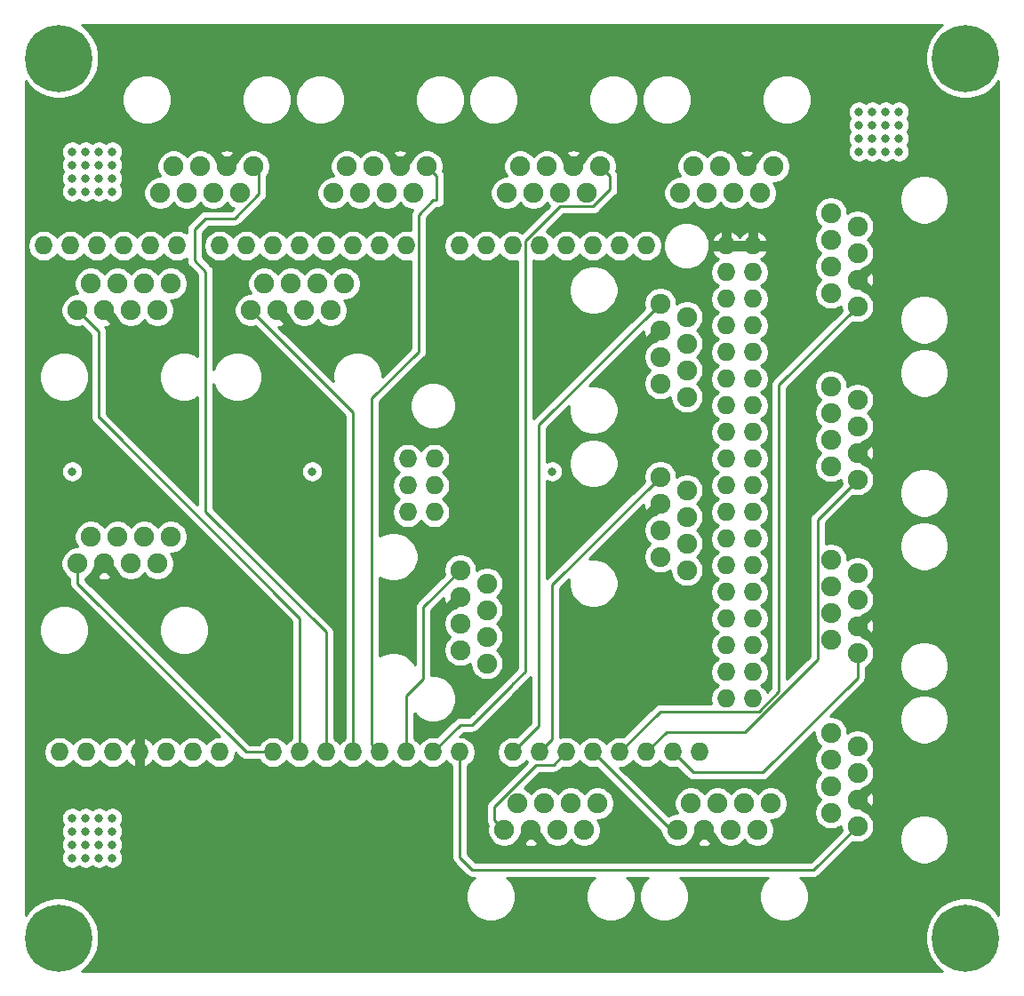
<source format=gbr>
%TF.GenerationSoftware,KiCad,Pcbnew,5.1.6*%
%TF.CreationDate,2020-08-05T20:54:26-07:00*%
%TF.ProjectId,shield,73686965-6c64-42e6-9b69-6361645f7063,rev?*%
%TF.SameCoordinates,Original*%
%TF.FileFunction,Copper,L2,Inr*%
%TF.FilePolarity,Positive*%
%FSLAX46Y46*%
G04 Gerber Fmt 4.6, Leading zero omitted, Abs format (unit mm)*
G04 Created by KiCad (PCBNEW 5.1.6) date 2020-08-05 20:54:26*
%MOMM*%
%LPD*%
G01*
G04 APERTURE LIST*
%TA.AperFunction,ViaPad*%
%ADD10C,1.900000*%
%TD*%
%TA.AperFunction,ViaPad*%
%ADD11C,0.800000*%
%TD*%
%TA.AperFunction,ViaPad*%
%ADD12C,6.400000*%
%TD*%
%TA.AperFunction,ViaPad*%
%ADD13O,1.727200X1.727200*%
%TD*%
%TA.AperFunction,Conductor*%
%ADD14C,0.250000*%
%TD*%
%TA.AperFunction,Conductor*%
%ADD15C,0.254000*%
%TD*%
G04 APERTURE END LIST*
D10*
%TO.N,Net-(J15-Pad8)*%
%TO.C,J15*%
X151260000Y-79245000D03*
%TO.N,A_5V*%
X151260000Y-81785000D03*
%TO.N,A_GND*%
X151260000Y-84325000D03*
%TO.N,Net-(J15-Pad5)*%
X151260000Y-86865000D03*
%TO.N,Net-(J15-Pad4)*%
X153800000Y-80515000D03*
%TO.N,Net-(J15-Pad3)*%
X153800000Y-83055000D03*
%TO.N,Net-(J15-Pad2)*%
X153800000Y-85595000D03*
%TO.N,Net-(J15-Pad1)*%
X153800000Y-88135000D03*
%TD*%
D11*
%TO.N,A_GND*%
%TO.C,H4*%
X201087056Y-112602944D03*
X199390000Y-111900000D03*
X197692944Y-112602944D03*
X196990000Y-114300000D03*
X197692944Y-115997056D03*
X199390000Y-116700000D03*
X201087056Y-115997056D03*
X201790000Y-114300000D03*
D12*
X199390000Y-114300000D03*
%TD*%
D11*
%TO.N,A_GND*%
%TO.C,H3*%
X201087056Y-28782944D03*
X199390000Y-28080000D03*
X197692944Y-28782944D03*
X196990000Y-30480000D03*
X197692944Y-32177056D03*
X199390000Y-32880000D03*
X201087056Y-32177056D03*
X201790000Y-30480000D03*
D12*
X199390000Y-30480000D03*
%TD*%
D11*
%TO.N,A_GND*%
%TO.C,H2*%
X114727056Y-112602944D03*
X113030000Y-111900000D03*
X111332944Y-112602944D03*
X110630000Y-114300000D03*
X111332944Y-115997056D03*
X113030000Y-116700000D03*
X114727056Y-115997056D03*
X115430000Y-114300000D03*
D12*
X113030000Y-114300000D03*
%TD*%
D11*
%TO.N,A_GND*%
%TO.C,H1*%
X114727056Y-28782944D03*
X113030000Y-28080000D03*
X111332944Y-28782944D03*
X110630000Y-30480000D03*
X111332944Y-32177056D03*
X113030000Y-32880000D03*
X114727056Y-32177056D03*
X115430000Y-30480000D03*
D12*
X113030000Y-30480000D03*
%TD*%
D10*
%TO.N,Net-(J1-Pad8)*%
%TO.C,J1*%
X148085000Y-40770000D03*
%TO.N,A_5V*%
X145545000Y-40770000D03*
%TO.N,A_GND*%
X143005000Y-40770000D03*
%TO.N,Net-(J1-Pad5)*%
X140465000Y-40770000D03*
%TO.N,Net-(J1-Pad4)*%
X146815000Y-43310000D03*
%TO.N,Net-(J1-Pad3)*%
X144275000Y-43310000D03*
%TO.N,Net-(J1-Pad2)*%
X141735000Y-43310000D03*
%TO.N,Net-(J1-Pad1)*%
X139195000Y-43310000D03*
%TD*%
%TO.N,Net-(J2-Pad8)*%
%TO.C,J2*%
X131315000Y-54480000D03*
%TO.N,A_5V*%
X133855000Y-54480000D03*
%TO.N,A_GND*%
X136395000Y-54480000D03*
%TO.N,Net-(J2-Pad5)*%
X138935000Y-54480000D03*
%TO.N,Net-(J2-Pad4)*%
X132585000Y-51940000D03*
%TO.N,Net-(J2-Pad3)*%
X135125000Y-51940000D03*
%TO.N,Net-(J2-Pad2)*%
X137665000Y-51940000D03*
%TO.N,Net-(J2-Pad1)*%
X140205000Y-51940000D03*
%TD*%
%TO.N,Net-(J3-Pad8)*%
%TO.C,J3*%
X131575000Y-40770000D03*
%TO.N,A_5V*%
X129035000Y-40770000D03*
%TO.N,A_GND*%
X126495000Y-40770000D03*
%TO.N,Net-(J3-Pad5)*%
X123955000Y-40770000D03*
%TO.N,Net-(J3-Pad4)*%
X130305000Y-43310000D03*
%TO.N,Net-(J3-Pad3)*%
X127765000Y-43310000D03*
%TO.N,Net-(J3-Pad2)*%
X125225000Y-43310000D03*
%TO.N,Net-(J3-Pad1)*%
X122685000Y-43310000D03*
%TD*%
%TO.N,Net-(J4-Pad8)*%
%TO.C,J4*%
X114805000Y-54480000D03*
%TO.N,A_5V*%
X117345000Y-54480000D03*
%TO.N,A_GND*%
X119885000Y-54480000D03*
%TO.N,Net-(J4-Pad5)*%
X122425000Y-54480000D03*
%TO.N,Net-(J4-Pad4)*%
X116075000Y-51940000D03*
%TO.N,Net-(J4-Pad3)*%
X118615000Y-51940000D03*
%TO.N,Net-(J4-Pad2)*%
X121155000Y-51940000D03*
%TO.N,Net-(J4-Pad1)*%
X123695000Y-51940000D03*
%TD*%
%TO.N,Net-(J5-Pad8)*%
%TO.C,J5*%
X114805000Y-78610000D03*
%TO.N,A_5V*%
X117345000Y-78610000D03*
%TO.N,A_GND*%
X119885000Y-78610000D03*
%TO.N,Net-(J5-Pad5)*%
X122425000Y-78610000D03*
%TO.N,Net-(J5-Pad4)*%
X116075000Y-76070000D03*
%TO.N,Net-(J5-Pad3)*%
X118615000Y-76070000D03*
%TO.N,Net-(J5-Pad2)*%
X121155000Y-76070000D03*
%TO.N,Net-(J5-Pad1)*%
X123695000Y-76070000D03*
%TD*%
%TO.N,Net-(J6-Pad8)*%
%TO.C,J6*%
X170310000Y-53845000D03*
%TO.N,A_5V*%
X170310000Y-56385000D03*
%TO.N,A_GND*%
X170310000Y-58925000D03*
%TO.N,Net-(J6-Pad5)*%
X170310000Y-61465000D03*
%TO.N,Net-(J6-Pad4)*%
X172850000Y-55115000D03*
%TO.N,Net-(J6-Pad3)*%
X172850000Y-57655000D03*
%TO.N,Net-(J6-Pad2)*%
X172850000Y-60195000D03*
%TO.N,Net-(J6-Pad1)*%
X172850000Y-62735000D03*
%TD*%
%TO.N,Net-(J7-Pad8)*%
%TO.C,J7*%
X189100000Y-54105000D03*
%TO.N,A_5V*%
X189100000Y-51565000D03*
%TO.N,A_GND*%
X189100000Y-49025000D03*
%TO.N,Net-(J7-Pad5)*%
X189100000Y-46485000D03*
%TO.N,Net-(J7-Pad4)*%
X186560000Y-52835000D03*
%TO.N,Net-(J7-Pad3)*%
X186560000Y-50295000D03*
%TO.N,Net-(J7-Pad2)*%
X186560000Y-47755000D03*
%TO.N,Net-(J7-Pad1)*%
X186560000Y-45215000D03*
%TD*%
%TO.N,Net-(J8-Pad8)*%
%TO.C,J8*%
X189100000Y-70615000D03*
%TO.N,A_5V*%
X189100000Y-68075000D03*
%TO.N,A_GND*%
X189100000Y-65535000D03*
%TO.N,Net-(J8-Pad5)*%
X189100000Y-62995000D03*
%TO.N,Net-(J8-Pad4)*%
X186560000Y-69345000D03*
%TO.N,Net-(J8-Pad3)*%
X186560000Y-66805000D03*
%TO.N,Net-(J8-Pad2)*%
X186560000Y-64265000D03*
%TO.N,Net-(J8-Pad1)*%
X186560000Y-61725000D03*
%TD*%
%TO.N,Net-(J9-Pad8)*%
%TO.C,J9*%
X164595000Y-40770000D03*
%TO.N,A_5V*%
X162055000Y-40770000D03*
%TO.N,A_GND*%
X159515000Y-40770000D03*
%TO.N,Net-(J9-Pad5)*%
X156975000Y-40770000D03*
%TO.N,Net-(J9-Pad4)*%
X163325000Y-43310000D03*
%TO.N,Net-(J9-Pad3)*%
X160785000Y-43310000D03*
%TO.N,Net-(J9-Pad2)*%
X158245000Y-43310000D03*
%TO.N,Net-(J9-Pad1)*%
X155705000Y-43310000D03*
%TD*%
%TO.N,Net-(J10-Pad8)*%
%TO.C,J10*%
X170310000Y-70355000D03*
%TO.N,A_5V*%
X170310000Y-72895000D03*
%TO.N,A_GND*%
X170310000Y-75435000D03*
%TO.N,Net-(J10-Pad5)*%
X170310000Y-77975000D03*
%TO.N,Net-(J10-Pad4)*%
X172850000Y-71625000D03*
%TO.N,Net-(J10-Pad3)*%
X172850000Y-74165000D03*
%TO.N,Net-(J10-Pad2)*%
X172850000Y-76705000D03*
%TO.N,Net-(J10-Pad1)*%
X172850000Y-79245000D03*
%TD*%
%TO.N,Net-(J11-Pad8)*%
%TO.C,J11*%
X189100000Y-87125000D03*
%TO.N,A_5V*%
X189100000Y-84585000D03*
%TO.N,A_GND*%
X189100000Y-82045000D03*
%TO.N,Net-(J11-Pad5)*%
X189100000Y-79505000D03*
%TO.N,Net-(J11-Pad4)*%
X186560000Y-85855000D03*
%TO.N,Net-(J11-Pad3)*%
X186560000Y-83315000D03*
%TO.N,Net-(J11-Pad2)*%
X186560000Y-80775000D03*
%TO.N,Net-(J11-Pad1)*%
X186560000Y-78235000D03*
%TD*%
%TO.N,Net-(J12-Pad8)*%
%TO.C,J12*%
X155445000Y-104010000D03*
%TO.N,A_5V*%
X157985000Y-104010000D03*
%TO.N,A_GND*%
X160525000Y-104010000D03*
%TO.N,Net-(J12-Pad5)*%
X163065000Y-104010000D03*
%TO.N,Net-(J12-Pad4)*%
X156715000Y-101470000D03*
%TO.N,Net-(J12-Pad3)*%
X159255000Y-101470000D03*
%TO.N,Net-(J12-Pad2)*%
X161795000Y-101470000D03*
%TO.N,Net-(J12-Pad1)*%
X164335000Y-101470000D03*
%TD*%
%TO.N,Net-(J13-Pad8)*%
%TO.C,J13*%
X181105000Y-40770000D03*
%TO.N,A_5V*%
X178565000Y-40770000D03*
%TO.N,A_GND*%
X176025000Y-40770000D03*
%TO.N,Net-(J13-Pad5)*%
X173485000Y-40770000D03*
%TO.N,Net-(J13-Pad4)*%
X179835000Y-43310000D03*
%TO.N,Net-(J13-Pad3)*%
X177295000Y-43310000D03*
%TO.N,Net-(J13-Pad2)*%
X174755000Y-43310000D03*
%TO.N,Net-(J13-Pad1)*%
X172215000Y-43310000D03*
%TD*%
%TO.N,Net-(J14-Pad8)*%
%TO.C,J14*%
X189100000Y-103635000D03*
%TO.N,A_5V*%
X189100000Y-101095000D03*
%TO.N,A_GND*%
X189100000Y-98555000D03*
%TO.N,Net-(J14-Pad5)*%
X189100000Y-96015000D03*
%TO.N,Net-(J14-Pad4)*%
X186560000Y-102365000D03*
%TO.N,Net-(J14-Pad3)*%
X186560000Y-99825000D03*
%TO.N,Net-(J14-Pad2)*%
X186560000Y-97285000D03*
%TO.N,Net-(J14-Pad1)*%
X186560000Y-94745000D03*
%TD*%
%TO.N,Net-(J16-Pad8)*%
%TO.C,J16*%
X171955000Y-104010000D03*
%TO.N,A_5V*%
X174495000Y-104010000D03*
%TO.N,A_GND*%
X177035000Y-104010000D03*
%TO.N,Net-(J16-Pad5)*%
X179575000Y-104010000D03*
%TO.N,Net-(J16-Pad4)*%
X173225000Y-101470000D03*
%TO.N,Net-(J16-Pad3)*%
X175765000Y-101470000D03*
%TO.N,Net-(J16-Pad2)*%
X178305000Y-101470000D03*
%TO.N,Net-(J16-Pad1)*%
X180845000Y-101470000D03*
%TD*%
D13*
%TO.N,Net-(XA1-PadRST2)*%
%TO.C,XA1*%
X146252001Y-73735001D03*
%TO.N,Net-(XA1-PadGND4)*%
X148792001Y-73735001D03*
%TO.N,Net-(XA1-PadMOSI)*%
X148792001Y-71195001D03*
%TO.N,Net-(XA1-PadSCK)*%
X146252001Y-71195001D03*
%TO.N,Net-(XA1-Pad5V2)*%
X148792001Y-68655001D03*
%TO.N,Net-(J5-Pad8)*%
X133425001Y-96595001D03*
%TO.N,Net-(XA1-PadVIN)*%
X128345001Y-96595001D03*
%TO.N,A_GND*%
X125805001Y-96595001D03*
X123265001Y-96595001D03*
%TO.N,A_5V*%
X120725001Y-96595001D03*
%TO.N,Net-(XA1-Pad3V3)*%
X118185001Y-96595001D03*
%TO.N,Net-(XA1-PadRST1)*%
X115645001Y-96595001D03*
%TO.N,Net-(XA1-PadIORF)*%
X113105001Y-96595001D03*
%TO.N,Net-(XA1-PadD21)*%
X168985001Y-48335001D03*
%TO.N,Net-(XA1-PadD20)*%
X166445001Y-48335001D03*
%TO.N,Net-(J9-Pad5)*%
X163905001Y-48335001D03*
%TO.N,Net-(J9-Pad4)*%
X161365001Y-48335001D03*
%TO.N,Net-(J9-Pad3)*%
X158825001Y-48335001D03*
%TO.N,Net-(XA1-PadD16)*%
X156285001Y-48335001D03*
%TO.N,Net-(XA1-PadD15)*%
X153745001Y-48335001D03*
%TO.N,Net-(XA1-PadD14)*%
X151205001Y-48335001D03*
%TO.N,Net-(J1-Pad4)*%
X146125001Y-48335001D03*
%TO.N,Net-(J1-Pad3)*%
X143585001Y-48335001D03*
%TO.N,Net-(J1-Pad5)*%
X141045001Y-48335001D03*
%TO.N,Net-(J2-Pad5)*%
X138505001Y-48335001D03*
%TO.N,Net-(J2-Pad4)*%
X135965001Y-48335001D03*
%TO.N,Net-(J2-Pad3)*%
X133425001Y-48335001D03*
%TO.N,Net-(J3-Pad5)*%
X130885001Y-48335001D03*
%TO.N,Net-(J3-Pad4)*%
X128345001Y-48335001D03*
%TO.N,Net-(J3-Pad3)*%
X124281001Y-48335001D03*
%TO.N,Net-(J4-Pad5)*%
X121741001Y-48335001D03*
%TO.N,Net-(J4-Pad4)*%
X119201001Y-48335001D03*
%TO.N,Net-(J5-Pad4)*%
X111581001Y-48335001D03*
%TO.N,Net-(J5-Pad5)*%
X114121001Y-48335001D03*
%TO.N,Net-(J4-Pad3)*%
X116661001Y-48335001D03*
%TO.N,Net-(J4-Pad8)*%
X135965001Y-96595001D03*
%TO.N,Net-(J3-Pad8)*%
X138505001Y-96595001D03*
%TO.N,Net-(J2-Pad8)*%
X141045001Y-96595001D03*
%TO.N,Net-(J1-Pad8)*%
X143585001Y-96595001D03*
%TO.N,Net-(J15-Pad8)*%
X146125001Y-96595001D03*
%TO.N,Net-(J9-Pad8)*%
X148665001Y-96595001D03*
%TO.N,Net-(J14-Pad8)*%
X151205001Y-96595001D03*
%TO.N,Net-(J6-Pad8)*%
X156285001Y-96595001D03*
%TO.N,Net-(J10-Pad8)*%
X158825001Y-96595001D03*
%TO.N,Net-(J12-Pad8)*%
X161365001Y-96595001D03*
%TO.N,Net-(J16-Pad8)*%
X163905001Y-96595001D03*
%TO.N,Net-(J7-Pad8)*%
X166445001Y-96595001D03*
%TO.N,Net-(J8-Pad8)*%
X168985001Y-96595001D03*
%TO.N,Net-(J11-Pad8)*%
X171525001Y-96595001D03*
%TO.N,Net-(J13-Pad8)*%
X174065001Y-96595001D03*
%TO.N,A_5V*%
X176605001Y-48335001D03*
X179145001Y-48335001D03*
%TO.N,Net-(J5-Pad3)*%
X176605001Y-50875001D03*
%TO.N,Net-(J6-Pad5)*%
X179145001Y-50875001D03*
%TO.N,Net-(J6-Pad4)*%
X176605001Y-53415001D03*
%TO.N,Net-(J6-Pad3)*%
X179145001Y-53415001D03*
%TO.N,Net-(J7-Pad5)*%
X176605001Y-55955001D03*
%TO.N,Net-(J7-Pad4)*%
X179145001Y-55955001D03*
%TO.N,Net-(J7-Pad3)*%
X176605001Y-58495001D03*
%TO.N,Net-(J8-Pad5)*%
X179145001Y-58495001D03*
%TO.N,Net-(J8-Pad4)*%
X176605001Y-61035001D03*
%TO.N,Net-(J8-Pad3)*%
X179145001Y-61035001D03*
%TO.N,Net-(J10-Pad5)*%
X176605001Y-63575001D03*
%TO.N,Net-(J10-Pad4)*%
X179145001Y-63575001D03*
%TO.N,Net-(J10-Pad3)*%
X176605001Y-66115001D03*
%TO.N,Net-(J11-Pad5)*%
X179145001Y-66115001D03*
%TO.N,Net-(J11-Pad4)*%
X176605001Y-68655001D03*
%TO.N,Net-(J11-Pad3)*%
X179145001Y-68655001D03*
%TO.N,Net-(J12-Pad5)*%
X176605001Y-71195001D03*
%TO.N,Net-(J12-Pad4)*%
X179145001Y-71195001D03*
%TO.N,Net-(J12-Pad3)*%
X176605001Y-73735001D03*
%TO.N,Net-(J13-Pad5)*%
X179145001Y-73735001D03*
%TO.N,Net-(J13-Pad4)*%
X176605001Y-76275001D03*
%TO.N,Net-(J13-Pad3)*%
X179145001Y-76275001D03*
%TO.N,Net-(J14-Pad5)*%
X176605001Y-78815001D03*
%TO.N,Net-(J14-Pad4)*%
X179145001Y-78815001D03*
%TO.N,Net-(J14-Pad3)*%
X176605001Y-81355001D03*
%TO.N,Net-(J15-Pad5)*%
X179145001Y-81355001D03*
%TO.N,Net-(J15-Pad4)*%
X176605001Y-83895001D03*
%TO.N,Net-(J15-Pad3)*%
X179145001Y-83895001D03*
%TO.N,Net-(J16-Pad5)*%
X176605001Y-86435001D03*
%TO.N,Net-(J16-Pad4)*%
X179145001Y-86435001D03*
%TO.N,Net-(J16-Pad3)*%
X176605001Y-88975001D03*
%TO.N,Net-(XA1-PadD53)*%
X179145001Y-88975001D03*
%TO.N,A_GND*%
X176605001Y-91515001D03*
X179145001Y-91515001D03*
%TO.N,Net-(XA1-PadMISO)*%
X146252001Y-68655001D03*
%TD*%
D11*
%TO.N,A_5V*%
X152400000Y-92710000D03*
X156210000Y-92710000D03*
%TO.N,A_GND*%
X114300000Y-102870000D03*
X114300000Y-104140000D03*
X114300000Y-105410000D03*
X114300000Y-106680000D03*
X115570000Y-102870000D03*
X116840000Y-102870000D03*
X118110000Y-102870000D03*
X118110000Y-104140000D03*
X115570000Y-104140000D03*
X116840000Y-104140000D03*
X115570000Y-105410000D03*
X116840000Y-105410000D03*
X118110000Y-105410000D03*
X118110000Y-106680000D03*
X116840000Y-106680000D03*
X115570000Y-106680000D03*
X114300000Y-69850000D03*
X137160000Y-69850000D03*
X160020000Y-69850000D03*
X114300000Y-43180000D03*
X115570000Y-43180000D03*
X116840000Y-43180000D03*
X116840000Y-41910000D03*
X114300000Y-41910000D03*
X115570000Y-41910000D03*
X116840000Y-40640000D03*
X115570000Y-40640000D03*
X114300000Y-40640000D03*
X114300000Y-39370000D03*
X115570000Y-39370000D03*
X116840000Y-39370000D03*
X118110000Y-39370000D03*
X118110000Y-40640000D03*
X118110000Y-41910000D03*
X118110000Y-43180000D03*
X189230000Y-39370000D03*
X190500000Y-39370000D03*
X193040000Y-39370000D03*
X191770000Y-39370000D03*
X191770000Y-35560000D03*
X193040000Y-35560000D03*
X193040000Y-38100000D03*
X191770000Y-38100000D03*
X191770000Y-36830000D03*
X193040000Y-36830000D03*
X190500000Y-35560000D03*
X189230000Y-35560000D03*
X189230000Y-38100000D03*
X189230000Y-36830000D03*
X190500000Y-36830000D03*
X190500000Y-38100000D03*
%TD*%
D14*
%TO.N,Net-(J1-Pad8)*%
X142859999Y-95869999D02*
X143585001Y-96595001D01*
X147320000Y-58420000D02*
X142859999Y-62880001D01*
X149034999Y-41719999D02*
X149034999Y-44005001D01*
X148085000Y-40770000D02*
X149034999Y-41719999D01*
X147320000Y-45380872D02*
X147320000Y-58420000D01*
X149034999Y-44005001D02*
X148695871Y-44005001D01*
X142859999Y-62880001D02*
X142859999Y-95869999D01*
X148695871Y-44005001D02*
X147320000Y-45380872D01*
%TO.N,Net-(J2-Pad8)*%
X141045001Y-64210001D02*
X141045001Y-96595001D01*
X131315000Y-54480000D02*
X141045001Y-64210001D01*
%TO.N,Net-(J3-Pad8)*%
X127000000Y-73660000D02*
X138490000Y-85150000D01*
X125949001Y-49749001D02*
X127015001Y-50815001D01*
X132080000Y-41275000D02*
X132080000Y-43422002D01*
X131575000Y-40770000D02*
X132080000Y-41275000D01*
X132080000Y-43422002D02*
X129782002Y-45720000D01*
X129782002Y-45720000D02*
X127000000Y-45720000D01*
X125949001Y-46770999D02*
X125949001Y-49749001D01*
X127000000Y-45720000D02*
X125949001Y-46770999D01*
X127015001Y-73644999D02*
X127000000Y-73660000D01*
X127015001Y-50815001D02*
X127015001Y-73644999D01*
X138490000Y-96580000D02*
X138505001Y-96595001D01*
X138490000Y-85150000D02*
X138490000Y-96580000D01*
%TO.N,Net-(J4-Pad8)*%
X114805000Y-54480000D02*
X116840000Y-56515000D01*
X135965001Y-91515001D02*
X135965001Y-96595001D01*
X116840000Y-64695000D02*
X116877500Y-64732500D01*
X116840000Y-56515000D02*
X116840000Y-64695000D01*
X116877500Y-64732500D02*
X135965001Y-83820000D01*
X116840000Y-64694999D02*
X116877500Y-64732500D01*
X135965001Y-83820000D02*
X135965001Y-91515001D01*
%TO.N,Net-(J5-Pad8)*%
X133425001Y-96595001D02*
X130885001Y-96595001D01*
X114805000Y-80515000D02*
X114805000Y-78610000D01*
X130885001Y-96595001D02*
X114805000Y-80515000D01*
%TO.N,Net-(J6-Pad8)*%
X158750000Y-94130002D02*
X156285001Y-96595001D01*
X158750000Y-65405000D02*
X158750000Y-94130002D01*
X170310000Y-53845000D02*
X158750000Y-65405000D01*
%TO.N,Net-(J7-Pad8)*%
X166445001Y-96595001D02*
X170330002Y-92710000D01*
X179709132Y-92710000D02*
X181610000Y-90809132D01*
X170330002Y-92710000D02*
X179709132Y-92710000D01*
X181610000Y-61595000D02*
X189100000Y-54105000D01*
X181610000Y-90809132D02*
X181610000Y-61595000D01*
%TO.N,Net-(J8-Pad8)*%
X185284999Y-74430001D02*
X189100000Y-70615000D01*
X185284999Y-87770543D02*
X185284999Y-74430001D01*
X178385542Y-94670000D02*
X185284999Y-87770543D01*
X170910002Y-94670000D02*
X178385542Y-94670000D01*
X168985001Y-96595001D02*
X170910002Y-94670000D01*
%TO.N,Net-(J9-Pad8)*%
X151280002Y-93980000D02*
X148665001Y-96595001D01*
X152400000Y-93980000D02*
X151280002Y-93980000D01*
X156210000Y-90170000D02*
X152400000Y-93980000D01*
X157473602Y-47891398D02*
X157473602Y-88893602D01*
X165544999Y-41719999D02*
X165544999Y-42977003D01*
X157473602Y-88893602D02*
X156210000Y-90157204D01*
X163937001Y-44585001D02*
X160779999Y-44585001D01*
X164595000Y-40770000D02*
X165544999Y-41719999D01*
X160779999Y-44585001D02*
X157473602Y-47891398D01*
X156210000Y-90157204D02*
X156210000Y-90170000D01*
X165544999Y-42977003D02*
X163937001Y-44585001D01*
%TO.N,Net-(J10-Pad8)*%
X170310000Y-70355000D02*
X160020000Y-80645000D01*
X160020000Y-95400002D02*
X158825001Y-96595001D01*
X160020000Y-80645000D02*
X160020000Y-95400002D01*
%TO.N,Net-(J11-Pad8)*%
X189100000Y-89489004D02*
X189100000Y-87125000D01*
X180069002Y-98520002D02*
X189100000Y-89489004D01*
X173450002Y-98520002D02*
X180069002Y-98520002D01*
X171525001Y-96595001D02*
X173450002Y-98520002D01*
%TO.N,Net-(J12-Pad8)*%
X158514396Y-97783602D02*
X160176400Y-97783602D01*
X160176400Y-97783602D02*
X161365001Y-96595001D01*
X154495001Y-101802997D02*
X158514396Y-97783602D01*
X154495001Y-103060001D02*
X154495001Y-101802997D01*
X155445000Y-104010000D02*
X154495001Y-103060001D01*
%TO.N,Net-(J14-Pad8)*%
X151205001Y-96595001D02*
X151205001Y-106604999D01*
X151205001Y-106604999D02*
X152400000Y-107799998D01*
X184935002Y-107799998D02*
X189100000Y-103635000D01*
X152400000Y-107799998D02*
X184935002Y-107799998D01*
%TO.N,Net-(J15-Pad8)*%
X147741000Y-89590000D02*
X146125001Y-91205999D01*
X146125001Y-91205999D02*
X146125001Y-96595001D01*
X151260000Y-79245000D02*
X147741000Y-82764000D01*
X147741000Y-82764000D02*
X147741000Y-89590000D01*
%TO.N,Net-(J16-Pad8)*%
X171320000Y-104010000D02*
X171955000Y-104010000D01*
X163905001Y-96595001D02*
X171320000Y-104010000D01*
%TD*%
D15*
%TO.N,A_5V*%
G36*
X196945330Y-27501161D02*
G01*
X196411161Y-28035330D01*
X195991467Y-28663446D01*
X195702377Y-29361372D01*
X195555000Y-30102285D01*
X195555000Y-30857715D01*
X195702377Y-31598628D01*
X195991467Y-32296554D01*
X196411161Y-32924670D01*
X196945330Y-33458839D01*
X197573446Y-33878533D01*
X198271372Y-34167623D01*
X199012285Y-34315000D01*
X199767715Y-34315000D01*
X200508628Y-34167623D01*
X201206554Y-33878533D01*
X201834670Y-33458839D01*
X202368839Y-32924670D01*
X202540001Y-32668508D01*
X202540000Y-112111490D01*
X202368839Y-111855330D01*
X201834670Y-111321161D01*
X201206554Y-110901467D01*
X200508628Y-110612377D01*
X199767715Y-110465000D01*
X199012285Y-110465000D01*
X198271372Y-110612377D01*
X197573446Y-110901467D01*
X196945330Y-111321161D01*
X196411161Y-111855330D01*
X195991467Y-112483446D01*
X195702377Y-113181372D01*
X195555000Y-113922285D01*
X195555000Y-114677715D01*
X195702377Y-115418628D01*
X195991467Y-116116554D01*
X196411161Y-116744670D01*
X196945330Y-117278839D01*
X197201490Y-117450000D01*
X115218510Y-117450000D01*
X115474670Y-117278839D01*
X116008839Y-116744670D01*
X116428533Y-116116554D01*
X116717623Y-115418628D01*
X116865000Y-114677715D01*
X116865000Y-113922285D01*
X116717623Y-113181372D01*
X116428533Y-112483446D01*
X116008839Y-111855330D01*
X115474670Y-111321161D01*
X114846554Y-110901467D01*
X114148628Y-110612377D01*
X113407715Y-110465000D01*
X112652285Y-110465000D01*
X111911372Y-110612377D01*
X111213446Y-110901467D01*
X110585330Y-111321161D01*
X110051161Y-111855330D01*
X109880000Y-112111490D01*
X109880000Y-102768061D01*
X113265000Y-102768061D01*
X113265000Y-102971939D01*
X113304774Y-103171898D01*
X113382795Y-103360256D01*
X113479510Y-103505000D01*
X113382795Y-103649744D01*
X113304774Y-103838102D01*
X113265000Y-104038061D01*
X113265000Y-104241939D01*
X113304774Y-104441898D01*
X113382795Y-104630256D01*
X113479510Y-104775000D01*
X113382795Y-104919744D01*
X113304774Y-105108102D01*
X113265000Y-105308061D01*
X113265000Y-105511939D01*
X113304774Y-105711898D01*
X113382795Y-105900256D01*
X113479510Y-106045000D01*
X113382795Y-106189744D01*
X113304774Y-106378102D01*
X113265000Y-106578061D01*
X113265000Y-106781939D01*
X113304774Y-106981898D01*
X113382795Y-107170256D01*
X113496063Y-107339774D01*
X113640226Y-107483937D01*
X113809744Y-107597205D01*
X113998102Y-107675226D01*
X114198061Y-107715000D01*
X114401939Y-107715000D01*
X114601898Y-107675226D01*
X114790256Y-107597205D01*
X114935000Y-107500490D01*
X115079744Y-107597205D01*
X115268102Y-107675226D01*
X115468061Y-107715000D01*
X115671939Y-107715000D01*
X115871898Y-107675226D01*
X116060256Y-107597205D01*
X116205000Y-107500490D01*
X116349744Y-107597205D01*
X116538102Y-107675226D01*
X116738061Y-107715000D01*
X116941939Y-107715000D01*
X117141898Y-107675226D01*
X117330256Y-107597205D01*
X117475000Y-107500490D01*
X117619744Y-107597205D01*
X117808102Y-107675226D01*
X118008061Y-107715000D01*
X118211939Y-107715000D01*
X118411898Y-107675226D01*
X118600256Y-107597205D01*
X118769774Y-107483937D01*
X118913937Y-107339774D01*
X119027205Y-107170256D01*
X119105226Y-106981898D01*
X119145000Y-106781939D01*
X119145000Y-106578061D01*
X119105226Y-106378102D01*
X119027205Y-106189744D01*
X118930490Y-106045000D01*
X119027205Y-105900256D01*
X119105226Y-105711898D01*
X119145000Y-105511939D01*
X119145000Y-105308061D01*
X119105226Y-105108102D01*
X119027205Y-104919744D01*
X118930490Y-104775000D01*
X119027205Y-104630256D01*
X119105226Y-104441898D01*
X119145000Y-104241939D01*
X119145000Y-104038061D01*
X119105226Y-103838102D01*
X119027205Y-103649744D01*
X118930490Y-103505000D01*
X119027205Y-103360256D01*
X119105226Y-103171898D01*
X119145000Y-102971939D01*
X119145000Y-102768061D01*
X119105226Y-102568102D01*
X119027205Y-102379744D01*
X118913937Y-102210226D01*
X118769774Y-102066063D01*
X118600256Y-101952795D01*
X118411898Y-101874774D01*
X118211939Y-101835000D01*
X118008061Y-101835000D01*
X117808102Y-101874774D01*
X117619744Y-101952795D01*
X117475000Y-102049510D01*
X117330256Y-101952795D01*
X117141898Y-101874774D01*
X116941939Y-101835000D01*
X116738061Y-101835000D01*
X116538102Y-101874774D01*
X116349744Y-101952795D01*
X116205000Y-102049510D01*
X116060256Y-101952795D01*
X115871898Y-101874774D01*
X115671939Y-101835000D01*
X115468061Y-101835000D01*
X115268102Y-101874774D01*
X115079744Y-101952795D01*
X114935000Y-102049510D01*
X114790256Y-101952795D01*
X114601898Y-101874774D01*
X114401939Y-101835000D01*
X114198061Y-101835000D01*
X113998102Y-101874774D01*
X113809744Y-101952795D01*
X113640226Y-102066063D01*
X113496063Y-102210226D01*
X113382795Y-102379744D01*
X113304774Y-102568102D01*
X113265000Y-102768061D01*
X109880000Y-102768061D01*
X109880000Y-96447402D01*
X111606401Y-96447402D01*
X111606401Y-96742600D01*
X111663991Y-97032126D01*
X111776959Y-97304854D01*
X111940962Y-97550303D01*
X112149699Y-97759040D01*
X112395148Y-97923043D01*
X112667876Y-98036011D01*
X112957402Y-98093601D01*
X113252600Y-98093601D01*
X113542126Y-98036011D01*
X113814854Y-97923043D01*
X114060303Y-97759040D01*
X114269040Y-97550303D01*
X114375001Y-97391720D01*
X114480962Y-97550303D01*
X114689699Y-97759040D01*
X114935148Y-97923043D01*
X115207876Y-98036011D01*
X115497402Y-98093601D01*
X115792600Y-98093601D01*
X116082126Y-98036011D01*
X116354854Y-97923043D01*
X116600303Y-97759040D01*
X116809040Y-97550303D01*
X116915001Y-97391720D01*
X117020962Y-97550303D01*
X117229699Y-97759040D01*
X117475148Y-97923043D01*
X117747876Y-98036011D01*
X118037402Y-98093601D01*
X118332600Y-98093601D01*
X118622126Y-98036011D01*
X118894854Y-97923043D01*
X119140303Y-97759040D01*
X119349040Y-97550303D01*
X119456301Y-97389774D01*
X119465851Y-97407643D01*
X119648584Y-97637676D01*
X119872683Y-97827640D01*
X120129536Y-97970234D01*
X120352001Y-97887704D01*
X120352001Y-96968001D01*
X120332001Y-96968001D01*
X120332001Y-96222001D01*
X120352001Y-96222001D01*
X120352001Y-95302298D01*
X120129536Y-95219768D01*
X119872683Y-95362362D01*
X119648584Y-95552326D01*
X119465851Y-95782359D01*
X119456301Y-95800228D01*
X119349040Y-95639699D01*
X119140303Y-95430962D01*
X118894854Y-95266959D01*
X118622126Y-95153991D01*
X118332600Y-95096401D01*
X118037402Y-95096401D01*
X117747876Y-95153991D01*
X117475148Y-95266959D01*
X117229699Y-95430962D01*
X117020962Y-95639699D01*
X116915001Y-95798282D01*
X116809040Y-95639699D01*
X116600303Y-95430962D01*
X116354854Y-95266959D01*
X116082126Y-95153991D01*
X115792600Y-95096401D01*
X115497402Y-95096401D01*
X115207876Y-95153991D01*
X114935148Y-95266959D01*
X114689699Y-95430962D01*
X114480962Y-95639699D01*
X114375001Y-95798282D01*
X114269040Y-95639699D01*
X114060303Y-95430962D01*
X113814854Y-95266959D01*
X113542126Y-95153991D01*
X113252600Y-95096401D01*
X112957402Y-95096401D01*
X112667876Y-95153991D01*
X112395148Y-95266959D01*
X112149699Y-95430962D01*
X111940962Y-95639699D01*
X111776959Y-95885148D01*
X111663991Y-96157876D01*
X111606401Y-96447402D01*
X109880000Y-96447402D01*
X109880000Y-84727560D01*
X111175000Y-84727560D01*
X111175000Y-85192440D01*
X111265694Y-85648387D01*
X111443595Y-86077879D01*
X111701868Y-86464412D01*
X112030588Y-86793132D01*
X112417121Y-87051405D01*
X112846613Y-87229306D01*
X113302560Y-87320000D01*
X113767440Y-87320000D01*
X114223387Y-87229306D01*
X114652879Y-87051405D01*
X115039412Y-86793132D01*
X115368132Y-86464412D01*
X115626405Y-86077879D01*
X115804306Y-85648387D01*
X115895000Y-85192440D01*
X115895000Y-84727560D01*
X115804306Y-84271613D01*
X115626405Y-83842121D01*
X115368132Y-83455588D01*
X115039412Y-83126868D01*
X114652879Y-82868595D01*
X114223387Y-82690694D01*
X113767440Y-82600000D01*
X113302560Y-82600000D01*
X112846613Y-82690694D01*
X112417121Y-82868595D01*
X112030588Y-83126868D01*
X111701868Y-83455588D01*
X111443595Y-83842121D01*
X111265694Y-84271613D01*
X111175000Y-84727560D01*
X109880000Y-84727560D01*
X109880000Y-69748061D01*
X113265000Y-69748061D01*
X113265000Y-69951939D01*
X113304774Y-70151898D01*
X113382795Y-70340256D01*
X113496063Y-70509774D01*
X113640226Y-70653937D01*
X113809744Y-70767205D01*
X113998102Y-70845226D01*
X114198061Y-70885000D01*
X114401939Y-70885000D01*
X114601898Y-70845226D01*
X114790256Y-70767205D01*
X114959774Y-70653937D01*
X115103937Y-70509774D01*
X115217205Y-70340256D01*
X115295226Y-70151898D01*
X115335000Y-69951939D01*
X115335000Y-69748061D01*
X115295226Y-69548102D01*
X115217205Y-69359744D01*
X115103937Y-69190226D01*
X114959774Y-69046063D01*
X114790256Y-68932795D01*
X114601898Y-68854774D01*
X114401939Y-68815000D01*
X114198061Y-68815000D01*
X113998102Y-68854774D01*
X113809744Y-68932795D01*
X113640226Y-69046063D01*
X113496063Y-69190226D01*
X113382795Y-69359744D01*
X113304774Y-69548102D01*
X113265000Y-69748061D01*
X109880000Y-69748061D01*
X109880000Y-60597560D01*
X111175000Y-60597560D01*
X111175000Y-61062440D01*
X111265694Y-61518387D01*
X111443595Y-61947879D01*
X111701868Y-62334412D01*
X112030588Y-62663132D01*
X112417121Y-62921405D01*
X112846613Y-63099306D01*
X113302560Y-63190000D01*
X113767440Y-63190000D01*
X114223387Y-63099306D01*
X114652879Y-62921405D01*
X115039412Y-62663132D01*
X115368132Y-62334412D01*
X115626405Y-61947879D01*
X115804306Y-61518387D01*
X115895000Y-61062440D01*
X115895000Y-60597560D01*
X115804306Y-60141613D01*
X115626405Y-59712121D01*
X115368132Y-59325588D01*
X115039412Y-58996868D01*
X114652879Y-58738595D01*
X114223387Y-58560694D01*
X113767440Y-58470000D01*
X113302560Y-58470000D01*
X112846613Y-58560694D01*
X112417121Y-58738595D01*
X112030588Y-58996868D01*
X111701868Y-59325588D01*
X111443595Y-59712121D01*
X111265694Y-60141613D01*
X111175000Y-60597560D01*
X109880000Y-60597560D01*
X109880000Y-48187402D01*
X110082401Y-48187402D01*
X110082401Y-48482600D01*
X110139991Y-48772126D01*
X110252959Y-49044854D01*
X110416962Y-49290303D01*
X110625699Y-49499040D01*
X110871148Y-49663043D01*
X111143876Y-49776011D01*
X111433402Y-49833601D01*
X111728600Y-49833601D01*
X112018126Y-49776011D01*
X112290854Y-49663043D01*
X112536303Y-49499040D01*
X112745040Y-49290303D01*
X112851001Y-49131720D01*
X112956962Y-49290303D01*
X113165699Y-49499040D01*
X113411148Y-49663043D01*
X113683876Y-49776011D01*
X113973402Y-49833601D01*
X114268600Y-49833601D01*
X114558126Y-49776011D01*
X114830854Y-49663043D01*
X115076303Y-49499040D01*
X115285040Y-49290303D01*
X115391001Y-49131720D01*
X115496962Y-49290303D01*
X115705699Y-49499040D01*
X115951148Y-49663043D01*
X116223876Y-49776011D01*
X116513402Y-49833601D01*
X116808600Y-49833601D01*
X117098126Y-49776011D01*
X117370854Y-49663043D01*
X117616303Y-49499040D01*
X117825040Y-49290303D01*
X117931001Y-49131720D01*
X118036962Y-49290303D01*
X118245699Y-49499040D01*
X118491148Y-49663043D01*
X118763876Y-49776011D01*
X119053402Y-49833601D01*
X119348600Y-49833601D01*
X119638126Y-49776011D01*
X119910854Y-49663043D01*
X120156303Y-49499040D01*
X120365040Y-49290303D01*
X120471001Y-49131720D01*
X120576962Y-49290303D01*
X120785699Y-49499040D01*
X121031148Y-49663043D01*
X121303876Y-49776011D01*
X121593402Y-49833601D01*
X121888600Y-49833601D01*
X122178126Y-49776011D01*
X122450854Y-49663043D01*
X122696303Y-49499040D01*
X122905040Y-49290303D01*
X123011001Y-49131720D01*
X123116962Y-49290303D01*
X123325699Y-49499040D01*
X123571148Y-49663043D01*
X123843876Y-49776011D01*
X124133402Y-49833601D01*
X124428600Y-49833601D01*
X124718126Y-49776011D01*
X124990854Y-49663043D01*
X125189002Y-49530645D01*
X125189002Y-49711669D01*
X125185325Y-49749001D01*
X125189002Y-49786334D01*
X125193658Y-49833601D01*
X125199999Y-49897986D01*
X125243455Y-50041247D01*
X125314027Y-50173277D01*
X125348269Y-50215000D01*
X125409001Y-50289002D01*
X125437999Y-50312800D01*
X126255001Y-51129803D01*
X126255001Y-58853603D01*
X126082879Y-58738595D01*
X125653387Y-58560694D01*
X125197440Y-58470000D01*
X124732560Y-58470000D01*
X124276613Y-58560694D01*
X123847121Y-58738595D01*
X123460588Y-58996868D01*
X123131868Y-59325588D01*
X122873595Y-59712121D01*
X122695694Y-60141613D01*
X122605000Y-60597560D01*
X122605000Y-61062440D01*
X122695694Y-61518387D01*
X122873595Y-61947879D01*
X123131868Y-62334412D01*
X123460588Y-62663132D01*
X123847121Y-62921405D01*
X124276613Y-63099306D01*
X124732560Y-63190000D01*
X125197440Y-63190000D01*
X125653387Y-63099306D01*
X126082879Y-62921405D01*
X126255002Y-62806396D01*
X126255002Y-73035200D01*
X117600000Y-64380199D01*
X117600000Y-56552333D01*
X117603677Y-56515000D01*
X117589003Y-56366014D01*
X117545546Y-56222753D01*
X117474974Y-56090724D01*
X117451573Y-56062210D01*
X117656924Y-56041824D01*
X117953349Y-55951906D01*
X118060278Y-55722780D01*
X117345000Y-55007502D01*
X117330858Y-55021644D01*
X116803356Y-54494142D01*
X116817498Y-54480000D01*
X116803356Y-54465858D01*
X117330858Y-53938356D01*
X117345000Y-53952498D01*
X117359142Y-53938356D01*
X117886644Y-54465858D01*
X117872502Y-54480000D01*
X118379354Y-54986852D01*
X118480391Y-55230779D01*
X118653850Y-55490379D01*
X118874621Y-55711150D01*
X119134221Y-55884609D01*
X119422673Y-56004089D01*
X119728891Y-56065000D01*
X120041109Y-56065000D01*
X120347327Y-56004089D01*
X120635779Y-55884609D01*
X120895379Y-55711150D01*
X121116150Y-55490379D01*
X121155000Y-55432236D01*
X121193850Y-55490379D01*
X121414621Y-55711150D01*
X121674221Y-55884609D01*
X121962673Y-56004089D01*
X122268891Y-56065000D01*
X122581109Y-56065000D01*
X122887327Y-56004089D01*
X123175779Y-55884609D01*
X123435379Y-55711150D01*
X123656150Y-55490379D01*
X123829609Y-55230779D01*
X123949089Y-54942327D01*
X124010000Y-54636109D01*
X124010000Y-54323891D01*
X123949089Y-54017673D01*
X123829609Y-53729221D01*
X123693153Y-53525000D01*
X123851109Y-53525000D01*
X124157327Y-53464089D01*
X124445779Y-53344609D01*
X124705379Y-53171150D01*
X124926150Y-52950379D01*
X125099609Y-52690779D01*
X125219089Y-52402327D01*
X125280000Y-52096109D01*
X125280000Y-51783891D01*
X125219089Y-51477673D01*
X125099609Y-51189221D01*
X124926150Y-50929621D01*
X124705379Y-50708850D01*
X124445779Y-50535391D01*
X124157327Y-50415911D01*
X123851109Y-50355000D01*
X123538891Y-50355000D01*
X123232673Y-50415911D01*
X122944221Y-50535391D01*
X122684621Y-50708850D01*
X122463850Y-50929621D01*
X122425000Y-50987764D01*
X122386150Y-50929621D01*
X122165379Y-50708850D01*
X121905779Y-50535391D01*
X121617327Y-50415911D01*
X121311109Y-50355000D01*
X120998891Y-50355000D01*
X120692673Y-50415911D01*
X120404221Y-50535391D01*
X120144621Y-50708850D01*
X119923850Y-50929621D01*
X119885000Y-50987764D01*
X119846150Y-50929621D01*
X119625379Y-50708850D01*
X119365779Y-50535391D01*
X119077327Y-50415911D01*
X118771109Y-50355000D01*
X118458891Y-50355000D01*
X118152673Y-50415911D01*
X117864221Y-50535391D01*
X117604621Y-50708850D01*
X117383850Y-50929621D01*
X117345000Y-50987764D01*
X117306150Y-50929621D01*
X117085379Y-50708850D01*
X116825779Y-50535391D01*
X116537327Y-50415911D01*
X116231109Y-50355000D01*
X115918891Y-50355000D01*
X115612673Y-50415911D01*
X115324221Y-50535391D01*
X115064621Y-50708850D01*
X114843850Y-50929621D01*
X114670391Y-51189221D01*
X114550911Y-51477673D01*
X114490000Y-51783891D01*
X114490000Y-52096109D01*
X114550911Y-52402327D01*
X114670391Y-52690779D01*
X114806847Y-52895000D01*
X114648891Y-52895000D01*
X114342673Y-52955911D01*
X114054221Y-53075391D01*
X113794621Y-53248850D01*
X113573850Y-53469621D01*
X113400391Y-53729221D01*
X113280911Y-54017673D01*
X113220000Y-54323891D01*
X113220000Y-54636109D01*
X113280911Y-54942327D01*
X113400391Y-55230779D01*
X113573850Y-55490379D01*
X113794621Y-55711150D01*
X114054221Y-55884609D01*
X114342673Y-56004089D01*
X114648891Y-56065000D01*
X114961109Y-56065000D01*
X115256451Y-56006252D01*
X116080000Y-56829802D01*
X116080001Y-64657662D01*
X116076324Y-64694989D01*
X116076325Y-64694995D01*
X116076324Y-64695000D01*
X116080001Y-64732333D01*
X116084085Y-64773800D01*
X116090996Y-64843974D01*
X116090997Y-64843978D01*
X116090998Y-64843985D01*
X116112705Y-64915546D01*
X116134450Y-64987236D01*
X116134452Y-64987240D01*
X116134454Y-64987246D01*
X116205026Y-65119276D01*
X116276201Y-65206002D01*
X116300000Y-65235001D01*
X116328997Y-65258798D01*
X116366490Y-65296292D01*
X116366496Y-65296297D01*
X135205001Y-84134802D01*
X135205002Y-91477659D01*
X135205001Y-91477669D01*
X135205002Y-95300465D01*
X135009699Y-95430962D01*
X134800962Y-95639699D01*
X134695001Y-95798282D01*
X134589040Y-95639699D01*
X134380303Y-95430962D01*
X134134854Y-95266959D01*
X133862126Y-95153991D01*
X133572600Y-95096401D01*
X133277402Y-95096401D01*
X132987876Y-95153991D01*
X132715148Y-95266959D01*
X132469699Y-95430962D01*
X132260962Y-95639699D01*
X132130466Y-95835001D01*
X131199804Y-95835001D01*
X120092362Y-84727560D01*
X122605000Y-84727560D01*
X122605000Y-85192440D01*
X122695694Y-85648387D01*
X122873595Y-86077879D01*
X123131868Y-86464412D01*
X123460588Y-86793132D01*
X123847121Y-87051405D01*
X124276613Y-87229306D01*
X124732560Y-87320000D01*
X125197440Y-87320000D01*
X125653387Y-87229306D01*
X126082879Y-87051405D01*
X126469412Y-86793132D01*
X126798132Y-86464412D01*
X127056405Y-86077879D01*
X127234306Y-85648387D01*
X127325000Y-85192440D01*
X127325000Y-84727560D01*
X127234306Y-84271613D01*
X127056405Y-83842121D01*
X126798132Y-83455588D01*
X126469412Y-83126868D01*
X126082879Y-82868595D01*
X125653387Y-82690694D01*
X125197440Y-82600000D01*
X124732560Y-82600000D01*
X124276613Y-82690694D01*
X123847121Y-82868595D01*
X123460588Y-83126868D01*
X123131868Y-83455588D01*
X122873595Y-83842121D01*
X122695694Y-84271613D01*
X122605000Y-84727560D01*
X120092362Y-84727560D01*
X115565000Y-80200199D01*
X115565000Y-80008448D01*
X115797973Y-79852780D01*
X116629722Y-79852780D01*
X116736651Y-80081906D01*
X117035495Y-80172306D01*
X117346233Y-80202668D01*
X117656924Y-80171824D01*
X117953349Y-80081906D01*
X118060278Y-79852780D01*
X117345000Y-79137502D01*
X116629722Y-79852780D01*
X115797973Y-79852780D01*
X115815379Y-79841150D01*
X116036150Y-79620379D01*
X116209609Y-79360779D01*
X116310646Y-79116852D01*
X116817498Y-78610000D01*
X116803356Y-78595858D01*
X117330858Y-78068356D01*
X117345000Y-78082498D01*
X117359142Y-78068356D01*
X117886644Y-78595858D01*
X117872502Y-78610000D01*
X118379354Y-79116852D01*
X118480391Y-79360779D01*
X118653850Y-79620379D01*
X118874621Y-79841150D01*
X119134221Y-80014609D01*
X119422673Y-80134089D01*
X119728891Y-80195000D01*
X120041109Y-80195000D01*
X120347327Y-80134089D01*
X120635779Y-80014609D01*
X120895379Y-79841150D01*
X121116150Y-79620379D01*
X121155000Y-79562236D01*
X121193850Y-79620379D01*
X121414621Y-79841150D01*
X121674221Y-80014609D01*
X121962673Y-80134089D01*
X122268891Y-80195000D01*
X122581109Y-80195000D01*
X122887327Y-80134089D01*
X123175779Y-80014609D01*
X123435379Y-79841150D01*
X123656150Y-79620379D01*
X123829609Y-79360779D01*
X123949089Y-79072327D01*
X124010000Y-78766109D01*
X124010000Y-78453891D01*
X123949089Y-78147673D01*
X123829609Y-77859221D01*
X123693153Y-77655000D01*
X123851109Y-77655000D01*
X124157327Y-77594089D01*
X124445779Y-77474609D01*
X124705379Y-77301150D01*
X124926150Y-77080379D01*
X125099609Y-76820779D01*
X125219089Y-76532327D01*
X125280000Y-76226109D01*
X125280000Y-75913891D01*
X125219089Y-75607673D01*
X125099609Y-75319221D01*
X124926150Y-75059621D01*
X124705379Y-74838850D01*
X124445779Y-74665391D01*
X124157327Y-74545911D01*
X123851109Y-74485000D01*
X123538891Y-74485000D01*
X123232673Y-74545911D01*
X122944221Y-74665391D01*
X122684621Y-74838850D01*
X122463850Y-75059621D01*
X122425000Y-75117764D01*
X122386150Y-75059621D01*
X122165379Y-74838850D01*
X121905779Y-74665391D01*
X121617327Y-74545911D01*
X121311109Y-74485000D01*
X120998891Y-74485000D01*
X120692673Y-74545911D01*
X120404221Y-74665391D01*
X120144621Y-74838850D01*
X119923850Y-75059621D01*
X119885000Y-75117764D01*
X119846150Y-75059621D01*
X119625379Y-74838850D01*
X119365779Y-74665391D01*
X119077327Y-74545911D01*
X118771109Y-74485000D01*
X118458891Y-74485000D01*
X118152673Y-74545911D01*
X117864221Y-74665391D01*
X117604621Y-74838850D01*
X117383850Y-75059621D01*
X117345000Y-75117764D01*
X117306150Y-75059621D01*
X117085379Y-74838850D01*
X116825779Y-74665391D01*
X116537327Y-74545911D01*
X116231109Y-74485000D01*
X115918891Y-74485000D01*
X115612673Y-74545911D01*
X115324221Y-74665391D01*
X115064621Y-74838850D01*
X114843850Y-75059621D01*
X114670391Y-75319221D01*
X114550911Y-75607673D01*
X114490000Y-75913891D01*
X114490000Y-76226109D01*
X114550911Y-76532327D01*
X114670391Y-76820779D01*
X114806847Y-77025000D01*
X114648891Y-77025000D01*
X114342673Y-77085911D01*
X114054221Y-77205391D01*
X113794621Y-77378850D01*
X113573850Y-77599621D01*
X113400391Y-77859221D01*
X113280911Y-78147673D01*
X113220000Y-78453891D01*
X113220000Y-78766109D01*
X113280911Y-79072327D01*
X113400391Y-79360779D01*
X113573850Y-79620379D01*
X113794621Y-79841150D01*
X114045000Y-80008448D01*
X114045000Y-80477677D01*
X114041324Y-80515000D01*
X114045000Y-80552322D01*
X114045000Y-80552332D01*
X114055997Y-80663985D01*
X114095431Y-80793985D01*
X114099454Y-80807246D01*
X114170026Y-80939276D01*
X114201254Y-80977327D01*
X114264999Y-81055001D01*
X114294003Y-81078804D01*
X128311598Y-95096401D01*
X128197402Y-95096401D01*
X127907876Y-95153991D01*
X127635148Y-95266959D01*
X127389699Y-95430962D01*
X127180962Y-95639699D01*
X127075001Y-95798282D01*
X126969040Y-95639699D01*
X126760303Y-95430962D01*
X126514854Y-95266959D01*
X126242126Y-95153991D01*
X125952600Y-95096401D01*
X125657402Y-95096401D01*
X125367876Y-95153991D01*
X125095148Y-95266959D01*
X124849699Y-95430962D01*
X124640962Y-95639699D01*
X124535001Y-95798282D01*
X124429040Y-95639699D01*
X124220303Y-95430962D01*
X123974854Y-95266959D01*
X123702126Y-95153991D01*
X123412600Y-95096401D01*
X123117402Y-95096401D01*
X122827876Y-95153991D01*
X122555148Y-95266959D01*
X122309699Y-95430962D01*
X122100962Y-95639699D01*
X121993701Y-95800228D01*
X121984151Y-95782359D01*
X121801418Y-95552326D01*
X121577319Y-95362362D01*
X121320466Y-95219768D01*
X121098001Y-95302298D01*
X121098001Y-96222001D01*
X121118001Y-96222001D01*
X121118001Y-96968001D01*
X121098001Y-96968001D01*
X121098001Y-97887704D01*
X121320466Y-97970234D01*
X121577319Y-97827640D01*
X121801418Y-97637676D01*
X121984151Y-97407643D01*
X121993701Y-97389774D01*
X122100962Y-97550303D01*
X122309699Y-97759040D01*
X122555148Y-97923043D01*
X122827876Y-98036011D01*
X123117402Y-98093601D01*
X123412600Y-98093601D01*
X123702126Y-98036011D01*
X123974854Y-97923043D01*
X124220303Y-97759040D01*
X124429040Y-97550303D01*
X124535001Y-97391720D01*
X124640962Y-97550303D01*
X124849699Y-97759040D01*
X125095148Y-97923043D01*
X125367876Y-98036011D01*
X125657402Y-98093601D01*
X125952600Y-98093601D01*
X126242126Y-98036011D01*
X126514854Y-97923043D01*
X126760303Y-97759040D01*
X126969040Y-97550303D01*
X127075001Y-97391720D01*
X127180962Y-97550303D01*
X127389699Y-97759040D01*
X127635148Y-97923043D01*
X127907876Y-98036011D01*
X128197402Y-98093601D01*
X128492600Y-98093601D01*
X128782126Y-98036011D01*
X129054854Y-97923043D01*
X129300303Y-97759040D01*
X129509040Y-97550303D01*
X129673043Y-97304854D01*
X129786011Y-97032126D01*
X129843601Y-96742600D01*
X129843601Y-96628404D01*
X130321206Y-97106009D01*
X130345000Y-97135002D01*
X130373993Y-97158796D01*
X130373997Y-97158800D01*
X130442446Y-97214974D01*
X130460725Y-97229975D01*
X130592754Y-97300547D01*
X130736015Y-97344004D01*
X130847668Y-97355001D01*
X130847677Y-97355001D01*
X130885000Y-97358677D01*
X130922323Y-97355001D01*
X132130466Y-97355001D01*
X132260962Y-97550303D01*
X132469699Y-97759040D01*
X132715148Y-97923043D01*
X132987876Y-98036011D01*
X133277402Y-98093601D01*
X133572600Y-98093601D01*
X133862126Y-98036011D01*
X134134854Y-97923043D01*
X134380303Y-97759040D01*
X134589040Y-97550303D01*
X134695001Y-97391720D01*
X134800962Y-97550303D01*
X135009699Y-97759040D01*
X135255148Y-97923043D01*
X135527876Y-98036011D01*
X135817402Y-98093601D01*
X136112600Y-98093601D01*
X136402126Y-98036011D01*
X136674854Y-97923043D01*
X136920303Y-97759040D01*
X137129040Y-97550303D01*
X137235001Y-97391720D01*
X137340962Y-97550303D01*
X137549699Y-97759040D01*
X137795148Y-97923043D01*
X138067876Y-98036011D01*
X138357402Y-98093601D01*
X138652600Y-98093601D01*
X138942126Y-98036011D01*
X139214854Y-97923043D01*
X139460303Y-97759040D01*
X139669040Y-97550303D01*
X139775001Y-97391720D01*
X139880962Y-97550303D01*
X140089699Y-97759040D01*
X140335148Y-97923043D01*
X140607876Y-98036011D01*
X140897402Y-98093601D01*
X141192600Y-98093601D01*
X141482126Y-98036011D01*
X141754854Y-97923043D01*
X142000303Y-97759040D01*
X142209040Y-97550303D01*
X142315001Y-97391720D01*
X142420962Y-97550303D01*
X142629699Y-97759040D01*
X142875148Y-97923043D01*
X143147876Y-98036011D01*
X143437402Y-98093601D01*
X143732600Y-98093601D01*
X144022126Y-98036011D01*
X144294854Y-97923043D01*
X144540303Y-97759040D01*
X144749040Y-97550303D01*
X144855001Y-97391720D01*
X144960962Y-97550303D01*
X145169699Y-97759040D01*
X145415148Y-97923043D01*
X145687876Y-98036011D01*
X145977402Y-98093601D01*
X146272600Y-98093601D01*
X146562126Y-98036011D01*
X146834854Y-97923043D01*
X147080303Y-97759040D01*
X147289040Y-97550303D01*
X147395001Y-97391720D01*
X147500962Y-97550303D01*
X147709699Y-97759040D01*
X147955148Y-97923043D01*
X148227876Y-98036011D01*
X148517402Y-98093601D01*
X148812600Y-98093601D01*
X149102126Y-98036011D01*
X149374854Y-97923043D01*
X149620303Y-97759040D01*
X149829040Y-97550303D01*
X149935001Y-97391720D01*
X150040962Y-97550303D01*
X150249699Y-97759040D01*
X150445001Y-97889536D01*
X150445002Y-106567667D01*
X150441325Y-106604999D01*
X150455999Y-106753984D01*
X150499455Y-106897245D01*
X150570027Y-107029275D01*
X150623517Y-107094452D01*
X150665001Y-107145000D01*
X150693999Y-107168798D01*
X151836201Y-108311001D01*
X151859999Y-108339999D01*
X151975724Y-108434972D01*
X152107753Y-108505544D01*
X152251014Y-108549001D01*
X152362667Y-108559998D01*
X152362675Y-108559998D01*
X152400000Y-108563674D01*
X152437325Y-108559998D01*
X152637458Y-108559998D01*
X152341868Y-108855588D01*
X152083595Y-109242121D01*
X151905694Y-109671613D01*
X151815000Y-110127560D01*
X151815000Y-110592440D01*
X151905694Y-111048387D01*
X152083595Y-111477879D01*
X152341868Y-111864412D01*
X152670588Y-112193132D01*
X153057121Y-112451405D01*
X153486613Y-112629306D01*
X153942560Y-112720000D01*
X154407440Y-112720000D01*
X154863387Y-112629306D01*
X155292879Y-112451405D01*
X155679412Y-112193132D01*
X156008132Y-111864412D01*
X156266405Y-111477879D01*
X156444306Y-111048387D01*
X156535000Y-110592440D01*
X156535000Y-110127560D01*
X156444306Y-109671613D01*
X156266405Y-109242121D01*
X156008132Y-108855588D01*
X155712542Y-108559998D01*
X164067458Y-108559998D01*
X163771868Y-108855588D01*
X163513595Y-109242121D01*
X163335694Y-109671613D01*
X163245000Y-110127560D01*
X163245000Y-110592440D01*
X163335694Y-111048387D01*
X163513595Y-111477879D01*
X163771868Y-111864412D01*
X164100588Y-112193132D01*
X164487121Y-112451405D01*
X164916613Y-112629306D01*
X165372560Y-112720000D01*
X165837440Y-112720000D01*
X166293387Y-112629306D01*
X166722879Y-112451405D01*
X167109412Y-112193132D01*
X167438132Y-111864412D01*
X167696405Y-111477879D01*
X167874306Y-111048387D01*
X167965000Y-110592440D01*
X167965000Y-110127560D01*
X167874306Y-109671613D01*
X167696405Y-109242121D01*
X167438132Y-108855588D01*
X167142542Y-108559998D01*
X169147458Y-108559998D01*
X168851868Y-108855588D01*
X168593595Y-109242121D01*
X168415694Y-109671613D01*
X168325000Y-110127560D01*
X168325000Y-110592440D01*
X168415694Y-111048387D01*
X168593595Y-111477879D01*
X168851868Y-111864412D01*
X169180588Y-112193132D01*
X169567121Y-112451405D01*
X169996613Y-112629306D01*
X170452560Y-112720000D01*
X170917440Y-112720000D01*
X171373387Y-112629306D01*
X171802879Y-112451405D01*
X172189412Y-112193132D01*
X172518132Y-111864412D01*
X172776405Y-111477879D01*
X172954306Y-111048387D01*
X173045000Y-110592440D01*
X173045000Y-110127560D01*
X172954306Y-109671613D01*
X172776405Y-109242121D01*
X172518132Y-108855588D01*
X172222542Y-108559998D01*
X180577458Y-108559998D01*
X180281868Y-108855588D01*
X180023595Y-109242121D01*
X179845694Y-109671613D01*
X179755000Y-110127560D01*
X179755000Y-110592440D01*
X179845694Y-111048387D01*
X180023595Y-111477879D01*
X180281868Y-111864412D01*
X180610588Y-112193132D01*
X180997121Y-112451405D01*
X181426613Y-112629306D01*
X181882560Y-112720000D01*
X182347440Y-112720000D01*
X182803387Y-112629306D01*
X183232879Y-112451405D01*
X183619412Y-112193132D01*
X183948132Y-111864412D01*
X184206405Y-111477879D01*
X184384306Y-111048387D01*
X184475000Y-110592440D01*
X184475000Y-110127560D01*
X184384306Y-109671613D01*
X184206405Y-109242121D01*
X183948132Y-108855588D01*
X183652542Y-108559998D01*
X184897680Y-108559998D01*
X184935002Y-108563674D01*
X184972324Y-108559998D01*
X184972335Y-108559998D01*
X185083988Y-108549001D01*
X185227249Y-108505544D01*
X185359278Y-108434972D01*
X185475003Y-108339999D01*
X185498806Y-108310995D01*
X188648549Y-105161252D01*
X188943891Y-105220000D01*
X189256109Y-105220000D01*
X189562327Y-105159089D01*
X189850779Y-105039609D01*
X190110379Y-104866150D01*
X190303969Y-104672560D01*
X193090000Y-104672560D01*
X193090000Y-105137440D01*
X193180694Y-105593387D01*
X193358595Y-106022879D01*
X193616868Y-106409412D01*
X193945588Y-106738132D01*
X194332121Y-106996405D01*
X194761613Y-107174306D01*
X195217560Y-107265000D01*
X195682440Y-107265000D01*
X196138387Y-107174306D01*
X196567879Y-106996405D01*
X196954412Y-106738132D01*
X197283132Y-106409412D01*
X197541405Y-106022879D01*
X197719306Y-105593387D01*
X197810000Y-105137440D01*
X197810000Y-104672560D01*
X197719306Y-104216613D01*
X197541405Y-103787121D01*
X197283132Y-103400588D01*
X196954412Y-103071868D01*
X196567879Y-102813595D01*
X196138387Y-102635694D01*
X195682440Y-102545000D01*
X195217560Y-102545000D01*
X194761613Y-102635694D01*
X194332121Y-102813595D01*
X193945588Y-103071868D01*
X193616868Y-103400588D01*
X193358595Y-103787121D01*
X193180694Y-104216613D01*
X193090000Y-104672560D01*
X190303969Y-104672560D01*
X190331150Y-104645379D01*
X190504609Y-104385779D01*
X190624089Y-104097327D01*
X190685000Y-103791109D01*
X190685000Y-103478891D01*
X190624089Y-103172673D01*
X190504609Y-102884221D01*
X190331150Y-102624621D01*
X190110379Y-102403850D01*
X189850779Y-102230391D01*
X189606852Y-102129354D01*
X189100000Y-101622502D01*
X189085858Y-101636644D01*
X188558356Y-101109142D01*
X188572498Y-101095000D01*
X189627502Y-101095000D01*
X190342780Y-101810278D01*
X190571906Y-101703349D01*
X190662306Y-101404505D01*
X190692668Y-101093767D01*
X190661824Y-100783076D01*
X190571906Y-100486651D01*
X190342780Y-100379722D01*
X189627502Y-101095000D01*
X188572498Y-101095000D01*
X188558356Y-101080858D01*
X189085858Y-100553356D01*
X189100000Y-100567498D01*
X189606852Y-100060646D01*
X189850779Y-99959609D01*
X190110379Y-99786150D01*
X190331150Y-99565379D01*
X190504609Y-99305779D01*
X190624089Y-99017327D01*
X190685000Y-98711109D01*
X190685000Y-98398891D01*
X190624089Y-98092673D01*
X190504609Y-97804221D01*
X190331150Y-97544621D01*
X190110379Y-97323850D01*
X190052236Y-97285000D01*
X190110379Y-97246150D01*
X190331150Y-97025379D01*
X190504609Y-96765779D01*
X190624089Y-96477327D01*
X190685000Y-96171109D01*
X190685000Y-95858891D01*
X190624089Y-95552673D01*
X190504609Y-95264221D01*
X190331150Y-95004621D01*
X190110379Y-94783850D01*
X189850779Y-94610391D01*
X189562327Y-94490911D01*
X189256109Y-94430000D01*
X188943891Y-94430000D01*
X188637673Y-94490911D01*
X188349221Y-94610391D01*
X188145000Y-94746847D01*
X188145000Y-94588891D01*
X188084089Y-94282673D01*
X187964609Y-93994221D01*
X187791150Y-93734621D01*
X187570379Y-93513850D01*
X187310779Y-93340391D01*
X187074593Y-93242560D01*
X193090000Y-93242560D01*
X193090000Y-93707440D01*
X193180694Y-94163387D01*
X193358595Y-94592879D01*
X193616868Y-94979412D01*
X193945588Y-95308132D01*
X194332121Y-95566405D01*
X194761613Y-95744306D01*
X195217560Y-95835000D01*
X195682440Y-95835000D01*
X196138387Y-95744306D01*
X196567879Y-95566405D01*
X196954412Y-95308132D01*
X197283132Y-94979412D01*
X197541405Y-94592879D01*
X197719306Y-94163387D01*
X197810000Y-93707440D01*
X197810000Y-93242560D01*
X197719306Y-92786613D01*
X197541405Y-92357121D01*
X197283132Y-91970588D01*
X196954412Y-91641868D01*
X196567879Y-91383595D01*
X196138387Y-91205694D01*
X195682440Y-91115000D01*
X195217560Y-91115000D01*
X194761613Y-91205694D01*
X194332121Y-91383595D01*
X193945588Y-91641868D01*
X193616868Y-91970588D01*
X193358595Y-92357121D01*
X193180694Y-92786613D01*
X193090000Y-93242560D01*
X187074593Y-93242560D01*
X187022327Y-93220911D01*
X186716109Y-93160000D01*
X186503806Y-93160000D01*
X189611004Y-90052802D01*
X189640001Y-90029005D01*
X189734974Y-89913280D01*
X189805546Y-89781251D01*
X189849003Y-89637990D01*
X189860000Y-89526337D01*
X189860000Y-89526327D01*
X189863676Y-89489004D01*
X189860000Y-89451681D01*
X189860000Y-88523448D01*
X190110379Y-88356150D01*
X190303969Y-88162560D01*
X193090000Y-88162560D01*
X193090000Y-88627440D01*
X193180694Y-89083387D01*
X193358595Y-89512879D01*
X193616868Y-89899412D01*
X193945588Y-90228132D01*
X194332121Y-90486405D01*
X194761613Y-90664306D01*
X195217560Y-90755000D01*
X195682440Y-90755000D01*
X196138387Y-90664306D01*
X196567879Y-90486405D01*
X196954412Y-90228132D01*
X197283132Y-89899412D01*
X197541405Y-89512879D01*
X197719306Y-89083387D01*
X197810000Y-88627440D01*
X197810000Y-88162560D01*
X197719306Y-87706613D01*
X197541405Y-87277121D01*
X197283132Y-86890588D01*
X196954412Y-86561868D01*
X196567879Y-86303595D01*
X196138387Y-86125694D01*
X195682440Y-86035000D01*
X195217560Y-86035000D01*
X194761613Y-86125694D01*
X194332121Y-86303595D01*
X193945588Y-86561868D01*
X193616868Y-86890588D01*
X193358595Y-87277121D01*
X193180694Y-87706613D01*
X193090000Y-88162560D01*
X190303969Y-88162560D01*
X190331150Y-88135379D01*
X190504609Y-87875779D01*
X190624089Y-87587327D01*
X190685000Y-87281109D01*
X190685000Y-86968891D01*
X190624089Y-86662673D01*
X190504609Y-86374221D01*
X190331150Y-86114621D01*
X190110379Y-85893850D01*
X189850779Y-85720391D01*
X189606852Y-85619354D01*
X189100000Y-85112502D01*
X189085858Y-85126644D01*
X188558356Y-84599142D01*
X188572498Y-84585000D01*
X189627502Y-84585000D01*
X190342780Y-85300278D01*
X190571906Y-85193349D01*
X190662306Y-84894505D01*
X190692668Y-84583767D01*
X190661824Y-84273076D01*
X190571906Y-83976651D01*
X190342780Y-83869722D01*
X189627502Y-84585000D01*
X188572498Y-84585000D01*
X188558356Y-84570858D01*
X189085858Y-84043356D01*
X189100000Y-84057498D01*
X189606852Y-83550646D01*
X189850779Y-83449609D01*
X190110379Y-83276150D01*
X190331150Y-83055379D01*
X190504609Y-82795779D01*
X190624089Y-82507327D01*
X190685000Y-82201109D01*
X190685000Y-81888891D01*
X190624089Y-81582673D01*
X190504609Y-81294221D01*
X190331150Y-81034621D01*
X190110379Y-80813850D01*
X190052236Y-80775000D01*
X190110379Y-80736150D01*
X190331150Y-80515379D01*
X190504609Y-80255779D01*
X190624089Y-79967327D01*
X190685000Y-79661109D01*
X190685000Y-79348891D01*
X190624089Y-79042673D01*
X190504609Y-78754221D01*
X190331150Y-78494621D01*
X190110379Y-78273850D01*
X189850779Y-78100391D01*
X189562327Y-77980911D01*
X189256109Y-77920000D01*
X188943891Y-77920000D01*
X188637673Y-77980911D01*
X188349221Y-78100391D01*
X188145000Y-78236847D01*
X188145000Y-78078891D01*
X188084089Y-77772673D01*
X187964609Y-77484221D01*
X187791150Y-77224621D01*
X187570379Y-77003850D01*
X187310779Y-76830391D01*
X187074593Y-76732560D01*
X193090000Y-76732560D01*
X193090000Y-77197440D01*
X193180694Y-77653387D01*
X193358595Y-78082879D01*
X193616868Y-78469412D01*
X193945588Y-78798132D01*
X194332121Y-79056405D01*
X194761613Y-79234306D01*
X195217560Y-79325000D01*
X195682440Y-79325000D01*
X196138387Y-79234306D01*
X196567879Y-79056405D01*
X196954412Y-78798132D01*
X197283132Y-78469412D01*
X197541405Y-78082879D01*
X197719306Y-77653387D01*
X197810000Y-77197440D01*
X197810000Y-76732560D01*
X197719306Y-76276613D01*
X197541405Y-75847121D01*
X197283132Y-75460588D01*
X196954412Y-75131868D01*
X196567879Y-74873595D01*
X196138387Y-74695694D01*
X195682440Y-74605000D01*
X195217560Y-74605000D01*
X194761613Y-74695694D01*
X194332121Y-74873595D01*
X193945588Y-75131868D01*
X193616868Y-75460588D01*
X193358595Y-75847121D01*
X193180694Y-76276613D01*
X193090000Y-76732560D01*
X187074593Y-76732560D01*
X187022327Y-76710911D01*
X186716109Y-76650000D01*
X186403891Y-76650000D01*
X186097673Y-76710911D01*
X186044999Y-76732729D01*
X186044999Y-74744802D01*
X188648549Y-72141252D01*
X188943891Y-72200000D01*
X189256109Y-72200000D01*
X189562327Y-72139089D01*
X189850779Y-72019609D01*
X190110379Y-71846150D01*
X190303969Y-71652560D01*
X193090000Y-71652560D01*
X193090000Y-72117440D01*
X193180694Y-72573387D01*
X193358595Y-73002879D01*
X193616868Y-73389412D01*
X193945588Y-73718132D01*
X194332121Y-73976405D01*
X194761613Y-74154306D01*
X195217560Y-74245000D01*
X195682440Y-74245000D01*
X196138387Y-74154306D01*
X196567879Y-73976405D01*
X196954412Y-73718132D01*
X197283132Y-73389412D01*
X197541405Y-73002879D01*
X197719306Y-72573387D01*
X197810000Y-72117440D01*
X197810000Y-71652560D01*
X197719306Y-71196613D01*
X197541405Y-70767121D01*
X197283132Y-70380588D01*
X196954412Y-70051868D01*
X196567879Y-69793595D01*
X196138387Y-69615694D01*
X195682440Y-69525000D01*
X195217560Y-69525000D01*
X194761613Y-69615694D01*
X194332121Y-69793595D01*
X193945588Y-70051868D01*
X193616868Y-70380588D01*
X193358595Y-70767121D01*
X193180694Y-71196613D01*
X193090000Y-71652560D01*
X190303969Y-71652560D01*
X190331150Y-71625379D01*
X190504609Y-71365779D01*
X190624089Y-71077327D01*
X190685000Y-70771109D01*
X190685000Y-70458891D01*
X190624089Y-70152673D01*
X190504609Y-69864221D01*
X190331150Y-69604621D01*
X190110379Y-69383850D01*
X189850779Y-69210391D01*
X189606852Y-69109354D01*
X189100000Y-68602502D01*
X189085858Y-68616644D01*
X188558356Y-68089142D01*
X188572498Y-68075000D01*
X189627502Y-68075000D01*
X190342780Y-68790278D01*
X190571906Y-68683349D01*
X190662306Y-68384505D01*
X190692668Y-68073767D01*
X190661824Y-67763076D01*
X190571906Y-67466651D01*
X190342780Y-67359722D01*
X189627502Y-68075000D01*
X188572498Y-68075000D01*
X188558356Y-68060858D01*
X189085858Y-67533356D01*
X189100000Y-67547498D01*
X189606852Y-67040646D01*
X189850779Y-66939609D01*
X190110379Y-66766150D01*
X190331150Y-66545379D01*
X190504609Y-66285779D01*
X190624089Y-65997327D01*
X190685000Y-65691109D01*
X190685000Y-65378891D01*
X190624089Y-65072673D01*
X190504609Y-64784221D01*
X190331150Y-64524621D01*
X190110379Y-64303850D01*
X190052236Y-64265000D01*
X190110379Y-64226150D01*
X190331150Y-64005379D01*
X190504609Y-63745779D01*
X190624089Y-63457327D01*
X190685000Y-63151109D01*
X190685000Y-62838891D01*
X190624089Y-62532673D01*
X190504609Y-62244221D01*
X190331150Y-61984621D01*
X190110379Y-61763850D01*
X189850779Y-61590391D01*
X189562327Y-61470911D01*
X189256109Y-61410000D01*
X188943891Y-61410000D01*
X188637673Y-61470911D01*
X188349221Y-61590391D01*
X188145000Y-61726847D01*
X188145000Y-61568891D01*
X188084089Y-61262673D01*
X187964609Y-60974221D01*
X187791150Y-60714621D01*
X187570379Y-60493850D01*
X187310779Y-60320391D01*
X187074593Y-60222560D01*
X193090000Y-60222560D01*
X193090000Y-60687440D01*
X193180694Y-61143387D01*
X193358595Y-61572879D01*
X193616868Y-61959412D01*
X193945588Y-62288132D01*
X194332121Y-62546405D01*
X194761613Y-62724306D01*
X195217560Y-62815000D01*
X195682440Y-62815000D01*
X196138387Y-62724306D01*
X196567879Y-62546405D01*
X196954412Y-62288132D01*
X197283132Y-61959412D01*
X197541405Y-61572879D01*
X197719306Y-61143387D01*
X197810000Y-60687440D01*
X197810000Y-60222560D01*
X197719306Y-59766613D01*
X197541405Y-59337121D01*
X197283132Y-58950588D01*
X196954412Y-58621868D01*
X196567879Y-58363595D01*
X196138387Y-58185694D01*
X195682440Y-58095000D01*
X195217560Y-58095000D01*
X194761613Y-58185694D01*
X194332121Y-58363595D01*
X193945588Y-58621868D01*
X193616868Y-58950588D01*
X193358595Y-59337121D01*
X193180694Y-59766613D01*
X193090000Y-60222560D01*
X187074593Y-60222560D01*
X187022327Y-60200911D01*
X186716109Y-60140000D01*
X186403891Y-60140000D01*
X186097673Y-60200911D01*
X185809221Y-60320391D01*
X185549621Y-60493850D01*
X185328850Y-60714621D01*
X185155391Y-60974221D01*
X185035911Y-61262673D01*
X184975000Y-61568891D01*
X184975000Y-61881109D01*
X185035911Y-62187327D01*
X185155391Y-62475779D01*
X185328850Y-62735379D01*
X185549621Y-62956150D01*
X185607764Y-62995000D01*
X185549621Y-63033850D01*
X185328850Y-63254621D01*
X185155391Y-63514221D01*
X185035911Y-63802673D01*
X184975000Y-64108891D01*
X184975000Y-64421109D01*
X185035911Y-64727327D01*
X185155391Y-65015779D01*
X185328850Y-65275379D01*
X185549621Y-65496150D01*
X185607764Y-65535000D01*
X185549621Y-65573850D01*
X185328850Y-65794621D01*
X185155391Y-66054221D01*
X185035911Y-66342673D01*
X184975000Y-66648891D01*
X184975000Y-66961109D01*
X185035911Y-67267327D01*
X185155391Y-67555779D01*
X185328850Y-67815379D01*
X185549621Y-68036150D01*
X185607764Y-68075000D01*
X185549621Y-68113850D01*
X185328850Y-68334621D01*
X185155391Y-68594221D01*
X185035911Y-68882673D01*
X184975000Y-69188891D01*
X184975000Y-69501109D01*
X185035911Y-69807327D01*
X185155391Y-70095779D01*
X185328850Y-70355379D01*
X185549621Y-70576150D01*
X185809221Y-70749609D01*
X186097673Y-70869089D01*
X186403891Y-70930000D01*
X186716109Y-70930000D01*
X187022327Y-70869089D01*
X187310779Y-70749609D01*
X187515000Y-70613153D01*
X187515000Y-70771109D01*
X187573748Y-71066451D01*
X184773997Y-73866202D01*
X184744999Y-73890000D01*
X184721201Y-73918998D01*
X184721200Y-73918999D01*
X184650025Y-74005725D01*
X184579453Y-74137755D01*
X184535997Y-74281016D01*
X184521323Y-74430001D01*
X184525000Y-74467333D01*
X184524999Y-87455741D01*
X182370000Y-89610740D01*
X182370000Y-61909801D01*
X188648549Y-55631252D01*
X188943891Y-55690000D01*
X189256109Y-55690000D01*
X189562327Y-55629089D01*
X189850779Y-55509609D01*
X190110379Y-55336150D01*
X190303969Y-55142560D01*
X193090000Y-55142560D01*
X193090000Y-55607440D01*
X193180694Y-56063387D01*
X193358595Y-56492879D01*
X193616868Y-56879412D01*
X193945588Y-57208132D01*
X194332121Y-57466405D01*
X194761613Y-57644306D01*
X195217560Y-57735000D01*
X195682440Y-57735000D01*
X196138387Y-57644306D01*
X196567879Y-57466405D01*
X196954412Y-57208132D01*
X197283132Y-56879412D01*
X197541405Y-56492879D01*
X197719306Y-56063387D01*
X197810000Y-55607440D01*
X197810000Y-55142560D01*
X197719306Y-54686613D01*
X197541405Y-54257121D01*
X197283132Y-53870588D01*
X196954412Y-53541868D01*
X196567879Y-53283595D01*
X196138387Y-53105694D01*
X195682440Y-53015000D01*
X195217560Y-53015000D01*
X194761613Y-53105694D01*
X194332121Y-53283595D01*
X193945588Y-53541868D01*
X193616868Y-53870588D01*
X193358595Y-54257121D01*
X193180694Y-54686613D01*
X193090000Y-55142560D01*
X190303969Y-55142560D01*
X190331150Y-55115379D01*
X190504609Y-54855779D01*
X190624089Y-54567327D01*
X190685000Y-54261109D01*
X190685000Y-53948891D01*
X190624089Y-53642673D01*
X190504609Y-53354221D01*
X190331150Y-53094621D01*
X190110379Y-52873850D01*
X189850779Y-52700391D01*
X189606852Y-52599354D01*
X189100000Y-52092502D01*
X189085858Y-52106644D01*
X188558356Y-51579142D01*
X188572498Y-51565000D01*
X189627502Y-51565000D01*
X190342780Y-52280278D01*
X190571906Y-52173349D01*
X190662306Y-51874505D01*
X190692668Y-51563767D01*
X190661824Y-51253076D01*
X190571906Y-50956651D01*
X190342780Y-50849722D01*
X189627502Y-51565000D01*
X188572498Y-51565000D01*
X188558356Y-51550858D01*
X189085858Y-51023356D01*
X189100000Y-51037498D01*
X189606852Y-50530646D01*
X189850779Y-50429609D01*
X190110379Y-50256150D01*
X190331150Y-50035379D01*
X190504609Y-49775779D01*
X190624089Y-49487327D01*
X190685000Y-49181109D01*
X190685000Y-48868891D01*
X190624089Y-48562673D01*
X190504609Y-48274221D01*
X190331150Y-48014621D01*
X190110379Y-47793850D01*
X190052236Y-47755000D01*
X190110379Y-47716150D01*
X190331150Y-47495379D01*
X190504609Y-47235779D01*
X190624089Y-46947327D01*
X190685000Y-46641109D01*
X190685000Y-46328891D01*
X190624089Y-46022673D01*
X190504609Y-45734221D01*
X190331150Y-45474621D01*
X190110379Y-45253850D01*
X189850779Y-45080391D01*
X189562327Y-44960911D01*
X189256109Y-44900000D01*
X188943891Y-44900000D01*
X188637673Y-44960911D01*
X188349221Y-45080391D01*
X188145000Y-45216847D01*
X188145000Y-45058891D01*
X188084089Y-44752673D01*
X187964609Y-44464221D01*
X187791150Y-44204621D01*
X187570379Y-43983850D01*
X187310779Y-43810391D01*
X187074593Y-43712560D01*
X193090000Y-43712560D01*
X193090000Y-44177440D01*
X193180694Y-44633387D01*
X193358595Y-45062879D01*
X193616868Y-45449412D01*
X193945588Y-45778132D01*
X194332121Y-46036405D01*
X194761613Y-46214306D01*
X195217560Y-46305000D01*
X195682440Y-46305000D01*
X196138387Y-46214306D01*
X196567879Y-46036405D01*
X196954412Y-45778132D01*
X197283132Y-45449412D01*
X197541405Y-45062879D01*
X197719306Y-44633387D01*
X197810000Y-44177440D01*
X197810000Y-43712560D01*
X197719306Y-43256613D01*
X197541405Y-42827121D01*
X197283132Y-42440588D01*
X196954412Y-42111868D01*
X196567879Y-41853595D01*
X196138387Y-41675694D01*
X195682440Y-41585000D01*
X195217560Y-41585000D01*
X194761613Y-41675694D01*
X194332121Y-41853595D01*
X193945588Y-42111868D01*
X193616868Y-42440588D01*
X193358595Y-42827121D01*
X193180694Y-43256613D01*
X193090000Y-43712560D01*
X187074593Y-43712560D01*
X187022327Y-43690911D01*
X186716109Y-43630000D01*
X186403891Y-43630000D01*
X186097673Y-43690911D01*
X185809221Y-43810391D01*
X185549621Y-43983850D01*
X185328850Y-44204621D01*
X185155391Y-44464221D01*
X185035911Y-44752673D01*
X184975000Y-45058891D01*
X184975000Y-45371109D01*
X185035911Y-45677327D01*
X185155391Y-45965779D01*
X185328850Y-46225379D01*
X185549621Y-46446150D01*
X185607764Y-46485000D01*
X185549621Y-46523850D01*
X185328850Y-46744621D01*
X185155391Y-47004221D01*
X185035911Y-47292673D01*
X184975000Y-47598891D01*
X184975000Y-47911109D01*
X185035911Y-48217327D01*
X185155391Y-48505779D01*
X185328850Y-48765379D01*
X185549621Y-48986150D01*
X185607764Y-49025000D01*
X185549621Y-49063850D01*
X185328850Y-49284621D01*
X185155391Y-49544221D01*
X185035911Y-49832673D01*
X184975000Y-50138891D01*
X184975000Y-50451109D01*
X185035911Y-50757327D01*
X185155391Y-51045779D01*
X185328850Y-51305379D01*
X185549621Y-51526150D01*
X185607764Y-51565000D01*
X185549621Y-51603850D01*
X185328850Y-51824621D01*
X185155391Y-52084221D01*
X185035911Y-52372673D01*
X184975000Y-52678891D01*
X184975000Y-52991109D01*
X185035911Y-53297327D01*
X185155391Y-53585779D01*
X185328850Y-53845379D01*
X185549621Y-54066150D01*
X185809221Y-54239609D01*
X186097673Y-54359089D01*
X186403891Y-54420000D01*
X186716109Y-54420000D01*
X187022327Y-54359089D01*
X187310779Y-54239609D01*
X187515000Y-54103153D01*
X187515000Y-54261109D01*
X187573748Y-54556451D01*
X181098998Y-61031201D01*
X181070000Y-61054999D01*
X181046202Y-61083997D01*
X181046201Y-61083998D01*
X180975026Y-61170724D01*
X180904454Y-61302754D01*
X180860998Y-61446015D01*
X180846324Y-61595000D01*
X180850001Y-61632333D01*
X180850000Y-90494330D01*
X180492415Y-90851916D01*
X180473043Y-90805148D01*
X180309040Y-90559699D01*
X180100303Y-90350962D01*
X179941720Y-90245001D01*
X180100303Y-90139040D01*
X180309040Y-89930303D01*
X180473043Y-89684854D01*
X180586011Y-89412126D01*
X180643601Y-89122600D01*
X180643601Y-88827402D01*
X180586011Y-88537876D01*
X180473043Y-88265148D01*
X180309040Y-88019699D01*
X180100303Y-87810962D01*
X179941720Y-87705001D01*
X180100303Y-87599040D01*
X180309040Y-87390303D01*
X180473043Y-87144854D01*
X180586011Y-86872126D01*
X180643601Y-86582600D01*
X180643601Y-86287402D01*
X180586011Y-85997876D01*
X180473043Y-85725148D01*
X180309040Y-85479699D01*
X180100303Y-85270962D01*
X179941720Y-85165001D01*
X180100303Y-85059040D01*
X180309040Y-84850303D01*
X180473043Y-84604854D01*
X180586011Y-84332126D01*
X180643601Y-84042600D01*
X180643601Y-83747402D01*
X180586011Y-83457876D01*
X180473043Y-83185148D01*
X180309040Y-82939699D01*
X180100303Y-82730962D01*
X179941720Y-82625001D01*
X180100303Y-82519040D01*
X180309040Y-82310303D01*
X180473043Y-82064854D01*
X180586011Y-81792126D01*
X180643601Y-81502600D01*
X180643601Y-81207402D01*
X180586011Y-80917876D01*
X180473043Y-80645148D01*
X180309040Y-80399699D01*
X180100303Y-80190962D01*
X179941720Y-80085001D01*
X180100303Y-79979040D01*
X180309040Y-79770303D01*
X180473043Y-79524854D01*
X180586011Y-79252126D01*
X180643601Y-78962600D01*
X180643601Y-78667402D01*
X180586011Y-78377876D01*
X180473043Y-78105148D01*
X180309040Y-77859699D01*
X180100303Y-77650962D01*
X179941720Y-77545001D01*
X180100303Y-77439040D01*
X180309040Y-77230303D01*
X180473043Y-76984854D01*
X180586011Y-76712126D01*
X180643601Y-76422600D01*
X180643601Y-76127402D01*
X180586011Y-75837876D01*
X180473043Y-75565148D01*
X180309040Y-75319699D01*
X180100303Y-75110962D01*
X179941720Y-75005001D01*
X180100303Y-74899040D01*
X180309040Y-74690303D01*
X180473043Y-74444854D01*
X180586011Y-74172126D01*
X180643601Y-73882600D01*
X180643601Y-73587402D01*
X180586011Y-73297876D01*
X180473043Y-73025148D01*
X180309040Y-72779699D01*
X180100303Y-72570962D01*
X179941720Y-72465001D01*
X180100303Y-72359040D01*
X180309040Y-72150303D01*
X180473043Y-71904854D01*
X180586011Y-71632126D01*
X180643601Y-71342600D01*
X180643601Y-71047402D01*
X180586011Y-70757876D01*
X180473043Y-70485148D01*
X180309040Y-70239699D01*
X180100303Y-70030962D01*
X179941720Y-69925001D01*
X180100303Y-69819040D01*
X180309040Y-69610303D01*
X180473043Y-69364854D01*
X180586011Y-69092126D01*
X180643601Y-68802600D01*
X180643601Y-68507402D01*
X180586011Y-68217876D01*
X180473043Y-67945148D01*
X180309040Y-67699699D01*
X180100303Y-67490962D01*
X179941720Y-67385001D01*
X180100303Y-67279040D01*
X180309040Y-67070303D01*
X180473043Y-66824854D01*
X180586011Y-66552126D01*
X180643601Y-66262600D01*
X180643601Y-65967402D01*
X180586011Y-65677876D01*
X180473043Y-65405148D01*
X180309040Y-65159699D01*
X180100303Y-64950962D01*
X179941720Y-64845001D01*
X180100303Y-64739040D01*
X180309040Y-64530303D01*
X180473043Y-64284854D01*
X180586011Y-64012126D01*
X180643601Y-63722600D01*
X180643601Y-63427402D01*
X180586011Y-63137876D01*
X180473043Y-62865148D01*
X180309040Y-62619699D01*
X180100303Y-62410962D01*
X179941720Y-62305001D01*
X180100303Y-62199040D01*
X180309040Y-61990303D01*
X180473043Y-61744854D01*
X180586011Y-61472126D01*
X180643601Y-61182600D01*
X180643601Y-60887402D01*
X180586011Y-60597876D01*
X180473043Y-60325148D01*
X180309040Y-60079699D01*
X180100303Y-59870962D01*
X179941720Y-59765001D01*
X180100303Y-59659040D01*
X180309040Y-59450303D01*
X180473043Y-59204854D01*
X180586011Y-58932126D01*
X180643601Y-58642600D01*
X180643601Y-58347402D01*
X180586011Y-58057876D01*
X180473043Y-57785148D01*
X180309040Y-57539699D01*
X180100303Y-57330962D01*
X179941720Y-57225001D01*
X180100303Y-57119040D01*
X180309040Y-56910303D01*
X180473043Y-56664854D01*
X180586011Y-56392126D01*
X180643601Y-56102600D01*
X180643601Y-55807402D01*
X180586011Y-55517876D01*
X180473043Y-55245148D01*
X180309040Y-54999699D01*
X180100303Y-54790962D01*
X179941720Y-54685001D01*
X180100303Y-54579040D01*
X180309040Y-54370303D01*
X180473043Y-54124854D01*
X180586011Y-53852126D01*
X180643601Y-53562600D01*
X180643601Y-53267402D01*
X180586011Y-52977876D01*
X180473043Y-52705148D01*
X180309040Y-52459699D01*
X180100303Y-52250962D01*
X179941720Y-52145001D01*
X180100303Y-52039040D01*
X180309040Y-51830303D01*
X180473043Y-51584854D01*
X180586011Y-51312126D01*
X180643601Y-51022600D01*
X180643601Y-50727402D01*
X180586011Y-50437876D01*
X180473043Y-50165148D01*
X180309040Y-49919699D01*
X180100303Y-49710962D01*
X179936411Y-49601453D01*
X179997319Y-49567640D01*
X180221418Y-49377676D01*
X180404151Y-49147643D01*
X180520219Y-48930464D01*
X180431884Y-48708001D01*
X179518001Y-48708001D01*
X179518001Y-48728001D01*
X178772001Y-48728001D01*
X178772001Y-48708001D01*
X176978001Y-48708001D01*
X176978001Y-48728001D01*
X176232001Y-48728001D01*
X176232001Y-48708001D01*
X175318118Y-48708001D01*
X175229783Y-48930464D01*
X175345851Y-49147643D01*
X175528584Y-49377676D01*
X175752683Y-49567640D01*
X175813591Y-49601453D01*
X175649699Y-49710962D01*
X175440962Y-49919699D01*
X175276959Y-50165148D01*
X175163991Y-50437876D01*
X175106401Y-50727402D01*
X175106401Y-51022600D01*
X175163991Y-51312126D01*
X175276959Y-51584854D01*
X175440962Y-51830303D01*
X175649699Y-52039040D01*
X175808282Y-52145001D01*
X175649699Y-52250962D01*
X175440962Y-52459699D01*
X175276959Y-52705148D01*
X175163991Y-52977876D01*
X175106401Y-53267402D01*
X175106401Y-53562600D01*
X175163991Y-53852126D01*
X175276959Y-54124854D01*
X175440962Y-54370303D01*
X175649699Y-54579040D01*
X175808282Y-54685001D01*
X175649699Y-54790962D01*
X175440962Y-54999699D01*
X175276959Y-55245148D01*
X175163991Y-55517876D01*
X175106401Y-55807402D01*
X175106401Y-56102600D01*
X175163991Y-56392126D01*
X175276959Y-56664854D01*
X175440962Y-56910303D01*
X175649699Y-57119040D01*
X175808282Y-57225001D01*
X175649699Y-57330962D01*
X175440962Y-57539699D01*
X175276959Y-57785148D01*
X175163991Y-58057876D01*
X175106401Y-58347402D01*
X175106401Y-58642600D01*
X175163991Y-58932126D01*
X175276959Y-59204854D01*
X175440962Y-59450303D01*
X175649699Y-59659040D01*
X175808282Y-59765001D01*
X175649699Y-59870962D01*
X175440962Y-60079699D01*
X175276959Y-60325148D01*
X175163991Y-60597876D01*
X175106401Y-60887402D01*
X175106401Y-61182600D01*
X175163991Y-61472126D01*
X175276959Y-61744854D01*
X175440962Y-61990303D01*
X175649699Y-62199040D01*
X175808282Y-62305001D01*
X175649699Y-62410962D01*
X175440962Y-62619699D01*
X175276959Y-62865148D01*
X175163991Y-63137876D01*
X175106401Y-63427402D01*
X175106401Y-63722600D01*
X175163991Y-64012126D01*
X175276959Y-64284854D01*
X175440962Y-64530303D01*
X175649699Y-64739040D01*
X175808282Y-64845001D01*
X175649699Y-64950962D01*
X175440962Y-65159699D01*
X175276959Y-65405148D01*
X175163991Y-65677876D01*
X175106401Y-65967402D01*
X175106401Y-66262600D01*
X175163991Y-66552126D01*
X175276959Y-66824854D01*
X175440962Y-67070303D01*
X175649699Y-67279040D01*
X175808282Y-67385001D01*
X175649699Y-67490962D01*
X175440962Y-67699699D01*
X175276959Y-67945148D01*
X175163991Y-68217876D01*
X175106401Y-68507402D01*
X175106401Y-68802600D01*
X175163991Y-69092126D01*
X175276959Y-69364854D01*
X175440962Y-69610303D01*
X175649699Y-69819040D01*
X175808282Y-69925001D01*
X175649699Y-70030962D01*
X175440962Y-70239699D01*
X175276959Y-70485148D01*
X175163991Y-70757876D01*
X175106401Y-71047402D01*
X175106401Y-71342600D01*
X175163991Y-71632126D01*
X175276959Y-71904854D01*
X175440962Y-72150303D01*
X175649699Y-72359040D01*
X175808282Y-72465001D01*
X175649699Y-72570962D01*
X175440962Y-72779699D01*
X175276959Y-73025148D01*
X175163991Y-73297876D01*
X175106401Y-73587402D01*
X175106401Y-73882600D01*
X175163991Y-74172126D01*
X175276959Y-74444854D01*
X175440962Y-74690303D01*
X175649699Y-74899040D01*
X175808282Y-75005001D01*
X175649699Y-75110962D01*
X175440962Y-75319699D01*
X175276959Y-75565148D01*
X175163991Y-75837876D01*
X175106401Y-76127402D01*
X175106401Y-76422600D01*
X175163991Y-76712126D01*
X175276959Y-76984854D01*
X175440962Y-77230303D01*
X175649699Y-77439040D01*
X175808282Y-77545001D01*
X175649699Y-77650962D01*
X175440962Y-77859699D01*
X175276959Y-78105148D01*
X175163991Y-78377876D01*
X175106401Y-78667402D01*
X175106401Y-78962600D01*
X175163991Y-79252126D01*
X175276959Y-79524854D01*
X175440962Y-79770303D01*
X175649699Y-79979040D01*
X175808282Y-80085001D01*
X175649699Y-80190962D01*
X175440962Y-80399699D01*
X175276959Y-80645148D01*
X175163991Y-80917876D01*
X175106401Y-81207402D01*
X175106401Y-81502600D01*
X175163991Y-81792126D01*
X175276959Y-82064854D01*
X175440962Y-82310303D01*
X175649699Y-82519040D01*
X175808282Y-82625001D01*
X175649699Y-82730962D01*
X175440962Y-82939699D01*
X175276959Y-83185148D01*
X175163991Y-83457876D01*
X175106401Y-83747402D01*
X175106401Y-84042600D01*
X175163991Y-84332126D01*
X175276959Y-84604854D01*
X175440962Y-84850303D01*
X175649699Y-85059040D01*
X175808282Y-85165001D01*
X175649699Y-85270962D01*
X175440962Y-85479699D01*
X175276959Y-85725148D01*
X175163991Y-85997876D01*
X175106401Y-86287402D01*
X175106401Y-86582600D01*
X175163991Y-86872126D01*
X175276959Y-87144854D01*
X175440962Y-87390303D01*
X175649699Y-87599040D01*
X175808282Y-87705001D01*
X175649699Y-87810962D01*
X175440962Y-88019699D01*
X175276959Y-88265148D01*
X175163991Y-88537876D01*
X175106401Y-88827402D01*
X175106401Y-89122600D01*
X175163991Y-89412126D01*
X175276959Y-89684854D01*
X175440962Y-89930303D01*
X175649699Y-90139040D01*
X175808282Y-90245001D01*
X175649699Y-90350962D01*
X175440962Y-90559699D01*
X175276959Y-90805148D01*
X175163991Y-91077876D01*
X175106401Y-91367402D01*
X175106401Y-91662600D01*
X175163568Y-91950000D01*
X170367324Y-91950000D01*
X170330001Y-91946324D01*
X170292678Y-91950000D01*
X170292669Y-91950000D01*
X170181016Y-91960997D01*
X170037755Y-92004454D01*
X169905725Y-92075026D01*
X169822085Y-92143668D01*
X169790001Y-92169999D01*
X169766203Y-92198997D01*
X166822975Y-95142225D01*
X166592600Y-95096401D01*
X166297402Y-95096401D01*
X166007876Y-95153991D01*
X165735148Y-95266959D01*
X165489699Y-95430962D01*
X165280962Y-95639699D01*
X165175001Y-95798282D01*
X165069040Y-95639699D01*
X164860303Y-95430962D01*
X164614854Y-95266959D01*
X164342126Y-95153991D01*
X164052600Y-95096401D01*
X163757402Y-95096401D01*
X163467876Y-95153991D01*
X163195148Y-95266959D01*
X162949699Y-95430962D01*
X162740962Y-95639699D01*
X162635001Y-95798282D01*
X162529040Y-95639699D01*
X162320303Y-95430962D01*
X162074854Y-95266959D01*
X161802126Y-95153991D01*
X161512600Y-95096401D01*
X161217402Y-95096401D01*
X160927876Y-95153991D01*
X160780000Y-95215243D01*
X160780000Y-80959801D01*
X161635448Y-80104353D01*
X161600000Y-80282560D01*
X161600000Y-80747440D01*
X161690694Y-81203387D01*
X161868595Y-81632879D01*
X162126868Y-82019412D01*
X162455588Y-82348132D01*
X162842121Y-82606405D01*
X163271613Y-82784306D01*
X163727560Y-82875000D01*
X164192440Y-82875000D01*
X164648387Y-82784306D01*
X165077879Y-82606405D01*
X165464412Y-82348132D01*
X165793132Y-82019412D01*
X166051405Y-81632879D01*
X166229306Y-81203387D01*
X166320000Y-80747440D01*
X166320000Y-80282560D01*
X166229306Y-79826613D01*
X166051405Y-79397121D01*
X165793132Y-79010588D01*
X165464412Y-78681868D01*
X165077879Y-78423595D01*
X164648387Y-78245694D01*
X164192440Y-78155000D01*
X163727560Y-78155000D01*
X163549354Y-78190448D01*
X168728732Y-73011069D01*
X168748176Y-73206924D01*
X168838094Y-73503349D01*
X169067220Y-73610278D01*
X169782498Y-72895000D01*
X169768356Y-72880858D01*
X170295858Y-72353356D01*
X170310000Y-72367498D01*
X170324142Y-72353356D01*
X170851644Y-72880858D01*
X170837502Y-72895000D01*
X170851644Y-72909142D01*
X170324142Y-73436644D01*
X170310000Y-73422502D01*
X169803148Y-73929354D01*
X169559221Y-74030391D01*
X169299621Y-74203850D01*
X169078850Y-74424621D01*
X168905391Y-74684221D01*
X168785911Y-74972673D01*
X168725000Y-75278891D01*
X168725000Y-75591109D01*
X168785911Y-75897327D01*
X168905391Y-76185779D01*
X169078850Y-76445379D01*
X169299621Y-76666150D01*
X169357764Y-76705000D01*
X169299621Y-76743850D01*
X169078850Y-76964621D01*
X168905391Y-77224221D01*
X168785911Y-77512673D01*
X168725000Y-77818891D01*
X168725000Y-78131109D01*
X168785911Y-78437327D01*
X168905391Y-78725779D01*
X169078850Y-78985379D01*
X169299621Y-79206150D01*
X169559221Y-79379609D01*
X169847673Y-79499089D01*
X170153891Y-79560000D01*
X170466109Y-79560000D01*
X170772327Y-79499089D01*
X171060779Y-79379609D01*
X171265000Y-79243153D01*
X171265000Y-79401109D01*
X171325911Y-79707327D01*
X171445391Y-79995779D01*
X171618850Y-80255379D01*
X171839621Y-80476150D01*
X172099221Y-80649609D01*
X172387673Y-80769089D01*
X172693891Y-80830000D01*
X173006109Y-80830000D01*
X173312327Y-80769089D01*
X173600779Y-80649609D01*
X173860379Y-80476150D01*
X174081150Y-80255379D01*
X174254609Y-79995779D01*
X174374089Y-79707327D01*
X174435000Y-79401109D01*
X174435000Y-79088891D01*
X174374089Y-78782673D01*
X174254609Y-78494221D01*
X174081150Y-78234621D01*
X173860379Y-78013850D01*
X173802236Y-77975000D01*
X173860379Y-77936150D01*
X174081150Y-77715379D01*
X174254609Y-77455779D01*
X174374089Y-77167327D01*
X174435000Y-76861109D01*
X174435000Y-76548891D01*
X174374089Y-76242673D01*
X174254609Y-75954221D01*
X174081150Y-75694621D01*
X173860379Y-75473850D01*
X173802236Y-75435000D01*
X173860379Y-75396150D01*
X174081150Y-75175379D01*
X174254609Y-74915779D01*
X174374089Y-74627327D01*
X174435000Y-74321109D01*
X174435000Y-74008891D01*
X174374089Y-73702673D01*
X174254609Y-73414221D01*
X174081150Y-73154621D01*
X173860379Y-72933850D01*
X173802236Y-72895000D01*
X173860379Y-72856150D01*
X174081150Y-72635379D01*
X174254609Y-72375779D01*
X174374089Y-72087327D01*
X174435000Y-71781109D01*
X174435000Y-71468891D01*
X174374089Y-71162673D01*
X174254609Y-70874221D01*
X174081150Y-70614621D01*
X173860379Y-70393850D01*
X173600779Y-70220391D01*
X173312327Y-70100911D01*
X173006109Y-70040000D01*
X172693891Y-70040000D01*
X172387673Y-70100911D01*
X172099221Y-70220391D01*
X171895000Y-70356847D01*
X171895000Y-70198891D01*
X171834089Y-69892673D01*
X171714609Y-69604221D01*
X171541150Y-69344621D01*
X171320379Y-69123850D01*
X171060779Y-68950391D01*
X170772327Y-68830911D01*
X170466109Y-68770000D01*
X170153891Y-68770000D01*
X169847673Y-68830911D01*
X169559221Y-68950391D01*
X169299621Y-69123850D01*
X169078850Y-69344621D01*
X168905391Y-69604221D01*
X168785911Y-69892673D01*
X168725000Y-70198891D01*
X168725000Y-70511109D01*
X168783748Y-70806451D01*
X159510000Y-80080199D01*
X159510000Y-70754013D01*
X159529744Y-70767205D01*
X159718102Y-70845226D01*
X159918061Y-70885000D01*
X160121939Y-70885000D01*
X160321898Y-70845226D01*
X160510256Y-70767205D01*
X160679774Y-70653937D01*
X160823937Y-70509774D01*
X160937205Y-70340256D01*
X161015226Y-70151898D01*
X161055000Y-69951939D01*
X161055000Y-69748061D01*
X161015226Y-69548102D01*
X160937205Y-69359744D01*
X160823937Y-69190226D01*
X160679774Y-69046063D01*
X160510256Y-68932795D01*
X160321898Y-68854774D01*
X160310768Y-68852560D01*
X161600000Y-68852560D01*
X161600000Y-69317440D01*
X161690694Y-69773387D01*
X161868595Y-70202879D01*
X162126868Y-70589412D01*
X162455588Y-70918132D01*
X162842121Y-71176405D01*
X163271613Y-71354306D01*
X163727560Y-71445000D01*
X164192440Y-71445000D01*
X164648387Y-71354306D01*
X165077879Y-71176405D01*
X165464412Y-70918132D01*
X165793132Y-70589412D01*
X166051405Y-70202879D01*
X166229306Y-69773387D01*
X166320000Y-69317440D01*
X166320000Y-68852560D01*
X166229306Y-68396613D01*
X166051405Y-67967121D01*
X165793132Y-67580588D01*
X165464412Y-67251868D01*
X165077879Y-66993595D01*
X164648387Y-66815694D01*
X164192440Y-66725000D01*
X163727560Y-66725000D01*
X163271613Y-66815694D01*
X162842121Y-66993595D01*
X162455588Y-67251868D01*
X162126868Y-67580588D01*
X161868595Y-67967121D01*
X161690694Y-68396613D01*
X161600000Y-68852560D01*
X160310768Y-68852560D01*
X160121939Y-68815000D01*
X159918061Y-68815000D01*
X159718102Y-68854774D01*
X159529744Y-68932795D01*
X159510000Y-68945987D01*
X159510000Y-65719801D01*
X161635448Y-63594354D01*
X161600000Y-63772560D01*
X161600000Y-64237440D01*
X161690694Y-64693387D01*
X161868595Y-65122879D01*
X162126868Y-65509412D01*
X162455588Y-65838132D01*
X162842121Y-66096405D01*
X163271613Y-66274306D01*
X163727560Y-66365000D01*
X164192440Y-66365000D01*
X164648387Y-66274306D01*
X165077879Y-66096405D01*
X165464412Y-65838132D01*
X165793132Y-65509412D01*
X166051405Y-65122879D01*
X166229306Y-64693387D01*
X166320000Y-64237440D01*
X166320000Y-63772560D01*
X166229306Y-63316613D01*
X166051405Y-62887121D01*
X165793132Y-62500588D01*
X165464412Y-62171868D01*
X165077879Y-61913595D01*
X164648387Y-61735694D01*
X164192440Y-61645000D01*
X163727560Y-61645000D01*
X163549354Y-61680448D01*
X168728732Y-56501069D01*
X168748176Y-56696924D01*
X168838094Y-56993349D01*
X169067220Y-57100278D01*
X169782498Y-56385000D01*
X169768356Y-56370858D01*
X170295858Y-55843356D01*
X170310000Y-55857498D01*
X170324142Y-55843356D01*
X170851644Y-56370858D01*
X170837502Y-56385000D01*
X170851644Y-56399142D01*
X170324142Y-56926644D01*
X170310000Y-56912502D01*
X169803148Y-57419354D01*
X169559221Y-57520391D01*
X169299621Y-57693850D01*
X169078850Y-57914621D01*
X168905391Y-58174221D01*
X168785911Y-58462673D01*
X168725000Y-58768891D01*
X168725000Y-59081109D01*
X168785911Y-59387327D01*
X168905391Y-59675779D01*
X169078850Y-59935379D01*
X169299621Y-60156150D01*
X169357764Y-60195000D01*
X169299621Y-60233850D01*
X169078850Y-60454621D01*
X168905391Y-60714221D01*
X168785911Y-61002673D01*
X168725000Y-61308891D01*
X168725000Y-61621109D01*
X168785911Y-61927327D01*
X168905391Y-62215779D01*
X169078850Y-62475379D01*
X169299621Y-62696150D01*
X169559221Y-62869609D01*
X169847673Y-62989089D01*
X170153891Y-63050000D01*
X170466109Y-63050000D01*
X170772327Y-62989089D01*
X171060779Y-62869609D01*
X171265000Y-62733153D01*
X171265000Y-62891109D01*
X171325911Y-63197327D01*
X171445391Y-63485779D01*
X171618850Y-63745379D01*
X171839621Y-63966150D01*
X172099221Y-64139609D01*
X172387673Y-64259089D01*
X172693891Y-64320000D01*
X173006109Y-64320000D01*
X173312327Y-64259089D01*
X173600779Y-64139609D01*
X173860379Y-63966150D01*
X174081150Y-63745379D01*
X174254609Y-63485779D01*
X174374089Y-63197327D01*
X174435000Y-62891109D01*
X174435000Y-62578891D01*
X174374089Y-62272673D01*
X174254609Y-61984221D01*
X174081150Y-61724621D01*
X173860379Y-61503850D01*
X173802236Y-61465000D01*
X173860379Y-61426150D01*
X174081150Y-61205379D01*
X174254609Y-60945779D01*
X174374089Y-60657327D01*
X174435000Y-60351109D01*
X174435000Y-60038891D01*
X174374089Y-59732673D01*
X174254609Y-59444221D01*
X174081150Y-59184621D01*
X173860379Y-58963850D01*
X173802236Y-58925000D01*
X173860379Y-58886150D01*
X174081150Y-58665379D01*
X174254609Y-58405779D01*
X174374089Y-58117327D01*
X174435000Y-57811109D01*
X174435000Y-57498891D01*
X174374089Y-57192673D01*
X174254609Y-56904221D01*
X174081150Y-56644621D01*
X173860379Y-56423850D01*
X173802236Y-56385000D01*
X173860379Y-56346150D01*
X174081150Y-56125379D01*
X174254609Y-55865779D01*
X174374089Y-55577327D01*
X174435000Y-55271109D01*
X174435000Y-54958891D01*
X174374089Y-54652673D01*
X174254609Y-54364221D01*
X174081150Y-54104621D01*
X173860379Y-53883850D01*
X173600779Y-53710391D01*
X173312327Y-53590911D01*
X173006109Y-53530000D01*
X172693891Y-53530000D01*
X172387673Y-53590911D01*
X172099221Y-53710391D01*
X171895000Y-53846847D01*
X171895000Y-53688891D01*
X171834089Y-53382673D01*
X171714609Y-53094221D01*
X171541150Y-52834621D01*
X171320379Y-52613850D01*
X171060779Y-52440391D01*
X170772327Y-52320911D01*
X170466109Y-52260000D01*
X170153891Y-52260000D01*
X169847673Y-52320911D01*
X169559221Y-52440391D01*
X169299621Y-52613850D01*
X169078850Y-52834621D01*
X168905391Y-53094221D01*
X168785911Y-53382673D01*
X168725000Y-53688891D01*
X168725000Y-54001109D01*
X168783748Y-54296451D01*
X158239003Y-64841196D01*
X158233602Y-64845629D01*
X158233602Y-52342560D01*
X161600000Y-52342560D01*
X161600000Y-52807440D01*
X161690694Y-53263387D01*
X161868595Y-53692879D01*
X162126868Y-54079412D01*
X162455588Y-54408132D01*
X162842121Y-54666405D01*
X163271613Y-54844306D01*
X163727560Y-54935000D01*
X164192440Y-54935000D01*
X164648387Y-54844306D01*
X165077879Y-54666405D01*
X165464412Y-54408132D01*
X165793132Y-54079412D01*
X166051405Y-53692879D01*
X166229306Y-53263387D01*
X166320000Y-52807440D01*
X166320000Y-52342560D01*
X166229306Y-51886613D01*
X166051405Y-51457121D01*
X165793132Y-51070588D01*
X165464412Y-50741868D01*
X165077879Y-50483595D01*
X164648387Y-50305694D01*
X164192440Y-50215000D01*
X163727560Y-50215000D01*
X163271613Y-50305694D01*
X162842121Y-50483595D01*
X162455588Y-50741868D01*
X162126868Y-51070588D01*
X161868595Y-51457121D01*
X161690694Y-51886613D01*
X161600000Y-52342560D01*
X158233602Y-52342560D01*
X158233602Y-49712108D01*
X158387876Y-49776011D01*
X158677402Y-49833601D01*
X158972600Y-49833601D01*
X159262126Y-49776011D01*
X159534854Y-49663043D01*
X159780303Y-49499040D01*
X159989040Y-49290303D01*
X160095001Y-49131720D01*
X160200962Y-49290303D01*
X160409699Y-49499040D01*
X160655148Y-49663043D01*
X160927876Y-49776011D01*
X161217402Y-49833601D01*
X161512600Y-49833601D01*
X161802126Y-49776011D01*
X162074854Y-49663043D01*
X162320303Y-49499040D01*
X162529040Y-49290303D01*
X162635001Y-49131720D01*
X162740962Y-49290303D01*
X162949699Y-49499040D01*
X163195148Y-49663043D01*
X163467876Y-49776011D01*
X163757402Y-49833601D01*
X164052600Y-49833601D01*
X164342126Y-49776011D01*
X164614854Y-49663043D01*
X164860303Y-49499040D01*
X165069040Y-49290303D01*
X165175001Y-49131720D01*
X165280962Y-49290303D01*
X165489699Y-49499040D01*
X165735148Y-49663043D01*
X166007876Y-49776011D01*
X166297402Y-49833601D01*
X166592600Y-49833601D01*
X166882126Y-49776011D01*
X167154854Y-49663043D01*
X167400303Y-49499040D01*
X167609040Y-49290303D01*
X167715001Y-49131720D01*
X167820962Y-49290303D01*
X168029699Y-49499040D01*
X168275148Y-49663043D01*
X168547876Y-49776011D01*
X168837402Y-49833601D01*
X169132600Y-49833601D01*
X169422126Y-49776011D01*
X169694854Y-49663043D01*
X169940303Y-49499040D01*
X170149040Y-49290303D01*
X170313043Y-49044854D01*
X170426011Y-48772126D01*
X170483601Y-48482600D01*
X170483601Y-48187402D01*
X170469175Y-48114873D01*
X170560001Y-48114873D01*
X170560001Y-48555129D01*
X170645891Y-48986926D01*
X170814370Y-49393670D01*
X171058963Y-49759730D01*
X171370272Y-50071039D01*
X171736332Y-50315632D01*
X172143076Y-50484111D01*
X172574873Y-50570001D01*
X173015129Y-50570001D01*
X173446926Y-50484111D01*
X173853670Y-50315632D01*
X174219730Y-50071039D01*
X174531039Y-49759730D01*
X174775632Y-49393670D01*
X174944111Y-48986926D01*
X175030001Y-48555129D01*
X175030001Y-48114873D01*
X174955343Y-47739538D01*
X175229783Y-47739538D01*
X175318118Y-47962001D01*
X176232001Y-47962001D01*
X176232001Y-47042298D01*
X176978001Y-47042298D01*
X176978001Y-47962001D01*
X178772001Y-47962001D01*
X178772001Y-47042298D01*
X179518001Y-47042298D01*
X179518001Y-47962001D01*
X180431884Y-47962001D01*
X180520219Y-47739538D01*
X180404151Y-47522359D01*
X180221418Y-47292326D01*
X179997319Y-47102362D01*
X179740466Y-46959768D01*
X179518001Y-47042298D01*
X178772001Y-47042298D01*
X178549536Y-46959768D01*
X178292683Y-47102362D01*
X178068584Y-47292326D01*
X177885851Y-47522359D01*
X177875001Y-47542661D01*
X177864151Y-47522359D01*
X177681418Y-47292326D01*
X177457319Y-47102362D01*
X177200466Y-46959768D01*
X176978001Y-47042298D01*
X176232001Y-47042298D01*
X176009536Y-46959768D01*
X175752683Y-47102362D01*
X175528584Y-47292326D01*
X175345851Y-47522359D01*
X175229783Y-47739538D01*
X174955343Y-47739538D01*
X174944111Y-47683076D01*
X174775632Y-47276332D01*
X174531039Y-46910272D01*
X174219730Y-46598963D01*
X173853670Y-46354370D01*
X173446926Y-46185891D01*
X173015129Y-46100001D01*
X172574873Y-46100001D01*
X172143076Y-46185891D01*
X171736332Y-46354370D01*
X171370272Y-46598963D01*
X171058963Y-46910272D01*
X170814370Y-47276332D01*
X170645891Y-47683076D01*
X170560001Y-48114873D01*
X170469175Y-48114873D01*
X170426011Y-47897876D01*
X170313043Y-47625148D01*
X170149040Y-47379699D01*
X169940303Y-47170962D01*
X169694854Y-47006959D01*
X169422126Y-46893991D01*
X169132600Y-46836401D01*
X168837402Y-46836401D01*
X168547876Y-46893991D01*
X168275148Y-47006959D01*
X168029699Y-47170962D01*
X167820962Y-47379699D01*
X167715001Y-47538282D01*
X167609040Y-47379699D01*
X167400303Y-47170962D01*
X167154854Y-47006959D01*
X166882126Y-46893991D01*
X166592600Y-46836401D01*
X166297402Y-46836401D01*
X166007876Y-46893991D01*
X165735148Y-47006959D01*
X165489699Y-47170962D01*
X165280962Y-47379699D01*
X165175001Y-47538282D01*
X165069040Y-47379699D01*
X164860303Y-47170962D01*
X164614854Y-47006959D01*
X164342126Y-46893991D01*
X164052600Y-46836401D01*
X163757402Y-46836401D01*
X163467876Y-46893991D01*
X163195148Y-47006959D01*
X162949699Y-47170962D01*
X162740962Y-47379699D01*
X162635001Y-47538282D01*
X162529040Y-47379699D01*
X162320303Y-47170962D01*
X162074854Y-47006959D01*
X161802126Y-46893991D01*
X161512600Y-46836401D01*
X161217402Y-46836401D01*
X160927876Y-46893991D01*
X160655148Y-47006959D01*
X160409699Y-47170962D01*
X160200962Y-47379699D01*
X160095001Y-47538282D01*
X159989040Y-47379699D01*
X159780303Y-47170962D01*
X159534854Y-47006959D01*
X159462721Y-46977081D01*
X161094802Y-45345001D01*
X163899679Y-45345001D01*
X163937001Y-45348677D01*
X163974323Y-45345001D01*
X163974334Y-45345001D01*
X164085987Y-45334004D01*
X164229248Y-45290547D01*
X164361277Y-45219975D01*
X164477002Y-45125002D01*
X164500805Y-45095998D01*
X166056002Y-43540802D01*
X166085000Y-43517004D01*
X166179973Y-43401279D01*
X166250545Y-43269250D01*
X166285538Y-43153891D01*
X170630000Y-43153891D01*
X170630000Y-43466109D01*
X170690911Y-43772327D01*
X170810391Y-44060779D01*
X170983850Y-44320379D01*
X171204621Y-44541150D01*
X171464221Y-44714609D01*
X171752673Y-44834089D01*
X172058891Y-44895000D01*
X172371109Y-44895000D01*
X172677327Y-44834089D01*
X172965779Y-44714609D01*
X173225379Y-44541150D01*
X173446150Y-44320379D01*
X173485000Y-44262236D01*
X173523850Y-44320379D01*
X173744621Y-44541150D01*
X174004221Y-44714609D01*
X174292673Y-44834089D01*
X174598891Y-44895000D01*
X174911109Y-44895000D01*
X175217327Y-44834089D01*
X175505779Y-44714609D01*
X175765379Y-44541150D01*
X175986150Y-44320379D01*
X176025000Y-44262236D01*
X176063850Y-44320379D01*
X176284621Y-44541150D01*
X176544221Y-44714609D01*
X176832673Y-44834089D01*
X177138891Y-44895000D01*
X177451109Y-44895000D01*
X177757327Y-44834089D01*
X178045779Y-44714609D01*
X178305379Y-44541150D01*
X178526150Y-44320379D01*
X178565000Y-44262236D01*
X178603850Y-44320379D01*
X178824621Y-44541150D01*
X179084221Y-44714609D01*
X179372673Y-44834089D01*
X179678891Y-44895000D01*
X179991109Y-44895000D01*
X180297327Y-44834089D01*
X180585779Y-44714609D01*
X180845379Y-44541150D01*
X181066150Y-44320379D01*
X181239609Y-44060779D01*
X181359089Y-43772327D01*
X181420000Y-43466109D01*
X181420000Y-43153891D01*
X181359089Y-42847673D01*
X181239609Y-42559221D01*
X181103153Y-42355000D01*
X181261109Y-42355000D01*
X181567327Y-42294089D01*
X181855779Y-42174609D01*
X182115379Y-42001150D01*
X182336150Y-41780379D01*
X182509609Y-41520779D01*
X182629089Y-41232327D01*
X182690000Y-40926109D01*
X182690000Y-40613891D01*
X182629089Y-40307673D01*
X182509609Y-40019221D01*
X182336150Y-39759621D01*
X182115379Y-39538850D01*
X181855779Y-39365391D01*
X181567327Y-39245911D01*
X181261109Y-39185000D01*
X180948891Y-39185000D01*
X180642673Y-39245911D01*
X180354221Y-39365391D01*
X180094621Y-39538850D01*
X179873850Y-39759621D01*
X179700391Y-40019221D01*
X179599354Y-40263148D01*
X179092502Y-40770000D01*
X179106644Y-40784142D01*
X178579142Y-41311644D01*
X178565000Y-41297502D01*
X178550858Y-41311644D01*
X178023356Y-40784142D01*
X178037498Y-40770000D01*
X177530646Y-40263148D01*
X177429609Y-40019221D01*
X177256150Y-39759621D01*
X177035379Y-39538850D01*
X177017974Y-39527220D01*
X177849722Y-39527220D01*
X178565000Y-40242498D01*
X179280278Y-39527220D01*
X179173349Y-39298094D01*
X178874505Y-39207694D01*
X178563767Y-39177332D01*
X178253076Y-39208176D01*
X177956651Y-39298094D01*
X177849722Y-39527220D01*
X177017974Y-39527220D01*
X176775779Y-39365391D01*
X176487327Y-39245911D01*
X176181109Y-39185000D01*
X175868891Y-39185000D01*
X175562673Y-39245911D01*
X175274221Y-39365391D01*
X175014621Y-39538850D01*
X174793850Y-39759621D01*
X174755000Y-39817764D01*
X174716150Y-39759621D01*
X174495379Y-39538850D01*
X174235779Y-39365391D01*
X173947327Y-39245911D01*
X173641109Y-39185000D01*
X173328891Y-39185000D01*
X173022673Y-39245911D01*
X172734221Y-39365391D01*
X172474621Y-39538850D01*
X172253850Y-39759621D01*
X172080391Y-40019221D01*
X171960911Y-40307673D01*
X171900000Y-40613891D01*
X171900000Y-40926109D01*
X171960911Y-41232327D01*
X172080391Y-41520779D01*
X172216847Y-41725000D01*
X172058891Y-41725000D01*
X171752673Y-41785911D01*
X171464221Y-41905391D01*
X171204621Y-42078850D01*
X170983850Y-42299621D01*
X170810391Y-42559221D01*
X170690911Y-42847673D01*
X170630000Y-43153891D01*
X166285538Y-43153891D01*
X166294002Y-43125989D01*
X166304999Y-43014336D01*
X166308676Y-42977003D01*
X166304999Y-42939670D01*
X166304999Y-41757321D01*
X166308675Y-41719998D01*
X166304999Y-41682675D01*
X166304999Y-41682666D01*
X166294002Y-41571013D01*
X166250545Y-41427752D01*
X166179973Y-41295723D01*
X166132328Y-41237667D01*
X166120817Y-41223640D01*
X166180000Y-40926109D01*
X166180000Y-40613891D01*
X166119089Y-40307673D01*
X165999609Y-40019221D01*
X165826150Y-39759621D01*
X165605379Y-39538850D01*
X165345779Y-39365391D01*
X165057327Y-39245911D01*
X164751109Y-39185000D01*
X164438891Y-39185000D01*
X164132673Y-39245911D01*
X163844221Y-39365391D01*
X163584621Y-39538850D01*
X163363850Y-39759621D01*
X163190391Y-40019221D01*
X163089354Y-40263148D01*
X162582502Y-40770000D01*
X162596644Y-40784142D01*
X162069142Y-41311644D01*
X162055000Y-41297502D01*
X162040858Y-41311644D01*
X161513356Y-40784142D01*
X161527498Y-40770000D01*
X161020646Y-40263148D01*
X160919609Y-40019221D01*
X160746150Y-39759621D01*
X160525379Y-39538850D01*
X160507974Y-39527220D01*
X161339722Y-39527220D01*
X162055000Y-40242498D01*
X162770278Y-39527220D01*
X162663349Y-39298094D01*
X162364505Y-39207694D01*
X162053767Y-39177332D01*
X161743076Y-39208176D01*
X161446651Y-39298094D01*
X161339722Y-39527220D01*
X160507974Y-39527220D01*
X160265779Y-39365391D01*
X159977327Y-39245911D01*
X159671109Y-39185000D01*
X159358891Y-39185000D01*
X159052673Y-39245911D01*
X158764221Y-39365391D01*
X158504621Y-39538850D01*
X158283850Y-39759621D01*
X158245000Y-39817764D01*
X158206150Y-39759621D01*
X157985379Y-39538850D01*
X157725779Y-39365391D01*
X157437327Y-39245911D01*
X157131109Y-39185000D01*
X156818891Y-39185000D01*
X156512673Y-39245911D01*
X156224221Y-39365391D01*
X155964621Y-39538850D01*
X155743850Y-39759621D01*
X155570391Y-40019221D01*
X155450911Y-40307673D01*
X155390000Y-40613891D01*
X155390000Y-40926109D01*
X155450911Y-41232327D01*
X155570391Y-41520779D01*
X155706847Y-41725000D01*
X155548891Y-41725000D01*
X155242673Y-41785911D01*
X154954221Y-41905391D01*
X154694621Y-42078850D01*
X154473850Y-42299621D01*
X154300391Y-42559221D01*
X154180911Y-42847673D01*
X154120000Y-43153891D01*
X154120000Y-43466109D01*
X154180911Y-43772327D01*
X154300391Y-44060779D01*
X154473850Y-44320379D01*
X154694621Y-44541150D01*
X154954221Y-44714609D01*
X155242673Y-44834089D01*
X155548891Y-44895000D01*
X155861109Y-44895000D01*
X156167327Y-44834089D01*
X156455779Y-44714609D01*
X156715379Y-44541150D01*
X156936150Y-44320379D01*
X156975000Y-44262236D01*
X157013850Y-44320379D01*
X157234621Y-44541150D01*
X157494221Y-44714609D01*
X157782673Y-44834089D01*
X158088891Y-44895000D01*
X158401109Y-44895000D01*
X158707327Y-44834089D01*
X158995779Y-44714609D01*
X159255379Y-44541150D01*
X159476150Y-44320379D01*
X159515000Y-44262236D01*
X159553850Y-44320379D01*
X159761834Y-44528363D01*
X157167729Y-47122470D01*
X156994854Y-47006959D01*
X156722126Y-46893991D01*
X156432600Y-46836401D01*
X156137402Y-46836401D01*
X155847876Y-46893991D01*
X155575148Y-47006959D01*
X155329699Y-47170962D01*
X155120962Y-47379699D01*
X155015001Y-47538282D01*
X154909040Y-47379699D01*
X154700303Y-47170962D01*
X154454854Y-47006959D01*
X154182126Y-46893991D01*
X153892600Y-46836401D01*
X153597402Y-46836401D01*
X153307876Y-46893991D01*
X153035148Y-47006959D01*
X152789699Y-47170962D01*
X152580962Y-47379699D01*
X152475001Y-47538282D01*
X152369040Y-47379699D01*
X152160303Y-47170962D01*
X151914854Y-47006959D01*
X151642126Y-46893991D01*
X151352600Y-46836401D01*
X151057402Y-46836401D01*
X150767876Y-46893991D01*
X150495148Y-47006959D01*
X150249699Y-47170962D01*
X150040962Y-47379699D01*
X149876959Y-47625148D01*
X149763991Y-47897876D01*
X149706401Y-48187402D01*
X149706401Y-48482600D01*
X149763991Y-48772126D01*
X149876959Y-49044854D01*
X150040962Y-49290303D01*
X150249699Y-49499040D01*
X150495148Y-49663043D01*
X150767876Y-49776011D01*
X151057402Y-49833601D01*
X151352600Y-49833601D01*
X151642126Y-49776011D01*
X151914854Y-49663043D01*
X152160303Y-49499040D01*
X152369040Y-49290303D01*
X152475001Y-49131720D01*
X152580962Y-49290303D01*
X152789699Y-49499040D01*
X153035148Y-49663043D01*
X153307876Y-49776011D01*
X153597402Y-49833601D01*
X153892600Y-49833601D01*
X154182126Y-49776011D01*
X154454854Y-49663043D01*
X154700303Y-49499040D01*
X154909040Y-49290303D01*
X155015001Y-49131720D01*
X155120962Y-49290303D01*
X155329699Y-49499040D01*
X155575148Y-49663043D01*
X155847876Y-49776011D01*
X156137402Y-49833601D01*
X156432600Y-49833601D01*
X156713602Y-49777707D01*
X156713603Y-88578799D01*
X155699003Y-89593400D01*
X155669999Y-89617203D01*
X155614871Y-89684378D01*
X155587640Y-89717558D01*
X152085199Y-93220000D01*
X151317325Y-93220000D01*
X151280002Y-93216324D01*
X151242679Y-93220000D01*
X151242669Y-93220000D01*
X151131016Y-93230997D01*
X150989914Y-93273799D01*
X150987755Y-93274454D01*
X150855725Y-93345026D01*
X150772085Y-93413668D01*
X150740001Y-93439999D01*
X150716203Y-93468997D01*
X149042975Y-95142225D01*
X148812600Y-95096401D01*
X148517402Y-95096401D01*
X148227876Y-95153991D01*
X147955148Y-95266959D01*
X147709699Y-95430962D01*
X147500962Y-95639699D01*
X147395001Y-95798282D01*
X147289040Y-95639699D01*
X147080303Y-95430962D01*
X146885001Y-95300466D01*
X146885001Y-92873936D01*
X146928963Y-92939730D01*
X147240272Y-93251039D01*
X147606332Y-93495632D01*
X148013076Y-93664111D01*
X148444873Y-93750001D01*
X148885129Y-93750001D01*
X149316926Y-93664111D01*
X149723670Y-93495632D01*
X150089730Y-93251039D01*
X150401039Y-92939730D01*
X150645632Y-92573670D01*
X150814111Y-92166926D01*
X150900001Y-91735129D01*
X150900001Y-91294873D01*
X150814111Y-90863076D01*
X150645632Y-90456332D01*
X150401039Y-90090272D01*
X150089730Y-89778963D01*
X149723670Y-89534370D01*
X149316926Y-89365891D01*
X148885129Y-89280001D01*
X148501000Y-89280001D01*
X148501000Y-83078801D01*
X149678732Y-81901069D01*
X149698176Y-82096924D01*
X149788094Y-82393349D01*
X150017220Y-82500278D01*
X150732498Y-81785000D01*
X150718356Y-81770858D01*
X151245858Y-81243356D01*
X151260000Y-81257498D01*
X151274142Y-81243356D01*
X151801644Y-81770858D01*
X151787502Y-81785000D01*
X151801644Y-81799142D01*
X151274142Y-82326644D01*
X151260000Y-82312502D01*
X150753148Y-82819354D01*
X150509221Y-82920391D01*
X150249621Y-83093850D01*
X150028850Y-83314621D01*
X149855391Y-83574221D01*
X149735911Y-83862673D01*
X149675000Y-84168891D01*
X149675000Y-84481109D01*
X149735911Y-84787327D01*
X149855391Y-85075779D01*
X150028850Y-85335379D01*
X150249621Y-85556150D01*
X150307764Y-85595000D01*
X150249621Y-85633850D01*
X150028850Y-85854621D01*
X149855391Y-86114221D01*
X149735911Y-86402673D01*
X149675000Y-86708891D01*
X149675000Y-87021109D01*
X149735911Y-87327327D01*
X149855391Y-87615779D01*
X150028850Y-87875379D01*
X150249621Y-88096150D01*
X150509221Y-88269609D01*
X150797673Y-88389089D01*
X151103891Y-88450000D01*
X151416109Y-88450000D01*
X151722327Y-88389089D01*
X152010779Y-88269609D01*
X152215000Y-88133153D01*
X152215000Y-88291109D01*
X152275911Y-88597327D01*
X152395391Y-88885779D01*
X152568850Y-89145379D01*
X152789621Y-89366150D01*
X153049221Y-89539609D01*
X153337673Y-89659089D01*
X153643891Y-89720000D01*
X153956109Y-89720000D01*
X154262327Y-89659089D01*
X154550779Y-89539609D01*
X154810379Y-89366150D01*
X155031150Y-89145379D01*
X155204609Y-88885779D01*
X155324089Y-88597327D01*
X155385000Y-88291109D01*
X155385000Y-87978891D01*
X155324089Y-87672673D01*
X155204609Y-87384221D01*
X155031150Y-87124621D01*
X154810379Y-86903850D01*
X154752236Y-86865000D01*
X154810379Y-86826150D01*
X155031150Y-86605379D01*
X155204609Y-86345779D01*
X155324089Y-86057327D01*
X155385000Y-85751109D01*
X155385000Y-85438891D01*
X155324089Y-85132673D01*
X155204609Y-84844221D01*
X155031150Y-84584621D01*
X154810379Y-84363850D01*
X154752236Y-84325000D01*
X154810379Y-84286150D01*
X155031150Y-84065379D01*
X155204609Y-83805779D01*
X155324089Y-83517327D01*
X155385000Y-83211109D01*
X155385000Y-82898891D01*
X155324089Y-82592673D01*
X155204609Y-82304221D01*
X155031150Y-82044621D01*
X154810379Y-81823850D01*
X154752236Y-81785000D01*
X154810379Y-81746150D01*
X155031150Y-81525379D01*
X155204609Y-81265779D01*
X155324089Y-80977327D01*
X155385000Y-80671109D01*
X155385000Y-80358891D01*
X155324089Y-80052673D01*
X155204609Y-79764221D01*
X155031150Y-79504621D01*
X154810379Y-79283850D01*
X154550779Y-79110391D01*
X154262327Y-78990911D01*
X153956109Y-78930000D01*
X153643891Y-78930000D01*
X153337673Y-78990911D01*
X153049221Y-79110391D01*
X152845000Y-79246847D01*
X152845000Y-79088891D01*
X152784089Y-78782673D01*
X152664609Y-78494221D01*
X152491150Y-78234621D01*
X152270379Y-78013850D01*
X152010779Y-77840391D01*
X151722327Y-77720911D01*
X151416109Y-77660000D01*
X151103891Y-77660000D01*
X150797673Y-77720911D01*
X150509221Y-77840391D01*
X150249621Y-78013850D01*
X150028850Y-78234621D01*
X149855391Y-78494221D01*
X149735911Y-78782673D01*
X149675000Y-79088891D01*
X149675000Y-79401109D01*
X149733748Y-79696451D01*
X147230003Y-82200196D01*
X147200999Y-82223999D01*
X147145871Y-82291174D01*
X147106026Y-82339724D01*
X147044949Y-82453991D01*
X147035454Y-82471754D01*
X146991997Y-82615015D01*
X146981000Y-82726668D01*
X146981000Y-82726678D01*
X146977324Y-82764000D01*
X146981000Y-82801323D01*
X146981001Y-88256584D01*
X146743132Y-87900588D01*
X146414412Y-87571868D01*
X146027879Y-87313595D01*
X145598387Y-87135694D01*
X145142440Y-87045000D01*
X144677560Y-87045000D01*
X144221613Y-87135694D01*
X143792121Y-87313595D01*
X143619999Y-87428603D01*
X143619999Y-79951397D01*
X143792121Y-80066405D01*
X144221613Y-80244306D01*
X144677560Y-80335000D01*
X145142440Y-80335000D01*
X145598387Y-80244306D01*
X146027879Y-80066405D01*
X146414412Y-79808132D01*
X146743132Y-79479412D01*
X147001405Y-79092879D01*
X147179306Y-78663387D01*
X147270000Y-78207440D01*
X147270000Y-77742560D01*
X147179306Y-77286613D01*
X147001405Y-76857121D01*
X146743132Y-76470588D01*
X146414412Y-76141868D01*
X146027879Y-75883595D01*
X145598387Y-75705694D01*
X145142440Y-75615000D01*
X144677560Y-75615000D01*
X144221613Y-75705694D01*
X143792121Y-75883595D01*
X143619999Y-75998603D01*
X143619999Y-68507402D01*
X144753401Y-68507402D01*
X144753401Y-68802600D01*
X144810991Y-69092126D01*
X144923959Y-69364854D01*
X145087962Y-69610303D01*
X145296699Y-69819040D01*
X145455282Y-69925001D01*
X145296699Y-70030962D01*
X145087962Y-70239699D01*
X144923959Y-70485148D01*
X144810991Y-70757876D01*
X144753401Y-71047402D01*
X144753401Y-71342600D01*
X144810991Y-71632126D01*
X144923959Y-71904854D01*
X145087962Y-72150303D01*
X145296699Y-72359040D01*
X145455282Y-72465001D01*
X145296699Y-72570962D01*
X145087962Y-72779699D01*
X144923959Y-73025148D01*
X144810991Y-73297876D01*
X144753401Y-73587402D01*
X144753401Y-73882600D01*
X144810991Y-74172126D01*
X144923959Y-74444854D01*
X145087962Y-74690303D01*
X145296699Y-74899040D01*
X145542148Y-75063043D01*
X145814876Y-75176011D01*
X146104402Y-75233601D01*
X146399600Y-75233601D01*
X146689126Y-75176011D01*
X146961854Y-75063043D01*
X147207303Y-74899040D01*
X147416040Y-74690303D01*
X147522001Y-74531720D01*
X147627962Y-74690303D01*
X147836699Y-74899040D01*
X148082148Y-75063043D01*
X148354876Y-75176011D01*
X148644402Y-75233601D01*
X148939600Y-75233601D01*
X149229126Y-75176011D01*
X149501854Y-75063043D01*
X149747303Y-74899040D01*
X149956040Y-74690303D01*
X150120043Y-74444854D01*
X150233011Y-74172126D01*
X150290601Y-73882600D01*
X150290601Y-73587402D01*
X150233011Y-73297876D01*
X150120043Y-73025148D01*
X149956040Y-72779699D01*
X149747303Y-72570962D01*
X149588720Y-72465001D01*
X149747303Y-72359040D01*
X149956040Y-72150303D01*
X150120043Y-71904854D01*
X150233011Y-71632126D01*
X150290601Y-71342600D01*
X150290601Y-71047402D01*
X150233011Y-70757876D01*
X150120043Y-70485148D01*
X149956040Y-70239699D01*
X149747303Y-70030962D01*
X149588720Y-69925001D01*
X149747303Y-69819040D01*
X149956040Y-69610303D01*
X150120043Y-69364854D01*
X150233011Y-69092126D01*
X150290601Y-68802600D01*
X150290601Y-68507402D01*
X150233011Y-68217876D01*
X150120043Y-67945148D01*
X149956040Y-67699699D01*
X149747303Y-67490962D01*
X149501854Y-67326959D01*
X149229126Y-67213991D01*
X148939600Y-67156401D01*
X148644402Y-67156401D01*
X148354876Y-67213991D01*
X148082148Y-67326959D01*
X147836699Y-67490962D01*
X147627962Y-67699699D01*
X147522001Y-67858282D01*
X147416040Y-67699699D01*
X147207303Y-67490962D01*
X146961854Y-67326959D01*
X146689126Y-67213991D01*
X146399600Y-67156401D01*
X146104402Y-67156401D01*
X145814876Y-67213991D01*
X145542148Y-67326959D01*
X145296699Y-67490962D01*
X145087962Y-67699699D01*
X144923959Y-67945148D01*
X144810991Y-68217876D01*
X144753401Y-68507402D01*
X143619999Y-68507402D01*
X143619999Y-63354873D01*
X146430001Y-63354873D01*
X146430001Y-63795129D01*
X146515891Y-64226926D01*
X146684370Y-64633670D01*
X146928963Y-64999730D01*
X147240272Y-65311039D01*
X147606332Y-65555632D01*
X148013076Y-65724111D01*
X148444873Y-65810001D01*
X148885129Y-65810001D01*
X149316926Y-65724111D01*
X149723670Y-65555632D01*
X150089730Y-65311039D01*
X150401039Y-64999730D01*
X150645632Y-64633670D01*
X150814111Y-64226926D01*
X150900001Y-63795129D01*
X150900001Y-63354873D01*
X150814111Y-62923076D01*
X150645632Y-62516332D01*
X150401039Y-62150272D01*
X150089730Y-61838963D01*
X149723670Y-61594370D01*
X149316926Y-61425891D01*
X148885129Y-61340001D01*
X148444873Y-61340001D01*
X148013076Y-61425891D01*
X147606332Y-61594370D01*
X147240272Y-61838963D01*
X146928963Y-62150272D01*
X146684370Y-62516332D01*
X146515891Y-62923076D01*
X146430001Y-63354873D01*
X143619999Y-63354873D01*
X143619999Y-63194802D01*
X147831003Y-58983799D01*
X147860001Y-58960001D01*
X147920609Y-58886150D01*
X147954974Y-58844277D01*
X148025546Y-58712247D01*
X148039763Y-58665379D01*
X148069003Y-58568986D01*
X148080000Y-58457333D01*
X148080000Y-58457323D01*
X148083676Y-58420000D01*
X148080000Y-58382677D01*
X148080000Y-45695673D01*
X149009507Y-44766167D01*
X149034999Y-44768678D01*
X149183985Y-44754004D01*
X149327246Y-44710547D01*
X149459275Y-44639975D01*
X149575000Y-44545002D01*
X149669973Y-44429277D01*
X149740545Y-44297248D01*
X149784002Y-44153987D01*
X149794999Y-44042334D01*
X149798676Y-44005001D01*
X149794999Y-43967668D01*
X149794999Y-41757321D01*
X149798675Y-41719998D01*
X149794999Y-41682675D01*
X149794999Y-41682666D01*
X149784002Y-41571013D01*
X149740545Y-41427752D01*
X149669973Y-41295723D01*
X149622328Y-41237667D01*
X149610817Y-41223640D01*
X149670000Y-40926109D01*
X149670000Y-40613891D01*
X149609089Y-40307673D01*
X149489609Y-40019221D01*
X149316150Y-39759621D01*
X149095379Y-39538850D01*
X148835779Y-39365391D01*
X148547327Y-39245911D01*
X148241109Y-39185000D01*
X147928891Y-39185000D01*
X147622673Y-39245911D01*
X147334221Y-39365391D01*
X147074621Y-39538850D01*
X146853850Y-39759621D01*
X146680391Y-40019221D01*
X146579354Y-40263148D01*
X146072502Y-40770000D01*
X146086644Y-40784142D01*
X145559142Y-41311644D01*
X145545000Y-41297502D01*
X145530858Y-41311644D01*
X145003356Y-40784142D01*
X145017498Y-40770000D01*
X144510646Y-40263148D01*
X144409609Y-40019221D01*
X144236150Y-39759621D01*
X144015379Y-39538850D01*
X143997974Y-39527220D01*
X144829722Y-39527220D01*
X145545000Y-40242498D01*
X146260278Y-39527220D01*
X146153349Y-39298094D01*
X145854505Y-39207694D01*
X145543767Y-39177332D01*
X145233076Y-39208176D01*
X144936651Y-39298094D01*
X144829722Y-39527220D01*
X143997974Y-39527220D01*
X143755779Y-39365391D01*
X143467327Y-39245911D01*
X143161109Y-39185000D01*
X142848891Y-39185000D01*
X142542673Y-39245911D01*
X142254221Y-39365391D01*
X141994621Y-39538850D01*
X141773850Y-39759621D01*
X141735000Y-39817764D01*
X141696150Y-39759621D01*
X141475379Y-39538850D01*
X141215779Y-39365391D01*
X140927327Y-39245911D01*
X140621109Y-39185000D01*
X140308891Y-39185000D01*
X140002673Y-39245911D01*
X139714221Y-39365391D01*
X139454621Y-39538850D01*
X139233850Y-39759621D01*
X139060391Y-40019221D01*
X138940911Y-40307673D01*
X138880000Y-40613891D01*
X138880000Y-40926109D01*
X138940911Y-41232327D01*
X139060391Y-41520779D01*
X139196847Y-41725000D01*
X139038891Y-41725000D01*
X138732673Y-41785911D01*
X138444221Y-41905391D01*
X138184621Y-42078850D01*
X137963850Y-42299621D01*
X137790391Y-42559221D01*
X137670911Y-42847673D01*
X137610000Y-43153891D01*
X137610000Y-43466109D01*
X137670911Y-43772327D01*
X137790391Y-44060779D01*
X137963850Y-44320379D01*
X138184621Y-44541150D01*
X138444221Y-44714609D01*
X138732673Y-44834089D01*
X139038891Y-44895000D01*
X139351109Y-44895000D01*
X139657327Y-44834089D01*
X139945779Y-44714609D01*
X140205379Y-44541150D01*
X140426150Y-44320379D01*
X140465000Y-44262236D01*
X140503850Y-44320379D01*
X140724621Y-44541150D01*
X140984221Y-44714609D01*
X141272673Y-44834089D01*
X141578891Y-44895000D01*
X141891109Y-44895000D01*
X142197327Y-44834089D01*
X142485779Y-44714609D01*
X142745379Y-44541150D01*
X142966150Y-44320379D01*
X143005000Y-44262236D01*
X143043850Y-44320379D01*
X143264621Y-44541150D01*
X143524221Y-44714609D01*
X143812673Y-44834089D01*
X144118891Y-44895000D01*
X144431109Y-44895000D01*
X144737327Y-44834089D01*
X145025779Y-44714609D01*
X145285379Y-44541150D01*
X145506150Y-44320379D01*
X145545000Y-44262236D01*
X145583850Y-44320379D01*
X145804621Y-44541150D01*
X146064221Y-44714609D01*
X146352673Y-44834089D01*
X146658891Y-44895000D01*
X146735577Y-44895000D01*
X146685026Y-44956596D01*
X146656867Y-45009278D01*
X146614454Y-45088626D01*
X146570997Y-45231887D01*
X146560000Y-45343540D01*
X146560000Y-45343550D01*
X146556324Y-45380872D01*
X146560000Y-45418194D01*
X146560000Y-46893568D01*
X146272600Y-46836401D01*
X145977402Y-46836401D01*
X145687876Y-46893991D01*
X145415148Y-47006959D01*
X145169699Y-47170962D01*
X144960962Y-47379699D01*
X144855001Y-47538282D01*
X144749040Y-47379699D01*
X144540303Y-47170962D01*
X144294854Y-47006959D01*
X144022126Y-46893991D01*
X143732600Y-46836401D01*
X143437402Y-46836401D01*
X143147876Y-46893991D01*
X142875148Y-47006959D01*
X142629699Y-47170962D01*
X142420962Y-47379699D01*
X142315001Y-47538282D01*
X142209040Y-47379699D01*
X142000303Y-47170962D01*
X141754854Y-47006959D01*
X141482126Y-46893991D01*
X141192600Y-46836401D01*
X140897402Y-46836401D01*
X140607876Y-46893991D01*
X140335148Y-47006959D01*
X140089699Y-47170962D01*
X139880962Y-47379699D01*
X139775001Y-47538282D01*
X139669040Y-47379699D01*
X139460303Y-47170962D01*
X139214854Y-47006959D01*
X138942126Y-46893991D01*
X138652600Y-46836401D01*
X138357402Y-46836401D01*
X138067876Y-46893991D01*
X137795148Y-47006959D01*
X137549699Y-47170962D01*
X137340962Y-47379699D01*
X137235001Y-47538282D01*
X137129040Y-47379699D01*
X136920303Y-47170962D01*
X136674854Y-47006959D01*
X136402126Y-46893991D01*
X136112600Y-46836401D01*
X135817402Y-46836401D01*
X135527876Y-46893991D01*
X135255148Y-47006959D01*
X135009699Y-47170962D01*
X134800962Y-47379699D01*
X134695001Y-47538282D01*
X134589040Y-47379699D01*
X134380303Y-47170962D01*
X134134854Y-47006959D01*
X133862126Y-46893991D01*
X133572600Y-46836401D01*
X133277402Y-46836401D01*
X132987876Y-46893991D01*
X132715148Y-47006959D01*
X132469699Y-47170962D01*
X132260962Y-47379699D01*
X132155001Y-47538282D01*
X132049040Y-47379699D01*
X131840303Y-47170962D01*
X131594854Y-47006959D01*
X131322126Y-46893991D01*
X131032600Y-46836401D01*
X130737402Y-46836401D01*
X130447876Y-46893991D01*
X130175148Y-47006959D01*
X129929699Y-47170962D01*
X129720962Y-47379699D01*
X129615001Y-47538282D01*
X129509040Y-47379699D01*
X129300303Y-47170962D01*
X129054854Y-47006959D01*
X128782126Y-46893991D01*
X128492600Y-46836401D01*
X128197402Y-46836401D01*
X127907876Y-46893991D01*
X127635148Y-47006959D01*
X127389699Y-47170962D01*
X127180962Y-47379699D01*
X127016959Y-47625148D01*
X126903991Y-47897876D01*
X126846401Y-48187402D01*
X126846401Y-48482600D01*
X126903991Y-48772126D01*
X127016959Y-49044854D01*
X127180962Y-49290303D01*
X127389699Y-49499040D01*
X127635148Y-49663043D01*
X127907876Y-49776011D01*
X128197402Y-49833601D01*
X128492600Y-49833601D01*
X128782126Y-49776011D01*
X129054854Y-49663043D01*
X129300303Y-49499040D01*
X129509040Y-49290303D01*
X129615001Y-49131720D01*
X129720962Y-49290303D01*
X129929699Y-49499040D01*
X130175148Y-49663043D01*
X130447876Y-49776011D01*
X130737402Y-49833601D01*
X131032600Y-49833601D01*
X131322126Y-49776011D01*
X131594854Y-49663043D01*
X131840303Y-49499040D01*
X132049040Y-49290303D01*
X132155001Y-49131720D01*
X132260962Y-49290303D01*
X132469699Y-49499040D01*
X132715148Y-49663043D01*
X132987876Y-49776011D01*
X133277402Y-49833601D01*
X133572600Y-49833601D01*
X133862126Y-49776011D01*
X134134854Y-49663043D01*
X134380303Y-49499040D01*
X134589040Y-49290303D01*
X134695001Y-49131720D01*
X134800962Y-49290303D01*
X135009699Y-49499040D01*
X135255148Y-49663043D01*
X135527876Y-49776011D01*
X135817402Y-49833601D01*
X136112600Y-49833601D01*
X136402126Y-49776011D01*
X136674854Y-49663043D01*
X136920303Y-49499040D01*
X137129040Y-49290303D01*
X137235001Y-49131720D01*
X137340962Y-49290303D01*
X137549699Y-49499040D01*
X137795148Y-49663043D01*
X138067876Y-49776011D01*
X138357402Y-49833601D01*
X138652600Y-49833601D01*
X138942126Y-49776011D01*
X139214854Y-49663043D01*
X139460303Y-49499040D01*
X139669040Y-49290303D01*
X139775001Y-49131720D01*
X139880962Y-49290303D01*
X140089699Y-49499040D01*
X140335148Y-49663043D01*
X140607876Y-49776011D01*
X140897402Y-49833601D01*
X141192600Y-49833601D01*
X141482126Y-49776011D01*
X141754854Y-49663043D01*
X142000303Y-49499040D01*
X142209040Y-49290303D01*
X142315001Y-49131720D01*
X142420962Y-49290303D01*
X142629699Y-49499040D01*
X142875148Y-49663043D01*
X143147876Y-49776011D01*
X143437402Y-49833601D01*
X143732600Y-49833601D01*
X144022126Y-49776011D01*
X144294854Y-49663043D01*
X144540303Y-49499040D01*
X144749040Y-49290303D01*
X144855001Y-49131720D01*
X144960962Y-49290303D01*
X145169699Y-49499040D01*
X145415148Y-49663043D01*
X145687876Y-49776011D01*
X145977402Y-49833601D01*
X146272600Y-49833601D01*
X146560000Y-49776434D01*
X146560001Y-58105197D01*
X143835000Y-60830199D01*
X143835000Y-60597560D01*
X143744306Y-60141613D01*
X143566405Y-59712121D01*
X143308132Y-59325588D01*
X142979412Y-58996868D01*
X142592879Y-58738595D01*
X142163387Y-58560694D01*
X141707440Y-58470000D01*
X141242560Y-58470000D01*
X140786613Y-58560694D01*
X140357121Y-58738595D01*
X139970588Y-58996868D01*
X139641868Y-59325588D01*
X139383595Y-59712121D01*
X139205694Y-60141613D01*
X139115000Y-60597560D01*
X139115000Y-61062440D01*
X139150447Y-61240645D01*
X133971069Y-56061268D01*
X134166924Y-56041824D01*
X134463349Y-55951906D01*
X134570278Y-55722780D01*
X133855000Y-55007502D01*
X133840858Y-55021644D01*
X133313356Y-54494142D01*
X133327498Y-54480000D01*
X133313356Y-54465858D01*
X133840858Y-53938356D01*
X133855000Y-53952498D01*
X133869142Y-53938356D01*
X134396644Y-54465858D01*
X134382502Y-54480000D01*
X134889354Y-54986852D01*
X134990391Y-55230779D01*
X135163850Y-55490379D01*
X135384621Y-55711150D01*
X135644221Y-55884609D01*
X135932673Y-56004089D01*
X136238891Y-56065000D01*
X136551109Y-56065000D01*
X136857327Y-56004089D01*
X137145779Y-55884609D01*
X137405379Y-55711150D01*
X137626150Y-55490379D01*
X137665000Y-55432236D01*
X137703850Y-55490379D01*
X137924621Y-55711150D01*
X138184221Y-55884609D01*
X138472673Y-56004089D01*
X138778891Y-56065000D01*
X139091109Y-56065000D01*
X139397327Y-56004089D01*
X139685779Y-55884609D01*
X139945379Y-55711150D01*
X140166150Y-55490379D01*
X140339609Y-55230779D01*
X140459089Y-54942327D01*
X140520000Y-54636109D01*
X140520000Y-54323891D01*
X140459089Y-54017673D01*
X140339609Y-53729221D01*
X140203153Y-53525000D01*
X140361109Y-53525000D01*
X140667327Y-53464089D01*
X140955779Y-53344609D01*
X141215379Y-53171150D01*
X141436150Y-52950379D01*
X141609609Y-52690779D01*
X141729089Y-52402327D01*
X141790000Y-52096109D01*
X141790000Y-51783891D01*
X141729089Y-51477673D01*
X141609609Y-51189221D01*
X141436150Y-50929621D01*
X141215379Y-50708850D01*
X140955779Y-50535391D01*
X140667327Y-50415911D01*
X140361109Y-50355000D01*
X140048891Y-50355000D01*
X139742673Y-50415911D01*
X139454221Y-50535391D01*
X139194621Y-50708850D01*
X138973850Y-50929621D01*
X138935000Y-50987764D01*
X138896150Y-50929621D01*
X138675379Y-50708850D01*
X138415779Y-50535391D01*
X138127327Y-50415911D01*
X137821109Y-50355000D01*
X137508891Y-50355000D01*
X137202673Y-50415911D01*
X136914221Y-50535391D01*
X136654621Y-50708850D01*
X136433850Y-50929621D01*
X136395000Y-50987764D01*
X136356150Y-50929621D01*
X136135379Y-50708850D01*
X135875779Y-50535391D01*
X135587327Y-50415911D01*
X135281109Y-50355000D01*
X134968891Y-50355000D01*
X134662673Y-50415911D01*
X134374221Y-50535391D01*
X134114621Y-50708850D01*
X133893850Y-50929621D01*
X133855000Y-50987764D01*
X133816150Y-50929621D01*
X133595379Y-50708850D01*
X133335779Y-50535391D01*
X133047327Y-50415911D01*
X132741109Y-50355000D01*
X132428891Y-50355000D01*
X132122673Y-50415911D01*
X131834221Y-50535391D01*
X131574621Y-50708850D01*
X131353850Y-50929621D01*
X131180391Y-51189221D01*
X131060911Y-51477673D01*
X131000000Y-51783891D01*
X131000000Y-52096109D01*
X131060911Y-52402327D01*
X131180391Y-52690779D01*
X131316847Y-52895000D01*
X131158891Y-52895000D01*
X130852673Y-52955911D01*
X130564221Y-53075391D01*
X130304621Y-53248850D01*
X130083850Y-53469621D01*
X129910391Y-53729221D01*
X129790911Y-54017673D01*
X129730000Y-54323891D01*
X129730000Y-54636109D01*
X129790911Y-54942327D01*
X129910391Y-55230779D01*
X130083850Y-55490379D01*
X130304621Y-55711150D01*
X130564221Y-55884609D01*
X130852673Y-56004089D01*
X131158891Y-56065000D01*
X131471109Y-56065000D01*
X131766451Y-56006252D01*
X140285001Y-64524804D01*
X140285002Y-95300465D01*
X140089699Y-95430962D01*
X139880962Y-95639699D01*
X139775001Y-95798282D01*
X139669040Y-95639699D01*
X139460303Y-95430962D01*
X139250000Y-95290443D01*
X139250000Y-85187323D01*
X139253676Y-85150000D01*
X139250000Y-85112677D01*
X139250000Y-85112667D01*
X139239003Y-85001014D01*
X139195546Y-84857753D01*
X139124974Y-84725724D01*
X139030001Y-84609999D01*
X139001004Y-84586202D01*
X127775001Y-73360200D01*
X127775001Y-69748061D01*
X136125000Y-69748061D01*
X136125000Y-69951939D01*
X136164774Y-70151898D01*
X136242795Y-70340256D01*
X136356063Y-70509774D01*
X136500226Y-70653937D01*
X136669744Y-70767205D01*
X136858102Y-70845226D01*
X137058061Y-70885000D01*
X137261939Y-70885000D01*
X137461898Y-70845226D01*
X137650256Y-70767205D01*
X137819774Y-70653937D01*
X137963937Y-70509774D01*
X138077205Y-70340256D01*
X138155226Y-70151898D01*
X138195000Y-69951939D01*
X138195000Y-69748061D01*
X138155226Y-69548102D01*
X138077205Y-69359744D01*
X137963937Y-69190226D01*
X137819774Y-69046063D01*
X137650256Y-68932795D01*
X137461898Y-68854774D01*
X137261939Y-68815000D01*
X137058061Y-68815000D01*
X136858102Y-68854774D01*
X136669744Y-68932795D01*
X136500226Y-69046063D01*
X136356063Y-69190226D01*
X136242795Y-69359744D01*
X136164774Y-69548102D01*
X136125000Y-69748061D01*
X127775001Y-69748061D01*
X127775001Y-61514903D01*
X127775694Y-61518387D01*
X127953595Y-61947879D01*
X128211868Y-62334412D01*
X128540588Y-62663132D01*
X128927121Y-62921405D01*
X129356613Y-63099306D01*
X129812560Y-63190000D01*
X130277440Y-63190000D01*
X130733387Y-63099306D01*
X131162879Y-62921405D01*
X131549412Y-62663132D01*
X131878132Y-62334412D01*
X132136405Y-61947879D01*
X132314306Y-61518387D01*
X132405000Y-61062440D01*
X132405000Y-60597560D01*
X132314306Y-60141613D01*
X132136405Y-59712121D01*
X131878132Y-59325588D01*
X131549412Y-58996868D01*
X131162879Y-58738595D01*
X130733387Y-58560694D01*
X130277440Y-58470000D01*
X129812560Y-58470000D01*
X129356613Y-58560694D01*
X128927121Y-58738595D01*
X128540588Y-58996868D01*
X128211868Y-59325588D01*
X127953595Y-59712121D01*
X127775694Y-60141613D01*
X127775001Y-60145097D01*
X127775001Y-50852326D01*
X127778677Y-50815001D01*
X127775001Y-50777676D01*
X127775001Y-50777668D01*
X127764004Y-50666015D01*
X127720547Y-50522754D01*
X127649975Y-50390725D01*
X127555002Y-50275000D01*
X127526005Y-50251203D01*
X126709001Y-49434200D01*
X126709001Y-47085800D01*
X127314802Y-46480000D01*
X129744680Y-46480000D01*
X129782002Y-46483676D01*
X129819324Y-46480000D01*
X129819335Y-46480000D01*
X129930988Y-46469003D01*
X130074249Y-46425546D01*
X130206278Y-46354974D01*
X130322003Y-46260001D01*
X130345806Y-46230997D01*
X132591003Y-43985801D01*
X132620001Y-43962003D01*
X132687746Y-43879456D01*
X132714974Y-43846279D01*
X132785546Y-43714249D01*
X132816569Y-43611977D01*
X132829003Y-43570988D01*
X132840000Y-43459335D01*
X132840000Y-43459325D01*
X132843676Y-43422002D01*
X132840000Y-43384679D01*
X132840000Y-41729719D01*
X132979609Y-41520779D01*
X133099089Y-41232327D01*
X133160000Y-40926109D01*
X133160000Y-40613891D01*
X133099089Y-40307673D01*
X132979609Y-40019221D01*
X132806150Y-39759621D01*
X132585379Y-39538850D01*
X132325779Y-39365391D01*
X132037327Y-39245911D01*
X131731109Y-39185000D01*
X131418891Y-39185000D01*
X131112673Y-39245911D01*
X130824221Y-39365391D01*
X130564621Y-39538850D01*
X130343850Y-39759621D01*
X130170391Y-40019221D01*
X130069354Y-40263148D01*
X129562502Y-40770000D01*
X129576644Y-40784142D01*
X129049142Y-41311644D01*
X129035000Y-41297502D01*
X129020858Y-41311644D01*
X128493356Y-40784142D01*
X128507498Y-40770000D01*
X128000646Y-40263148D01*
X127899609Y-40019221D01*
X127726150Y-39759621D01*
X127505379Y-39538850D01*
X127487974Y-39527220D01*
X128319722Y-39527220D01*
X129035000Y-40242498D01*
X129750278Y-39527220D01*
X129643349Y-39298094D01*
X129344505Y-39207694D01*
X129033767Y-39177332D01*
X128723076Y-39208176D01*
X128426651Y-39298094D01*
X128319722Y-39527220D01*
X127487974Y-39527220D01*
X127245779Y-39365391D01*
X126957327Y-39245911D01*
X126651109Y-39185000D01*
X126338891Y-39185000D01*
X126032673Y-39245911D01*
X125744221Y-39365391D01*
X125484621Y-39538850D01*
X125263850Y-39759621D01*
X125225000Y-39817764D01*
X125186150Y-39759621D01*
X124965379Y-39538850D01*
X124705779Y-39365391D01*
X124417327Y-39245911D01*
X124111109Y-39185000D01*
X123798891Y-39185000D01*
X123492673Y-39245911D01*
X123204221Y-39365391D01*
X122944621Y-39538850D01*
X122723850Y-39759621D01*
X122550391Y-40019221D01*
X122430911Y-40307673D01*
X122370000Y-40613891D01*
X122370000Y-40926109D01*
X122430911Y-41232327D01*
X122550391Y-41520779D01*
X122686847Y-41725000D01*
X122528891Y-41725000D01*
X122222673Y-41785911D01*
X121934221Y-41905391D01*
X121674621Y-42078850D01*
X121453850Y-42299621D01*
X121280391Y-42559221D01*
X121160911Y-42847673D01*
X121100000Y-43153891D01*
X121100000Y-43466109D01*
X121160911Y-43772327D01*
X121280391Y-44060779D01*
X121453850Y-44320379D01*
X121674621Y-44541150D01*
X121934221Y-44714609D01*
X122222673Y-44834089D01*
X122528891Y-44895000D01*
X122841109Y-44895000D01*
X123147327Y-44834089D01*
X123435779Y-44714609D01*
X123695379Y-44541150D01*
X123916150Y-44320379D01*
X123955000Y-44262236D01*
X123993850Y-44320379D01*
X124214621Y-44541150D01*
X124474221Y-44714609D01*
X124762673Y-44834089D01*
X125068891Y-44895000D01*
X125381109Y-44895000D01*
X125687327Y-44834089D01*
X125975779Y-44714609D01*
X126235379Y-44541150D01*
X126456150Y-44320379D01*
X126495000Y-44262236D01*
X126533850Y-44320379D01*
X126754621Y-44541150D01*
X127014221Y-44714609D01*
X127302673Y-44834089D01*
X127608891Y-44895000D01*
X127921109Y-44895000D01*
X128227327Y-44834089D01*
X128515779Y-44714609D01*
X128775379Y-44541150D01*
X128996150Y-44320379D01*
X129035000Y-44262236D01*
X129073850Y-44320379D01*
X129294621Y-44541150D01*
X129554221Y-44714609D01*
X129666206Y-44760995D01*
X129467201Y-44960000D01*
X127037322Y-44960000D01*
X126999999Y-44956324D01*
X126962676Y-44960000D01*
X126962667Y-44960000D01*
X126851014Y-44970997D01*
X126707753Y-45014454D01*
X126575723Y-45085026D01*
X126527013Y-45125002D01*
X126459999Y-45179999D01*
X126436201Y-45208997D01*
X125438003Y-46207195D01*
X125409000Y-46230998D01*
X125365668Y-46283799D01*
X125314027Y-46346723D01*
X125309940Y-46354370D01*
X125243455Y-46478753D01*
X125199998Y-46622014D01*
X125189001Y-46733667D01*
X125189001Y-46733677D01*
X125185325Y-46770999D01*
X125189001Y-46808322D01*
X125189001Y-47139356D01*
X124990854Y-47006959D01*
X124718126Y-46893991D01*
X124428600Y-46836401D01*
X124133402Y-46836401D01*
X123843876Y-46893991D01*
X123571148Y-47006959D01*
X123325699Y-47170962D01*
X123116962Y-47379699D01*
X123011001Y-47538282D01*
X122905040Y-47379699D01*
X122696303Y-47170962D01*
X122450854Y-47006959D01*
X122178126Y-46893991D01*
X121888600Y-46836401D01*
X121593402Y-46836401D01*
X121303876Y-46893991D01*
X121031148Y-47006959D01*
X120785699Y-47170962D01*
X120576962Y-47379699D01*
X120471001Y-47538282D01*
X120365040Y-47379699D01*
X120156303Y-47170962D01*
X119910854Y-47006959D01*
X119638126Y-46893991D01*
X119348600Y-46836401D01*
X119053402Y-46836401D01*
X118763876Y-46893991D01*
X118491148Y-47006959D01*
X118245699Y-47170962D01*
X118036962Y-47379699D01*
X117931001Y-47538282D01*
X117825040Y-47379699D01*
X117616303Y-47170962D01*
X117370854Y-47006959D01*
X117098126Y-46893991D01*
X116808600Y-46836401D01*
X116513402Y-46836401D01*
X116223876Y-46893991D01*
X115951148Y-47006959D01*
X115705699Y-47170962D01*
X115496962Y-47379699D01*
X115391001Y-47538282D01*
X115285040Y-47379699D01*
X115076303Y-47170962D01*
X114830854Y-47006959D01*
X114558126Y-46893991D01*
X114268600Y-46836401D01*
X113973402Y-46836401D01*
X113683876Y-46893991D01*
X113411148Y-47006959D01*
X113165699Y-47170962D01*
X112956962Y-47379699D01*
X112851001Y-47538282D01*
X112745040Y-47379699D01*
X112536303Y-47170962D01*
X112290854Y-47006959D01*
X112018126Y-46893991D01*
X111728600Y-46836401D01*
X111433402Y-46836401D01*
X111143876Y-46893991D01*
X110871148Y-47006959D01*
X110625699Y-47170962D01*
X110416962Y-47379699D01*
X110252959Y-47625148D01*
X110139991Y-47897876D01*
X110082401Y-48187402D01*
X109880000Y-48187402D01*
X109880000Y-39268061D01*
X113265000Y-39268061D01*
X113265000Y-39471939D01*
X113304774Y-39671898D01*
X113382795Y-39860256D01*
X113479510Y-40005000D01*
X113382795Y-40149744D01*
X113304774Y-40338102D01*
X113265000Y-40538061D01*
X113265000Y-40741939D01*
X113304774Y-40941898D01*
X113382795Y-41130256D01*
X113479510Y-41275000D01*
X113382795Y-41419744D01*
X113304774Y-41608102D01*
X113265000Y-41808061D01*
X113265000Y-42011939D01*
X113304774Y-42211898D01*
X113382795Y-42400256D01*
X113479510Y-42545000D01*
X113382795Y-42689744D01*
X113304774Y-42878102D01*
X113265000Y-43078061D01*
X113265000Y-43281939D01*
X113304774Y-43481898D01*
X113382795Y-43670256D01*
X113496063Y-43839774D01*
X113640226Y-43983937D01*
X113809744Y-44097205D01*
X113998102Y-44175226D01*
X114198061Y-44215000D01*
X114401939Y-44215000D01*
X114601898Y-44175226D01*
X114790256Y-44097205D01*
X114935000Y-44000490D01*
X115079744Y-44097205D01*
X115268102Y-44175226D01*
X115468061Y-44215000D01*
X115671939Y-44215000D01*
X115871898Y-44175226D01*
X116060256Y-44097205D01*
X116205000Y-44000490D01*
X116349744Y-44097205D01*
X116538102Y-44175226D01*
X116738061Y-44215000D01*
X116941939Y-44215000D01*
X117141898Y-44175226D01*
X117330256Y-44097205D01*
X117475000Y-44000490D01*
X117619744Y-44097205D01*
X117808102Y-44175226D01*
X118008061Y-44215000D01*
X118211939Y-44215000D01*
X118411898Y-44175226D01*
X118600256Y-44097205D01*
X118769774Y-43983937D01*
X118913937Y-43839774D01*
X119027205Y-43670256D01*
X119105226Y-43481898D01*
X119145000Y-43281939D01*
X119145000Y-43078061D01*
X119105226Y-42878102D01*
X119027205Y-42689744D01*
X118930490Y-42545000D01*
X119027205Y-42400256D01*
X119105226Y-42211898D01*
X119145000Y-42011939D01*
X119145000Y-41808061D01*
X119105226Y-41608102D01*
X119027205Y-41419744D01*
X118930490Y-41275000D01*
X119027205Y-41130256D01*
X119105226Y-40941898D01*
X119145000Y-40741939D01*
X119145000Y-40538061D01*
X119105226Y-40338102D01*
X119027205Y-40149744D01*
X118930490Y-40005000D01*
X119027205Y-39860256D01*
X119105226Y-39671898D01*
X119145000Y-39471939D01*
X119145000Y-39268061D01*
X119105226Y-39068102D01*
X119027205Y-38879744D01*
X118913937Y-38710226D01*
X118769774Y-38566063D01*
X118600256Y-38452795D01*
X118411898Y-38374774D01*
X118211939Y-38335000D01*
X118008061Y-38335000D01*
X117808102Y-38374774D01*
X117619744Y-38452795D01*
X117475000Y-38549510D01*
X117330256Y-38452795D01*
X117141898Y-38374774D01*
X116941939Y-38335000D01*
X116738061Y-38335000D01*
X116538102Y-38374774D01*
X116349744Y-38452795D01*
X116205000Y-38549510D01*
X116060256Y-38452795D01*
X115871898Y-38374774D01*
X115671939Y-38335000D01*
X115468061Y-38335000D01*
X115268102Y-38374774D01*
X115079744Y-38452795D01*
X114935000Y-38549510D01*
X114790256Y-38452795D01*
X114601898Y-38374774D01*
X114401939Y-38335000D01*
X114198061Y-38335000D01*
X113998102Y-38374774D01*
X113809744Y-38452795D01*
X113640226Y-38566063D01*
X113496063Y-38710226D01*
X113382795Y-38879744D01*
X113304774Y-39068102D01*
X113265000Y-39268061D01*
X109880000Y-39268061D01*
X109880000Y-32668510D01*
X110051161Y-32924670D01*
X110585330Y-33458839D01*
X111213446Y-33878533D01*
X111911372Y-34167623D01*
X112652285Y-34315000D01*
X113407715Y-34315000D01*
X114048398Y-34187560D01*
X119055000Y-34187560D01*
X119055000Y-34652440D01*
X119145694Y-35108387D01*
X119323595Y-35537879D01*
X119581868Y-35924412D01*
X119910588Y-36253132D01*
X120297121Y-36511405D01*
X120726613Y-36689306D01*
X121182560Y-36780000D01*
X121647440Y-36780000D01*
X122103387Y-36689306D01*
X122532879Y-36511405D01*
X122919412Y-36253132D01*
X123248132Y-35924412D01*
X123506405Y-35537879D01*
X123684306Y-35108387D01*
X123775000Y-34652440D01*
X123775000Y-34187560D01*
X130485000Y-34187560D01*
X130485000Y-34652440D01*
X130575694Y-35108387D01*
X130753595Y-35537879D01*
X131011868Y-35924412D01*
X131340588Y-36253132D01*
X131727121Y-36511405D01*
X132156613Y-36689306D01*
X132612560Y-36780000D01*
X133077440Y-36780000D01*
X133533387Y-36689306D01*
X133962879Y-36511405D01*
X134349412Y-36253132D01*
X134678132Y-35924412D01*
X134936405Y-35537879D01*
X135114306Y-35108387D01*
X135205000Y-34652440D01*
X135205000Y-34187560D01*
X135565000Y-34187560D01*
X135565000Y-34652440D01*
X135655694Y-35108387D01*
X135833595Y-35537879D01*
X136091868Y-35924412D01*
X136420588Y-36253132D01*
X136807121Y-36511405D01*
X137236613Y-36689306D01*
X137692560Y-36780000D01*
X138157440Y-36780000D01*
X138613387Y-36689306D01*
X139042879Y-36511405D01*
X139429412Y-36253132D01*
X139758132Y-35924412D01*
X140016405Y-35537879D01*
X140194306Y-35108387D01*
X140285000Y-34652440D01*
X140285000Y-34187560D01*
X146995000Y-34187560D01*
X146995000Y-34652440D01*
X147085694Y-35108387D01*
X147263595Y-35537879D01*
X147521868Y-35924412D01*
X147850588Y-36253132D01*
X148237121Y-36511405D01*
X148666613Y-36689306D01*
X149122560Y-36780000D01*
X149587440Y-36780000D01*
X150043387Y-36689306D01*
X150472879Y-36511405D01*
X150859412Y-36253132D01*
X151188132Y-35924412D01*
X151446405Y-35537879D01*
X151624306Y-35108387D01*
X151715000Y-34652440D01*
X151715000Y-34187560D01*
X152075000Y-34187560D01*
X152075000Y-34652440D01*
X152165694Y-35108387D01*
X152343595Y-35537879D01*
X152601868Y-35924412D01*
X152930588Y-36253132D01*
X153317121Y-36511405D01*
X153746613Y-36689306D01*
X154202560Y-36780000D01*
X154667440Y-36780000D01*
X155123387Y-36689306D01*
X155552879Y-36511405D01*
X155939412Y-36253132D01*
X156268132Y-35924412D01*
X156526405Y-35537879D01*
X156704306Y-35108387D01*
X156795000Y-34652440D01*
X156795000Y-34187560D01*
X163505000Y-34187560D01*
X163505000Y-34652440D01*
X163595694Y-35108387D01*
X163773595Y-35537879D01*
X164031868Y-35924412D01*
X164360588Y-36253132D01*
X164747121Y-36511405D01*
X165176613Y-36689306D01*
X165632560Y-36780000D01*
X166097440Y-36780000D01*
X166553387Y-36689306D01*
X166982879Y-36511405D01*
X167369412Y-36253132D01*
X167698132Y-35924412D01*
X167956405Y-35537879D01*
X168134306Y-35108387D01*
X168225000Y-34652440D01*
X168225000Y-34187560D01*
X168585000Y-34187560D01*
X168585000Y-34652440D01*
X168675694Y-35108387D01*
X168853595Y-35537879D01*
X169111868Y-35924412D01*
X169440588Y-36253132D01*
X169827121Y-36511405D01*
X170256613Y-36689306D01*
X170712560Y-36780000D01*
X171177440Y-36780000D01*
X171633387Y-36689306D01*
X172062879Y-36511405D01*
X172449412Y-36253132D01*
X172778132Y-35924412D01*
X173036405Y-35537879D01*
X173214306Y-35108387D01*
X173305000Y-34652440D01*
X173305000Y-34187560D01*
X180015000Y-34187560D01*
X180015000Y-34652440D01*
X180105694Y-35108387D01*
X180283595Y-35537879D01*
X180541868Y-35924412D01*
X180870588Y-36253132D01*
X181257121Y-36511405D01*
X181686613Y-36689306D01*
X182142560Y-36780000D01*
X182607440Y-36780000D01*
X183063387Y-36689306D01*
X183492879Y-36511405D01*
X183879412Y-36253132D01*
X184208132Y-35924412D01*
X184466405Y-35537879D01*
X184499466Y-35458061D01*
X188195000Y-35458061D01*
X188195000Y-35661939D01*
X188234774Y-35861898D01*
X188312795Y-36050256D01*
X188409510Y-36195000D01*
X188312795Y-36339744D01*
X188234774Y-36528102D01*
X188195000Y-36728061D01*
X188195000Y-36931939D01*
X188234774Y-37131898D01*
X188312795Y-37320256D01*
X188409510Y-37465000D01*
X188312795Y-37609744D01*
X188234774Y-37798102D01*
X188195000Y-37998061D01*
X188195000Y-38201939D01*
X188234774Y-38401898D01*
X188312795Y-38590256D01*
X188409510Y-38735000D01*
X188312795Y-38879744D01*
X188234774Y-39068102D01*
X188195000Y-39268061D01*
X188195000Y-39471939D01*
X188234774Y-39671898D01*
X188312795Y-39860256D01*
X188426063Y-40029774D01*
X188570226Y-40173937D01*
X188739744Y-40287205D01*
X188928102Y-40365226D01*
X189128061Y-40405000D01*
X189331939Y-40405000D01*
X189531898Y-40365226D01*
X189720256Y-40287205D01*
X189865000Y-40190490D01*
X190009744Y-40287205D01*
X190198102Y-40365226D01*
X190398061Y-40405000D01*
X190601939Y-40405000D01*
X190801898Y-40365226D01*
X190990256Y-40287205D01*
X191135000Y-40190490D01*
X191279744Y-40287205D01*
X191468102Y-40365226D01*
X191668061Y-40405000D01*
X191871939Y-40405000D01*
X192071898Y-40365226D01*
X192260256Y-40287205D01*
X192405000Y-40190490D01*
X192549744Y-40287205D01*
X192738102Y-40365226D01*
X192938061Y-40405000D01*
X193141939Y-40405000D01*
X193341898Y-40365226D01*
X193530256Y-40287205D01*
X193699774Y-40173937D01*
X193843937Y-40029774D01*
X193957205Y-39860256D01*
X194035226Y-39671898D01*
X194075000Y-39471939D01*
X194075000Y-39268061D01*
X194035226Y-39068102D01*
X193957205Y-38879744D01*
X193860490Y-38735000D01*
X193957205Y-38590256D01*
X194035226Y-38401898D01*
X194075000Y-38201939D01*
X194075000Y-37998061D01*
X194035226Y-37798102D01*
X193957205Y-37609744D01*
X193860490Y-37465000D01*
X193957205Y-37320256D01*
X194035226Y-37131898D01*
X194075000Y-36931939D01*
X194075000Y-36728061D01*
X194035226Y-36528102D01*
X193957205Y-36339744D01*
X193860490Y-36195000D01*
X193957205Y-36050256D01*
X194035226Y-35861898D01*
X194075000Y-35661939D01*
X194075000Y-35458061D01*
X194035226Y-35258102D01*
X193957205Y-35069744D01*
X193843937Y-34900226D01*
X193699774Y-34756063D01*
X193530256Y-34642795D01*
X193341898Y-34564774D01*
X193141939Y-34525000D01*
X192938061Y-34525000D01*
X192738102Y-34564774D01*
X192549744Y-34642795D01*
X192405000Y-34739510D01*
X192260256Y-34642795D01*
X192071898Y-34564774D01*
X191871939Y-34525000D01*
X191668061Y-34525000D01*
X191468102Y-34564774D01*
X191279744Y-34642795D01*
X191135000Y-34739510D01*
X190990256Y-34642795D01*
X190801898Y-34564774D01*
X190601939Y-34525000D01*
X190398061Y-34525000D01*
X190198102Y-34564774D01*
X190009744Y-34642795D01*
X189865000Y-34739510D01*
X189720256Y-34642795D01*
X189531898Y-34564774D01*
X189331939Y-34525000D01*
X189128061Y-34525000D01*
X188928102Y-34564774D01*
X188739744Y-34642795D01*
X188570226Y-34756063D01*
X188426063Y-34900226D01*
X188312795Y-35069744D01*
X188234774Y-35258102D01*
X188195000Y-35458061D01*
X184499466Y-35458061D01*
X184644306Y-35108387D01*
X184735000Y-34652440D01*
X184735000Y-34187560D01*
X184644306Y-33731613D01*
X184466405Y-33302121D01*
X184208132Y-32915588D01*
X183879412Y-32586868D01*
X183492879Y-32328595D01*
X183063387Y-32150694D01*
X182607440Y-32060000D01*
X182142560Y-32060000D01*
X181686613Y-32150694D01*
X181257121Y-32328595D01*
X180870588Y-32586868D01*
X180541868Y-32915588D01*
X180283595Y-33302121D01*
X180105694Y-33731613D01*
X180015000Y-34187560D01*
X173305000Y-34187560D01*
X173214306Y-33731613D01*
X173036405Y-33302121D01*
X172778132Y-32915588D01*
X172449412Y-32586868D01*
X172062879Y-32328595D01*
X171633387Y-32150694D01*
X171177440Y-32060000D01*
X170712560Y-32060000D01*
X170256613Y-32150694D01*
X169827121Y-32328595D01*
X169440588Y-32586868D01*
X169111868Y-32915588D01*
X168853595Y-33302121D01*
X168675694Y-33731613D01*
X168585000Y-34187560D01*
X168225000Y-34187560D01*
X168134306Y-33731613D01*
X167956405Y-33302121D01*
X167698132Y-32915588D01*
X167369412Y-32586868D01*
X166982879Y-32328595D01*
X166553387Y-32150694D01*
X166097440Y-32060000D01*
X165632560Y-32060000D01*
X165176613Y-32150694D01*
X164747121Y-32328595D01*
X164360588Y-32586868D01*
X164031868Y-32915588D01*
X163773595Y-33302121D01*
X163595694Y-33731613D01*
X163505000Y-34187560D01*
X156795000Y-34187560D01*
X156704306Y-33731613D01*
X156526405Y-33302121D01*
X156268132Y-32915588D01*
X155939412Y-32586868D01*
X155552879Y-32328595D01*
X155123387Y-32150694D01*
X154667440Y-32060000D01*
X154202560Y-32060000D01*
X153746613Y-32150694D01*
X153317121Y-32328595D01*
X152930588Y-32586868D01*
X152601868Y-32915588D01*
X152343595Y-33302121D01*
X152165694Y-33731613D01*
X152075000Y-34187560D01*
X151715000Y-34187560D01*
X151624306Y-33731613D01*
X151446405Y-33302121D01*
X151188132Y-32915588D01*
X150859412Y-32586868D01*
X150472879Y-32328595D01*
X150043387Y-32150694D01*
X149587440Y-32060000D01*
X149122560Y-32060000D01*
X148666613Y-32150694D01*
X148237121Y-32328595D01*
X147850588Y-32586868D01*
X147521868Y-32915588D01*
X147263595Y-33302121D01*
X147085694Y-33731613D01*
X146995000Y-34187560D01*
X140285000Y-34187560D01*
X140194306Y-33731613D01*
X140016405Y-33302121D01*
X139758132Y-32915588D01*
X139429412Y-32586868D01*
X139042879Y-32328595D01*
X138613387Y-32150694D01*
X138157440Y-32060000D01*
X137692560Y-32060000D01*
X137236613Y-32150694D01*
X136807121Y-32328595D01*
X136420588Y-32586868D01*
X136091868Y-32915588D01*
X135833595Y-33302121D01*
X135655694Y-33731613D01*
X135565000Y-34187560D01*
X135205000Y-34187560D01*
X135114306Y-33731613D01*
X134936405Y-33302121D01*
X134678132Y-32915588D01*
X134349412Y-32586868D01*
X133962879Y-32328595D01*
X133533387Y-32150694D01*
X133077440Y-32060000D01*
X132612560Y-32060000D01*
X132156613Y-32150694D01*
X131727121Y-32328595D01*
X131340588Y-32586868D01*
X131011868Y-32915588D01*
X130753595Y-33302121D01*
X130575694Y-33731613D01*
X130485000Y-34187560D01*
X123775000Y-34187560D01*
X123684306Y-33731613D01*
X123506405Y-33302121D01*
X123248132Y-32915588D01*
X122919412Y-32586868D01*
X122532879Y-32328595D01*
X122103387Y-32150694D01*
X121647440Y-32060000D01*
X121182560Y-32060000D01*
X120726613Y-32150694D01*
X120297121Y-32328595D01*
X119910588Y-32586868D01*
X119581868Y-32915588D01*
X119323595Y-33302121D01*
X119145694Y-33731613D01*
X119055000Y-34187560D01*
X114048398Y-34187560D01*
X114148628Y-34167623D01*
X114846554Y-33878533D01*
X115474670Y-33458839D01*
X116008839Y-32924670D01*
X116428533Y-32296554D01*
X116717623Y-31598628D01*
X116865000Y-30857715D01*
X116865000Y-30102285D01*
X116717623Y-29361372D01*
X116428533Y-28663446D01*
X116008839Y-28035330D01*
X115474670Y-27501161D01*
X115218510Y-27330000D01*
X197201490Y-27330000D01*
X196945330Y-27501161D01*
G37*
X196945330Y-27501161D02*
X196411161Y-28035330D01*
X195991467Y-28663446D01*
X195702377Y-29361372D01*
X195555000Y-30102285D01*
X195555000Y-30857715D01*
X195702377Y-31598628D01*
X195991467Y-32296554D01*
X196411161Y-32924670D01*
X196945330Y-33458839D01*
X197573446Y-33878533D01*
X198271372Y-34167623D01*
X199012285Y-34315000D01*
X199767715Y-34315000D01*
X200508628Y-34167623D01*
X201206554Y-33878533D01*
X201834670Y-33458839D01*
X202368839Y-32924670D01*
X202540001Y-32668508D01*
X202540000Y-112111490D01*
X202368839Y-111855330D01*
X201834670Y-111321161D01*
X201206554Y-110901467D01*
X200508628Y-110612377D01*
X199767715Y-110465000D01*
X199012285Y-110465000D01*
X198271372Y-110612377D01*
X197573446Y-110901467D01*
X196945330Y-111321161D01*
X196411161Y-111855330D01*
X195991467Y-112483446D01*
X195702377Y-113181372D01*
X195555000Y-113922285D01*
X195555000Y-114677715D01*
X195702377Y-115418628D01*
X195991467Y-116116554D01*
X196411161Y-116744670D01*
X196945330Y-117278839D01*
X197201490Y-117450000D01*
X115218510Y-117450000D01*
X115474670Y-117278839D01*
X116008839Y-116744670D01*
X116428533Y-116116554D01*
X116717623Y-115418628D01*
X116865000Y-114677715D01*
X116865000Y-113922285D01*
X116717623Y-113181372D01*
X116428533Y-112483446D01*
X116008839Y-111855330D01*
X115474670Y-111321161D01*
X114846554Y-110901467D01*
X114148628Y-110612377D01*
X113407715Y-110465000D01*
X112652285Y-110465000D01*
X111911372Y-110612377D01*
X111213446Y-110901467D01*
X110585330Y-111321161D01*
X110051161Y-111855330D01*
X109880000Y-112111490D01*
X109880000Y-102768061D01*
X113265000Y-102768061D01*
X113265000Y-102971939D01*
X113304774Y-103171898D01*
X113382795Y-103360256D01*
X113479510Y-103505000D01*
X113382795Y-103649744D01*
X113304774Y-103838102D01*
X113265000Y-104038061D01*
X113265000Y-104241939D01*
X113304774Y-104441898D01*
X113382795Y-104630256D01*
X113479510Y-104775000D01*
X113382795Y-104919744D01*
X113304774Y-105108102D01*
X113265000Y-105308061D01*
X113265000Y-105511939D01*
X113304774Y-105711898D01*
X113382795Y-105900256D01*
X113479510Y-106045000D01*
X113382795Y-106189744D01*
X113304774Y-106378102D01*
X113265000Y-106578061D01*
X113265000Y-106781939D01*
X113304774Y-106981898D01*
X113382795Y-107170256D01*
X113496063Y-107339774D01*
X113640226Y-107483937D01*
X113809744Y-107597205D01*
X113998102Y-107675226D01*
X114198061Y-107715000D01*
X114401939Y-107715000D01*
X114601898Y-107675226D01*
X114790256Y-107597205D01*
X114935000Y-107500490D01*
X115079744Y-107597205D01*
X115268102Y-107675226D01*
X115468061Y-107715000D01*
X115671939Y-107715000D01*
X115871898Y-107675226D01*
X116060256Y-107597205D01*
X116205000Y-107500490D01*
X116349744Y-107597205D01*
X116538102Y-107675226D01*
X116738061Y-107715000D01*
X116941939Y-107715000D01*
X117141898Y-107675226D01*
X117330256Y-107597205D01*
X117475000Y-107500490D01*
X117619744Y-107597205D01*
X117808102Y-107675226D01*
X118008061Y-107715000D01*
X118211939Y-107715000D01*
X118411898Y-107675226D01*
X118600256Y-107597205D01*
X118769774Y-107483937D01*
X118913937Y-107339774D01*
X119027205Y-107170256D01*
X119105226Y-106981898D01*
X119145000Y-106781939D01*
X119145000Y-106578061D01*
X119105226Y-106378102D01*
X119027205Y-106189744D01*
X118930490Y-106045000D01*
X119027205Y-105900256D01*
X119105226Y-105711898D01*
X119145000Y-105511939D01*
X119145000Y-105308061D01*
X119105226Y-105108102D01*
X119027205Y-104919744D01*
X118930490Y-104775000D01*
X119027205Y-104630256D01*
X119105226Y-104441898D01*
X119145000Y-104241939D01*
X119145000Y-104038061D01*
X119105226Y-103838102D01*
X119027205Y-103649744D01*
X118930490Y-103505000D01*
X119027205Y-103360256D01*
X119105226Y-103171898D01*
X119145000Y-102971939D01*
X119145000Y-102768061D01*
X119105226Y-102568102D01*
X119027205Y-102379744D01*
X118913937Y-102210226D01*
X118769774Y-102066063D01*
X118600256Y-101952795D01*
X118411898Y-101874774D01*
X118211939Y-101835000D01*
X118008061Y-101835000D01*
X117808102Y-101874774D01*
X117619744Y-101952795D01*
X117475000Y-102049510D01*
X117330256Y-101952795D01*
X117141898Y-101874774D01*
X116941939Y-101835000D01*
X116738061Y-101835000D01*
X116538102Y-101874774D01*
X116349744Y-101952795D01*
X116205000Y-102049510D01*
X116060256Y-101952795D01*
X115871898Y-101874774D01*
X115671939Y-101835000D01*
X115468061Y-101835000D01*
X115268102Y-101874774D01*
X115079744Y-101952795D01*
X114935000Y-102049510D01*
X114790256Y-101952795D01*
X114601898Y-101874774D01*
X114401939Y-101835000D01*
X114198061Y-101835000D01*
X113998102Y-101874774D01*
X113809744Y-101952795D01*
X113640226Y-102066063D01*
X113496063Y-102210226D01*
X113382795Y-102379744D01*
X113304774Y-102568102D01*
X113265000Y-102768061D01*
X109880000Y-102768061D01*
X109880000Y-96447402D01*
X111606401Y-96447402D01*
X111606401Y-96742600D01*
X111663991Y-97032126D01*
X111776959Y-97304854D01*
X111940962Y-97550303D01*
X112149699Y-97759040D01*
X112395148Y-97923043D01*
X112667876Y-98036011D01*
X112957402Y-98093601D01*
X113252600Y-98093601D01*
X113542126Y-98036011D01*
X113814854Y-97923043D01*
X114060303Y-97759040D01*
X114269040Y-97550303D01*
X114375001Y-97391720D01*
X114480962Y-97550303D01*
X114689699Y-97759040D01*
X114935148Y-97923043D01*
X115207876Y-98036011D01*
X115497402Y-98093601D01*
X115792600Y-98093601D01*
X116082126Y-98036011D01*
X116354854Y-97923043D01*
X116600303Y-97759040D01*
X116809040Y-97550303D01*
X116915001Y-97391720D01*
X117020962Y-97550303D01*
X117229699Y-97759040D01*
X117475148Y-97923043D01*
X117747876Y-98036011D01*
X118037402Y-98093601D01*
X118332600Y-98093601D01*
X118622126Y-98036011D01*
X118894854Y-97923043D01*
X119140303Y-97759040D01*
X119349040Y-97550303D01*
X119456301Y-97389774D01*
X119465851Y-97407643D01*
X119648584Y-97637676D01*
X119872683Y-97827640D01*
X120129536Y-97970234D01*
X120352001Y-97887704D01*
X120352001Y-96968001D01*
X120332001Y-96968001D01*
X120332001Y-96222001D01*
X120352001Y-96222001D01*
X120352001Y-95302298D01*
X120129536Y-95219768D01*
X119872683Y-95362362D01*
X119648584Y-95552326D01*
X119465851Y-95782359D01*
X119456301Y-95800228D01*
X119349040Y-95639699D01*
X119140303Y-95430962D01*
X118894854Y-95266959D01*
X118622126Y-95153991D01*
X118332600Y-95096401D01*
X118037402Y-95096401D01*
X117747876Y-95153991D01*
X117475148Y-95266959D01*
X117229699Y-95430962D01*
X117020962Y-95639699D01*
X116915001Y-95798282D01*
X116809040Y-95639699D01*
X116600303Y-95430962D01*
X116354854Y-95266959D01*
X116082126Y-95153991D01*
X115792600Y-95096401D01*
X115497402Y-95096401D01*
X115207876Y-95153991D01*
X114935148Y-95266959D01*
X114689699Y-95430962D01*
X114480962Y-95639699D01*
X114375001Y-95798282D01*
X114269040Y-95639699D01*
X114060303Y-95430962D01*
X113814854Y-95266959D01*
X113542126Y-95153991D01*
X113252600Y-95096401D01*
X112957402Y-95096401D01*
X112667876Y-95153991D01*
X112395148Y-95266959D01*
X112149699Y-95430962D01*
X111940962Y-95639699D01*
X111776959Y-95885148D01*
X111663991Y-96157876D01*
X111606401Y-96447402D01*
X109880000Y-96447402D01*
X109880000Y-84727560D01*
X111175000Y-84727560D01*
X111175000Y-85192440D01*
X111265694Y-85648387D01*
X111443595Y-86077879D01*
X111701868Y-86464412D01*
X112030588Y-86793132D01*
X112417121Y-87051405D01*
X112846613Y-87229306D01*
X113302560Y-87320000D01*
X113767440Y-87320000D01*
X114223387Y-87229306D01*
X114652879Y-87051405D01*
X115039412Y-86793132D01*
X115368132Y-86464412D01*
X115626405Y-86077879D01*
X115804306Y-85648387D01*
X115895000Y-85192440D01*
X115895000Y-84727560D01*
X115804306Y-84271613D01*
X115626405Y-83842121D01*
X115368132Y-83455588D01*
X115039412Y-83126868D01*
X114652879Y-82868595D01*
X114223387Y-82690694D01*
X113767440Y-82600000D01*
X113302560Y-82600000D01*
X112846613Y-82690694D01*
X112417121Y-82868595D01*
X112030588Y-83126868D01*
X111701868Y-83455588D01*
X111443595Y-83842121D01*
X111265694Y-84271613D01*
X111175000Y-84727560D01*
X109880000Y-84727560D01*
X109880000Y-69748061D01*
X113265000Y-69748061D01*
X113265000Y-69951939D01*
X113304774Y-70151898D01*
X113382795Y-70340256D01*
X113496063Y-70509774D01*
X113640226Y-70653937D01*
X113809744Y-70767205D01*
X113998102Y-70845226D01*
X114198061Y-70885000D01*
X114401939Y-70885000D01*
X114601898Y-70845226D01*
X114790256Y-70767205D01*
X114959774Y-70653937D01*
X115103937Y-70509774D01*
X115217205Y-70340256D01*
X115295226Y-70151898D01*
X115335000Y-69951939D01*
X115335000Y-69748061D01*
X115295226Y-69548102D01*
X115217205Y-69359744D01*
X115103937Y-69190226D01*
X114959774Y-69046063D01*
X114790256Y-68932795D01*
X114601898Y-68854774D01*
X114401939Y-68815000D01*
X114198061Y-68815000D01*
X113998102Y-68854774D01*
X113809744Y-68932795D01*
X113640226Y-69046063D01*
X113496063Y-69190226D01*
X113382795Y-69359744D01*
X113304774Y-69548102D01*
X113265000Y-69748061D01*
X109880000Y-69748061D01*
X109880000Y-60597560D01*
X111175000Y-60597560D01*
X111175000Y-61062440D01*
X111265694Y-61518387D01*
X111443595Y-61947879D01*
X111701868Y-62334412D01*
X112030588Y-62663132D01*
X112417121Y-62921405D01*
X112846613Y-63099306D01*
X113302560Y-63190000D01*
X113767440Y-63190000D01*
X114223387Y-63099306D01*
X114652879Y-62921405D01*
X115039412Y-62663132D01*
X115368132Y-62334412D01*
X115626405Y-61947879D01*
X115804306Y-61518387D01*
X115895000Y-61062440D01*
X115895000Y-60597560D01*
X115804306Y-60141613D01*
X115626405Y-59712121D01*
X115368132Y-59325588D01*
X115039412Y-58996868D01*
X114652879Y-58738595D01*
X114223387Y-58560694D01*
X113767440Y-58470000D01*
X113302560Y-58470000D01*
X112846613Y-58560694D01*
X112417121Y-58738595D01*
X112030588Y-58996868D01*
X111701868Y-59325588D01*
X111443595Y-59712121D01*
X111265694Y-60141613D01*
X111175000Y-60597560D01*
X109880000Y-60597560D01*
X109880000Y-48187402D01*
X110082401Y-48187402D01*
X110082401Y-48482600D01*
X110139991Y-48772126D01*
X110252959Y-49044854D01*
X110416962Y-49290303D01*
X110625699Y-49499040D01*
X110871148Y-49663043D01*
X111143876Y-49776011D01*
X111433402Y-49833601D01*
X111728600Y-49833601D01*
X112018126Y-49776011D01*
X112290854Y-49663043D01*
X112536303Y-49499040D01*
X112745040Y-49290303D01*
X112851001Y-49131720D01*
X112956962Y-49290303D01*
X113165699Y-49499040D01*
X113411148Y-49663043D01*
X113683876Y-49776011D01*
X113973402Y-49833601D01*
X114268600Y-49833601D01*
X114558126Y-49776011D01*
X114830854Y-49663043D01*
X115076303Y-49499040D01*
X115285040Y-49290303D01*
X115391001Y-49131720D01*
X115496962Y-49290303D01*
X115705699Y-49499040D01*
X115951148Y-49663043D01*
X116223876Y-49776011D01*
X116513402Y-49833601D01*
X116808600Y-49833601D01*
X117098126Y-49776011D01*
X117370854Y-49663043D01*
X117616303Y-49499040D01*
X117825040Y-49290303D01*
X117931001Y-49131720D01*
X118036962Y-49290303D01*
X118245699Y-49499040D01*
X118491148Y-49663043D01*
X118763876Y-49776011D01*
X119053402Y-49833601D01*
X119348600Y-49833601D01*
X119638126Y-49776011D01*
X119910854Y-49663043D01*
X120156303Y-49499040D01*
X120365040Y-49290303D01*
X120471001Y-49131720D01*
X120576962Y-49290303D01*
X120785699Y-49499040D01*
X121031148Y-49663043D01*
X121303876Y-49776011D01*
X121593402Y-49833601D01*
X121888600Y-49833601D01*
X122178126Y-49776011D01*
X122450854Y-49663043D01*
X122696303Y-49499040D01*
X122905040Y-49290303D01*
X123011001Y-49131720D01*
X123116962Y-49290303D01*
X123325699Y-49499040D01*
X123571148Y-49663043D01*
X123843876Y-49776011D01*
X124133402Y-49833601D01*
X124428600Y-49833601D01*
X124718126Y-49776011D01*
X124990854Y-49663043D01*
X125189002Y-49530645D01*
X125189002Y-49711669D01*
X125185325Y-49749001D01*
X125189002Y-49786334D01*
X125193658Y-49833601D01*
X125199999Y-49897986D01*
X125243455Y-50041247D01*
X125314027Y-50173277D01*
X125348269Y-50215000D01*
X125409001Y-50289002D01*
X125437999Y-50312800D01*
X126255001Y-51129803D01*
X126255001Y-58853603D01*
X126082879Y-58738595D01*
X125653387Y-58560694D01*
X125197440Y-58470000D01*
X124732560Y-58470000D01*
X124276613Y-58560694D01*
X123847121Y-58738595D01*
X123460588Y-58996868D01*
X123131868Y-59325588D01*
X122873595Y-59712121D01*
X122695694Y-60141613D01*
X122605000Y-60597560D01*
X122605000Y-61062440D01*
X122695694Y-61518387D01*
X122873595Y-61947879D01*
X123131868Y-62334412D01*
X123460588Y-62663132D01*
X123847121Y-62921405D01*
X124276613Y-63099306D01*
X124732560Y-63190000D01*
X125197440Y-63190000D01*
X125653387Y-63099306D01*
X126082879Y-62921405D01*
X126255002Y-62806396D01*
X126255002Y-73035200D01*
X117600000Y-64380199D01*
X117600000Y-56552333D01*
X117603677Y-56515000D01*
X117589003Y-56366014D01*
X117545546Y-56222753D01*
X117474974Y-56090724D01*
X117451573Y-56062210D01*
X117656924Y-56041824D01*
X117953349Y-55951906D01*
X118060278Y-55722780D01*
X117345000Y-55007502D01*
X117330858Y-55021644D01*
X116803356Y-54494142D01*
X116817498Y-54480000D01*
X116803356Y-54465858D01*
X117330858Y-53938356D01*
X117345000Y-53952498D01*
X117359142Y-53938356D01*
X117886644Y-54465858D01*
X117872502Y-54480000D01*
X118379354Y-54986852D01*
X118480391Y-55230779D01*
X118653850Y-55490379D01*
X118874621Y-55711150D01*
X119134221Y-55884609D01*
X119422673Y-56004089D01*
X119728891Y-56065000D01*
X120041109Y-56065000D01*
X120347327Y-56004089D01*
X120635779Y-55884609D01*
X120895379Y-55711150D01*
X121116150Y-55490379D01*
X121155000Y-55432236D01*
X121193850Y-55490379D01*
X121414621Y-55711150D01*
X121674221Y-55884609D01*
X121962673Y-56004089D01*
X122268891Y-56065000D01*
X122581109Y-56065000D01*
X122887327Y-56004089D01*
X123175779Y-55884609D01*
X123435379Y-55711150D01*
X123656150Y-55490379D01*
X123829609Y-55230779D01*
X123949089Y-54942327D01*
X124010000Y-54636109D01*
X124010000Y-54323891D01*
X123949089Y-54017673D01*
X123829609Y-53729221D01*
X123693153Y-53525000D01*
X123851109Y-53525000D01*
X124157327Y-53464089D01*
X124445779Y-53344609D01*
X124705379Y-53171150D01*
X124926150Y-52950379D01*
X125099609Y-52690779D01*
X125219089Y-52402327D01*
X125280000Y-52096109D01*
X125280000Y-51783891D01*
X125219089Y-51477673D01*
X125099609Y-51189221D01*
X124926150Y-50929621D01*
X124705379Y-50708850D01*
X124445779Y-50535391D01*
X124157327Y-50415911D01*
X123851109Y-50355000D01*
X123538891Y-50355000D01*
X123232673Y-50415911D01*
X122944221Y-50535391D01*
X122684621Y-50708850D01*
X122463850Y-50929621D01*
X122425000Y-50987764D01*
X122386150Y-50929621D01*
X122165379Y-50708850D01*
X121905779Y-50535391D01*
X121617327Y-50415911D01*
X121311109Y-50355000D01*
X120998891Y-50355000D01*
X120692673Y-50415911D01*
X120404221Y-50535391D01*
X120144621Y-50708850D01*
X119923850Y-50929621D01*
X119885000Y-50987764D01*
X119846150Y-50929621D01*
X119625379Y-50708850D01*
X119365779Y-50535391D01*
X119077327Y-50415911D01*
X118771109Y-50355000D01*
X118458891Y-50355000D01*
X118152673Y-50415911D01*
X117864221Y-50535391D01*
X117604621Y-50708850D01*
X117383850Y-50929621D01*
X117345000Y-50987764D01*
X117306150Y-50929621D01*
X117085379Y-50708850D01*
X116825779Y-50535391D01*
X116537327Y-50415911D01*
X116231109Y-50355000D01*
X115918891Y-50355000D01*
X115612673Y-50415911D01*
X115324221Y-50535391D01*
X115064621Y-50708850D01*
X114843850Y-50929621D01*
X114670391Y-51189221D01*
X114550911Y-51477673D01*
X114490000Y-51783891D01*
X114490000Y-52096109D01*
X114550911Y-52402327D01*
X114670391Y-52690779D01*
X114806847Y-52895000D01*
X114648891Y-52895000D01*
X114342673Y-52955911D01*
X114054221Y-53075391D01*
X113794621Y-53248850D01*
X113573850Y-53469621D01*
X113400391Y-53729221D01*
X113280911Y-54017673D01*
X113220000Y-54323891D01*
X113220000Y-54636109D01*
X113280911Y-54942327D01*
X113400391Y-55230779D01*
X113573850Y-55490379D01*
X113794621Y-55711150D01*
X114054221Y-55884609D01*
X114342673Y-56004089D01*
X114648891Y-56065000D01*
X114961109Y-56065000D01*
X115256451Y-56006252D01*
X116080000Y-56829802D01*
X116080001Y-64657662D01*
X116076324Y-64694989D01*
X116076325Y-64694995D01*
X116076324Y-64695000D01*
X116080001Y-64732333D01*
X116084085Y-64773800D01*
X116090996Y-64843974D01*
X116090997Y-64843978D01*
X116090998Y-64843985D01*
X116112705Y-64915546D01*
X116134450Y-64987236D01*
X116134452Y-64987240D01*
X116134454Y-64987246D01*
X116205026Y-65119276D01*
X116276201Y-65206002D01*
X116300000Y-65235001D01*
X116328997Y-65258798D01*
X116366490Y-65296292D01*
X116366496Y-65296297D01*
X135205001Y-84134802D01*
X135205002Y-91477659D01*
X135205001Y-91477669D01*
X135205002Y-95300465D01*
X135009699Y-95430962D01*
X134800962Y-95639699D01*
X134695001Y-95798282D01*
X134589040Y-95639699D01*
X134380303Y-95430962D01*
X134134854Y-95266959D01*
X133862126Y-95153991D01*
X133572600Y-95096401D01*
X133277402Y-95096401D01*
X132987876Y-95153991D01*
X132715148Y-95266959D01*
X132469699Y-95430962D01*
X132260962Y-95639699D01*
X132130466Y-95835001D01*
X131199804Y-95835001D01*
X120092362Y-84727560D01*
X122605000Y-84727560D01*
X122605000Y-85192440D01*
X122695694Y-85648387D01*
X122873595Y-86077879D01*
X123131868Y-86464412D01*
X123460588Y-86793132D01*
X123847121Y-87051405D01*
X124276613Y-87229306D01*
X124732560Y-87320000D01*
X125197440Y-87320000D01*
X125653387Y-87229306D01*
X126082879Y-87051405D01*
X126469412Y-86793132D01*
X126798132Y-86464412D01*
X127056405Y-86077879D01*
X127234306Y-85648387D01*
X127325000Y-85192440D01*
X127325000Y-84727560D01*
X127234306Y-84271613D01*
X127056405Y-83842121D01*
X126798132Y-83455588D01*
X126469412Y-83126868D01*
X126082879Y-82868595D01*
X125653387Y-82690694D01*
X125197440Y-82600000D01*
X124732560Y-82600000D01*
X124276613Y-82690694D01*
X123847121Y-82868595D01*
X123460588Y-83126868D01*
X123131868Y-83455588D01*
X122873595Y-83842121D01*
X122695694Y-84271613D01*
X122605000Y-84727560D01*
X120092362Y-84727560D01*
X115565000Y-80200199D01*
X115565000Y-80008448D01*
X115797973Y-79852780D01*
X116629722Y-79852780D01*
X116736651Y-80081906D01*
X117035495Y-80172306D01*
X117346233Y-80202668D01*
X117656924Y-80171824D01*
X117953349Y-80081906D01*
X118060278Y-79852780D01*
X117345000Y-79137502D01*
X116629722Y-79852780D01*
X115797973Y-79852780D01*
X115815379Y-79841150D01*
X116036150Y-79620379D01*
X116209609Y-79360779D01*
X116310646Y-79116852D01*
X116817498Y-78610000D01*
X116803356Y-78595858D01*
X117330858Y-78068356D01*
X117345000Y-78082498D01*
X117359142Y-78068356D01*
X117886644Y-78595858D01*
X117872502Y-78610000D01*
X118379354Y-79116852D01*
X118480391Y-79360779D01*
X118653850Y-79620379D01*
X118874621Y-79841150D01*
X119134221Y-80014609D01*
X119422673Y-80134089D01*
X119728891Y-80195000D01*
X120041109Y-80195000D01*
X120347327Y-80134089D01*
X120635779Y-80014609D01*
X120895379Y-79841150D01*
X121116150Y-79620379D01*
X121155000Y-79562236D01*
X121193850Y-79620379D01*
X121414621Y-79841150D01*
X121674221Y-80014609D01*
X121962673Y-80134089D01*
X122268891Y-80195000D01*
X122581109Y-80195000D01*
X122887327Y-80134089D01*
X123175779Y-80014609D01*
X123435379Y-79841150D01*
X123656150Y-79620379D01*
X123829609Y-79360779D01*
X123949089Y-79072327D01*
X124010000Y-78766109D01*
X124010000Y-78453891D01*
X123949089Y-78147673D01*
X123829609Y-77859221D01*
X123693153Y-77655000D01*
X123851109Y-77655000D01*
X124157327Y-77594089D01*
X124445779Y-77474609D01*
X124705379Y-77301150D01*
X124926150Y-77080379D01*
X125099609Y-76820779D01*
X125219089Y-76532327D01*
X125280000Y-76226109D01*
X125280000Y-75913891D01*
X125219089Y-75607673D01*
X125099609Y-75319221D01*
X124926150Y-75059621D01*
X124705379Y-74838850D01*
X124445779Y-74665391D01*
X124157327Y-74545911D01*
X123851109Y-74485000D01*
X123538891Y-74485000D01*
X123232673Y-74545911D01*
X122944221Y-74665391D01*
X122684621Y-74838850D01*
X122463850Y-75059621D01*
X122425000Y-75117764D01*
X122386150Y-75059621D01*
X122165379Y-74838850D01*
X121905779Y-74665391D01*
X121617327Y-74545911D01*
X121311109Y-74485000D01*
X120998891Y-74485000D01*
X120692673Y-74545911D01*
X120404221Y-74665391D01*
X120144621Y-74838850D01*
X119923850Y-75059621D01*
X119885000Y-75117764D01*
X119846150Y-75059621D01*
X119625379Y-74838850D01*
X119365779Y-74665391D01*
X119077327Y-74545911D01*
X118771109Y-74485000D01*
X118458891Y-74485000D01*
X118152673Y-74545911D01*
X117864221Y-74665391D01*
X117604621Y-74838850D01*
X117383850Y-75059621D01*
X117345000Y-75117764D01*
X117306150Y-75059621D01*
X117085379Y-74838850D01*
X116825779Y-74665391D01*
X116537327Y-74545911D01*
X116231109Y-74485000D01*
X115918891Y-74485000D01*
X115612673Y-74545911D01*
X115324221Y-74665391D01*
X115064621Y-74838850D01*
X114843850Y-75059621D01*
X114670391Y-75319221D01*
X114550911Y-75607673D01*
X114490000Y-75913891D01*
X114490000Y-76226109D01*
X114550911Y-76532327D01*
X114670391Y-76820779D01*
X114806847Y-77025000D01*
X114648891Y-77025000D01*
X114342673Y-77085911D01*
X114054221Y-77205391D01*
X113794621Y-77378850D01*
X113573850Y-77599621D01*
X113400391Y-77859221D01*
X113280911Y-78147673D01*
X113220000Y-78453891D01*
X113220000Y-78766109D01*
X113280911Y-79072327D01*
X113400391Y-79360779D01*
X113573850Y-79620379D01*
X113794621Y-79841150D01*
X114045000Y-80008448D01*
X114045000Y-80477677D01*
X114041324Y-80515000D01*
X114045000Y-80552322D01*
X114045000Y-80552332D01*
X114055997Y-80663985D01*
X114095431Y-80793985D01*
X114099454Y-80807246D01*
X114170026Y-80939276D01*
X114201254Y-80977327D01*
X114264999Y-81055001D01*
X114294003Y-81078804D01*
X128311598Y-95096401D01*
X128197402Y-95096401D01*
X127907876Y-95153991D01*
X127635148Y-95266959D01*
X127389699Y-95430962D01*
X127180962Y-95639699D01*
X127075001Y-95798282D01*
X126969040Y-95639699D01*
X126760303Y-95430962D01*
X126514854Y-95266959D01*
X126242126Y-95153991D01*
X125952600Y-95096401D01*
X125657402Y-95096401D01*
X125367876Y-95153991D01*
X125095148Y-95266959D01*
X124849699Y-95430962D01*
X124640962Y-95639699D01*
X124535001Y-95798282D01*
X124429040Y-95639699D01*
X124220303Y-95430962D01*
X123974854Y-95266959D01*
X123702126Y-95153991D01*
X123412600Y-95096401D01*
X123117402Y-95096401D01*
X122827876Y-95153991D01*
X122555148Y-95266959D01*
X122309699Y-95430962D01*
X122100962Y-95639699D01*
X121993701Y-95800228D01*
X121984151Y-95782359D01*
X121801418Y-95552326D01*
X121577319Y-95362362D01*
X121320466Y-95219768D01*
X121098001Y-95302298D01*
X121098001Y-96222001D01*
X121118001Y-96222001D01*
X121118001Y-96968001D01*
X121098001Y-96968001D01*
X121098001Y-97887704D01*
X121320466Y-97970234D01*
X121577319Y-97827640D01*
X121801418Y-97637676D01*
X121984151Y-97407643D01*
X121993701Y-97389774D01*
X122100962Y-97550303D01*
X122309699Y-97759040D01*
X122555148Y-97923043D01*
X122827876Y-98036011D01*
X123117402Y-98093601D01*
X123412600Y-98093601D01*
X123702126Y-98036011D01*
X123974854Y-97923043D01*
X124220303Y-97759040D01*
X124429040Y-97550303D01*
X124535001Y-97391720D01*
X124640962Y-97550303D01*
X124849699Y-97759040D01*
X125095148Y-97923043D01*
X125367876Y-98036011D01*
X125657402Y-98093601D01*
X125952600Y-98093601D01*
X126242126Y-98036011D01*
X126514854Y-97923043D01*
X126760303Y-97759040D01*
X126969040Y-97550303D01*
X127075001Y-97391720D01*
X127180962Y-97550303D01*
X127389699Y-97759040D01*
X127635148Y-97923043D01*
X127907876Y-98036011D01*
X128197402Y-98093601D01*
X128492600Y-98093601D01*
X128782126Y-98036011D01*
X129054854Y-97923043D01*
X129300303Y-97759040D01*
X129509040Y-97550303D01*
X129673043Y-97304854D01*
X129786011Y-97032126D01*
X129843601Y-96742600D01*
X129843601Y-96628404D01*
X130321206Y-97106009D01*
X130345000Y-97135002D01*
X130373993Y-97158796D01*
X130373997Y-97158800D01*
X130442446Y-97214974D01*
X130460725Y-97229975D01*
X130592754Y-97300547D01*
X130736015Y-97344004D01*
X130847668Y-97355001D01*
X130847677Y-97355001D01*
X130885000Y-97358677D01*
X130922323Y-97355001D01*
X132130466Y-97355001D01*
X132260962Y-97550303D01*
X132469699Y-97759040D01*
X132715148Y-97923043D01*
X132987876Y-98036011D01*
X133277402Y-98093601D01*
X133572600Y-98093601D01*
X133862126Y-98036011D01*
X134134854Y-97923043D01*
X134380303Y-97759040D01*
X134589040Y-97550303D01*
X134695001Y-97391720D01*
X134800962Y-97550303D01*
X135009699Y-97759040D01*
X135255148Y-97923043D01*
X135527876Y-98036011D01*
X135817402Y-98093601D01*
X136112600Y-98093601D01*
X136402126Y-98036011D01*
X136674854Y-97923043D01*
X136920303Y-97759040D01*
X137129040Y-97550303D01*
X137235001Y-97391720D01*
X137340962Y-97550303D01*
X137549699Y-97759040D01*
X137795148Y-97923043D01*
X138067876Y-98036011D01*
X138357402Y-98093601D01*
X138652600Y-98093601D01*
X138942126Y-98036011D01*
X139214854Y-97923043D01*
X139460303Y-97759040D01*
X139669040Y-97550303D01*
X139775001Y-97391720D01*
X139880962Y-97550303D01*
X140089699Y-97759040D01*
X140335148Y-97923043D01*
X140607876Y-98036011D01*
X140897402Y-98093601D01*
X141192600Y-98093601D01*
X141482126Y-98036011D01*
X141754854Y-97923043D01*
X142000303Y-97759040D01*
X142209040Y-97550303D01*
X142315001Y-97391720D01*
X142420962Y-97550303D01*
X142629699Y-97759040D01*
X142875148Y-97923043D01*
X143147876Y-98036011D01*
X143437402Y-98093601D01*
X143732600Y-98093601D01*
X144022126Y-98036011D01*
X144294854Y-97923043D01*
X144540303Y-97759040D01*
X144749040Y-97550303D01*
X144855001Y-97391720D01*
X144960962Y-97550303D01*
X145169699Y-97759040D01*
X145415148Y-97923043D01*
X145687876Y-98036011D01*
X145977402Y-98093601D01*
X146272600Y-98093601D01*
X146562126Y-98036011D01*
X146834854Y-97923043D01*
X147080303Y-97759040D01*
X147289040Y-97550303D01*
X147395001Y-97391720D01*
X147500962Y-97550303D01*
X147709699Y-97759040D01*
X147955148Y-97923043D01*
X148227876Y-98036011D01*
X148517402Y-98093601D01*
X148812600Y-98093601D01*
X149102126Y-98036011D01*
X149374854Y-97923043D01*
X149620303Y-97759040D01*
X149829040Y-97550303D01*
X149935001Y-97391720D01*
X150040962Y-97550303D01*
X150249699Y-97759040D01*
X150445001Y-97889536D01*
X150445002Y-106567667D01*
X150441325Y-106604999D01*
X150455999Y-106753984D01*
X150499455Y-106897245D01*
X150570027Y-107029275D01*
X150623517Y-107094452D01*
X150665001Y-107145000D01*
X150693999Y-107168798D01*
X151836201Y-108311001D01*
X151859999Y-108339999D01*
X151975724Y-108434972D01*
X152107753Y-108505544D01*
X152251014Y-108549001D01*
X152362667Y-108559998D01*
X152362675Y-108559998D01*
X152400000Y-108563674D01*
X152437325Y-108559998D01*
X152637458Y-108559998D01*
X152341868Y-108855588D01*
X152083595Y-109242121D01*
X151905694Y-109671613D01*
X151815000Y-110127560D01*
X151815000Y-110592440D01*
X151905694Y-111048387D01*
X152083595Y-111477879D01*
X152341868Y-111864412D01*
X152670588Y-112193132D01*
X153057121Y-112451405D01*
X153486613Y-112629306D01*
X153942560Y-112720000D01*
X154407440Y-112720000D01*
X154863387Y-112629306D01*
X155292879Y-112451405D01*
X155679412Y-112193132D01*
X156008132Y-111864412D01*
X156266405Y-111477879D01*
X156444306Y-111048387D01*
X156535000Y-110592440D01*
X156535000Y-110127560D01*
X156444306Y-109671613D01*
X156266405Y-109242121D01*
X156008132Y-108855588D01*
X155712542Y-108559998D01*
X164067458Y-108559998D01*
X163771868Y-108855588D01*
X163513595Y-109242121D01*
X163335694Y-109671613D01*
X163245000Y-110127560D01*
X163245000Y-110592440D01*
X163335694Y-111048387D01*
X163513595Y-111477879D01*
X163771868Y-111864412D01*
X164100588Y-112193132D01*
X164487121Y-112451405D01*
X164916613Y-112629306D01*
X165372560Y-112720000D01*
X165837440Y-112720000D01*
X166293387Y-112629306D01*
X166722879Y-112451405D01*
X167109412Y-112193132D01*
X167438132Y-111864412D01*
X167696405Y-111477879D01*
X167874306Y-111048387D01*
X167965000Y-110592440D01*
X167965000Y-110127560D01*
X167874306Y-109671613D01*
X167696405Y-109242121D01*
X167438132Y-108855588D01*
X167142542Y-108559998D01*
X169147458Y-108559998D01*
X168851868Y-108855588D01*
X168593595Y-109242121D01*
X168415694Y-109671613D01*
X168325000Y-110127560D01*
X168325000Y-110592440D01*
X168415694Y-111048387D01*
X168593595Y-111477879D01*
X168851868Y-111864412D01*
X169180588Y-112193132D01*
X169567121Y-112451405D01*
X169996613Y-112629306D01*
X170452560Y-112720000D01*
X170917440Y-112720000D01*
X171373387Y-112629306D01*
X171802879Y-112451405D01*
X172189412Y-112193132D01*
X172518132Y-111864412D01*
X172776405Y-111477879D01*
X172954306Y-111048387D01*
X173045000Y-110592440D01*
X173045000Y-110127560D01*
X172954306Y-109671613D01*
X172776405Y-109242121D01*
X172518132Y-108855588D01*
X172222542Y-108559998D01*
X180577458Y-108559998D01*
X180281868Y-108855588D01*
X180023595Y-109242121D01*
X179845694Y-109671613D01*
X179755000Y-110127560D01*
X179755000Y-110592440D01*
X179845694Y-111048387D01*
X180023595Y-111477879D01*
X180281868Y-111864412D01*
X180610588Y-112193132D01*
X180997121Y-112451405D01*
X181426613Y-112629306D01*
X181882560Y-112720000D01*
X182347440Y-112720000D01*
X182803387Y-112629306D01*
X183232879Y-112451405D01*
X183619412Y-112193132D01*
X183948132Y-111864412D01*
X184206405Y-111477879D01*
X184384306Y-111048387D01*
X184475000Y-110592440D01*
X184475000Y-110127560D01*
X184384306Y-109671613D01*
X184206405Y-109242121D01*
X183948132Y-108855588D01*
X183652542Y-108559998D01*
X184897680Y-108559998D01*
X184935002Y-108563674D01*
X184972324Y-108559998D01*
X184972335Y-108559998D01*
X185083988Y-108549001D01*
X185227249Y-108505544D01*
X185359278Y-108434972D01*
X185475003Y-108339999D01*
X185498806Y-108310995D01*
X188648549Y-105161252D01*
X188943891Y-105220000D01*
X189256109Y-105220000D01*
X189562327Y-105159089D01*
X189850779Y-105039609D01*
X190110379Y-104866150D01*
X190303969Y-104672560D01*
X193090000Y-104672560D01*
X193090000Y-105137440D01*
X193180694Y-105593387D01*
X193358595Y-106022879D01*
X193616868Y-106409412D01*
X193945588Y-106738132D01*
X194332121Y-106996405D01*
X194761613Y-107174306D01*
X195217560Y-107265000D01*
X195682440Y-107265000D01*
X196138387Y-107174306D01*
X196567879Y-106996405D01*
X196954412Y-106738132D01*
X197283132Y-106409412D01*
X197541405Y-106022879D01*
X197719306Y-105593387D01*
X197810000Y-105137440D01*
X197810000Y-104672560D01*
X197719306Y-104216613D01*
X197541405Y-103787121D01*
X197283132Y-103400588D01*
X196954412Y-103071868D01*
X196567879Y-102813595D01*
X196138387Y-102635694D01*
X195682440Y-102545000D01*
X195217560Y-102545000D01*
X194761613Y-102635694D01*
X194332121Y-102813595D01*
X193945588Y-103071868D01*
X193616868Y-103400588D01*
X193358595Y-103787121D01*
X193180694Y-104216613D01*
X193090000Y-104672560D01*
X190303969Y-104672560D01*
X190331150Y-104645379D01*
X190504609Y-104385779D01*
X190624089Y-104097327D01*
X190685000Y-103791109D01*
X190685000Y-103478891D01*
X190624089Y-103172673D01*
X190504609Y-102884221D01*
X190331150Y-102624621D01*
X190110379Y-102403850D01*
X189850779Y-102230391D01*
X189606852Y-102129354D01*
X189100000Y-101622502D01*
X189085858Y-101636644D01*
X188558356Y-101109142D01*
X188572498Y-101095000D01*
X189627502Y-101095000D01*
X190342780Y-101810278D01*
X190571906Y-101703349D01*
X190662306Y-101404505D01*
X190692668Y-101093767D01*
X190661824Y-100783076D01*
X190571906Y-100486651D01*
X190342780Y-100379722D01*
X189627502Y-101095000D01*
X188572498Y-101095000D01*
X188558356Y-101080858D01*
X189085858Y-100553356D01*
X189100000Y-100567498D01*
X189606852Y-100060646D01*
X189850779Y-99959609D01*
X190110379Y-99786150D01*
X190331150Y-99565379D01*
X190504609Y-99305779D01*
X190624089Y-99017327D01*
X190685000Y-98711109D01*
X190685000Y-98398891D01*
X190624089Y-98092673D01*
X190504609Y-97804221D01*
X190331150Y-97544621D01*
X190110379Y-97323850D01*
X190052236Y-97285000D01*
X190110379Y-97246150D01*
X190331150Y-97025379D01*
X190504609Y-96765779D01*
X190624089Y-96477327D01*
X190685000Y-96171109D01*
X190685000Y-95858891D01*
X190624089Y-95552673D01*
X190504609Y-95264221D01*
X190331150Y-95004621D01*
X190110379Y-94783850D01*
X189850779Y-94610391D01*
X189562327Y-94490911D01*
X189256109Y-94430000D01*
X188943891Y-94430000D01*
X188637673Y-94490911D01*
X188349221Y-94610391D01*
X188145000Y-94746847D01*
X188145000Y-94588891D01*
X188084089Y-94282673D01*
X187964609Y-93994221D01*
X187791150Y-93734621D01*
X187570379Y-93513850D01*
X187310779Y-93340391D01*
X187074593Y-93242560D01*
X193090000Y-93242560D01*
X193090000Y-93707440D01*
X193180694Y-94163387D01*
X193358595Y-94592879D01*
X193616868Y-94979412D01*
X193945588Y-95308132D01*
X194332121Y-95566405D01*
X194761613Y-95744306D01*
X195217560Y-95835000D01*
X195682440Y-95835000D01*
X196138387Y-95744306D01*
X196567879Y-95566405D01*
X196954412Y-95308132D01*
X197283132Y-94979412D01*
X197541405Y-94592879D01*
X197719306Y-94163387D01*
X197810000Y-93707440D01*
X197810000Y-93242560D01*
X197719306Y-92786613D01*
X197541405Y-92357121D01*
X197283132Y-91970588D01*
X196954412Y-91641868D01*
X196567879Y-91383595D01*
X196138387Y-91205694D01*
X195682440Y-91115000D01*
X195217560Y-91115000D01*
X194761613Y-91205694D01*
X194332121Y-91383595D01*
X193945588Y-91641868D01*
X193616868Y-91970588D01*
X193358595Y-92357121D01*
X193180694Y-92786613D01*
X193090000Y-93242560D01*
X187074593Y-93242560D01*
X187022327Y-93220911D01*
X186716109Y-93160000D01*
X186503806Y-93160000D01*
X189611004Y-90052802D01*
X189640001Y-90029005D01*
X189734974Y-89913280D01*
X189805546Y-89781251D01*
X189849003Y-89637990D01*
X189860000Y-89526337D01*
X189860000Y-89526327D01*
X189863676Y-89489004D01*
X189860000Y-89451681D01*
X189860000Y-88523448D01*
X190110379Y-88356150D01*
X190303969Y-88162560D01*
X193090000Y-88162560D01*
X193090000Y-88627440D01*
X193180694Y-89083387D01*
X193358595Y-89512879D01*
X193616868Y-89899412D01*
X193945588Y-90228132D01*
X194332121Y-90486405D01*
X194761613Y-90664306D01*
X195217560Y-90755000D01*
X195682440Y-90755000D01*
X196138387Y-90664306D01*
X196567879Y-90486405D01*
X196954412Y-90228132D01*
X197283132Y-89899412D01*
X197541405Y-89512879D01*
X197719306Y-89083387D01*
X197810000Y-88627440D01*
X197810000Y-88162560D01*
X197719306Y-87706613D01*
X197541405Y-87277121D01*
X197283132Y-86890588D01*
X196954412Y-86561868D01*
X196567879Y-86303595D01*
X196138387Y-86125694D01*
X195682440Y-86035000D01*
X195217560Y-86035000D01*
X194761613Y-86125694D01*
X194332121Y-86303595D01*
X193945588Y-86561868D01*
X193616868Y-86890588D01*
X193358595Y-87277121D01*
X193180694Y-87706613D01*
X193090000Y-88162560D01*
X190303969Y-88162560D01*
X190331150Y-88135379D01*
X190504609Y-87875779D01*
X190624089Y-87587327D01*
X190685000Y-87281109D01*
X190685000Y-86968891D01*
X190624089Y-86662673D01*
X190504609Y-86374221D01*
X190331150Y-86114621D01*
X190110379Y-85893850D01*
X189850779Y-85720391D01*
X189606852Y-85619354D01*
X189100000Y-85112502D01*
X189085858Y-85126644D01*
X188558356Y-84599142D01*
X188572498Y-84585000D01*
X189627502Y-84585000D01*
X190342780Y-85300278D01*
X190571906Y-85193349D01*
X190662306Y-84894505D01*
X190692668Y-84583767D01*
X190661824Y-84273076D01*
X190571906Y-83976651D01*
X190342780Y-83869722D01*
X189627502Y-84585000D01*
X188572498Y-84585000D01*
X188558356Y-84570858D01*
X189085858Y-84043356D01*
X189100000Y-84057498D01*
X189606852Y-83550646D01*
X189850779Y-83449609D01*
X190110379Y-83276150D01*
X190331150Y-83055379D01*
X190504609Y-82795779D01*
X190624089Y-82507327D01*
X190685000Y-82201109D01*
X190685000Y-81888891D01*
X190624089Y-81582673D01*
X190504609Y-81294221D01*
X190331150Y-81034621D01*
X190110379Y-80813850D01*
X190052236Y-80775000D01*
X190110379Y-80736150D01*
X190331150Y-80515379D01*
X190504609Y-80255779D01*
X190624089Y-79967327D01*
X190685000Y-79661109D01*
X190685000Y-79348891D01*
X190624089Y-79042673D01*
X190504609Y-78754221D01*
X190331150Y-78494621D01*
X190110379Y-78273850D01*
X189850779Y-78100391D01*
X189562327Y-77980911D01*
X189256109Y-77920000D01*
X188943891Y-77920000D01*
X188637673Y-77980911D01*
X188349221Y-78100391D01*
X188145000Y-78236847D01*
X188145000Y-78078891D01*
X188084089Y-77772673D01*
X187964609Y-77484221D01*
X187791150Y-77224621D01*
X187570379Y-77003850D01*
X187310779Y-76830391D01*
X187074593Y-76732560D01*
X193090000Y-76732560D01*
X193090000Y-77197440D01*
X193180694Y-77653387D01*
X193358595Y-78082879D01*
X193616868Y-78469412D01*
X193945588Y-78798132D01*
X194332121Y-79056405D01*
X194761613Y-79234306D01*
X195217560Y-79325000D01*
X195682440Y-79325000D01*
X196138387Y-79234306D01*
X196567879Y-79056405D01*
X196954412Y-78798132D01*
X197283132Y-78469412D01*
X197541405Y-78082879D01*
X197719306Y-77653387D01*
X197810000Y-77197440D01*
X197810000Y-76732560D01*
X197719306Y-76276613D01*
X197541405Y-75847121D01*
X197283132Y-75460588D01*
X196954412Y-75131868D01*
X196567879Y-74873595D01*
X196138387Y-74695694D01*
X195682440Y-74605000D01*
X195217560Y-74605000D01*
X194761613Y-74695694D01*
X194332121Y-74873595D01*
X193945588Y-75131868D01*
X193616868Y-75460588D01*
X193358595Y-75847121D01*
X193180694Y-76276613D01*
X193090000Y-76732560D01*
X187074593Y-76732560D01*
X187022327Y-76710911D01*
X186716109Y-76650000D01*
X186403891Y-76650000D01*
X186097673Y-76710911D01*
X186044999Y-76732729D01*
X186044999Y-74744802D01*
X188648549Y-72141252D01*
X188943891Y-72200000D01*
X189256109Y-72200000D01*
X189562327Y-72139089D01*
X189850779Y-72019609D01*
X190110379Y-71846150D01*
X190303969Y-71652560D01*
X193090000Y-71652560D01*
X193090000Y-72117440D01*
X193180694Y-72573387D01*
X193358595Y-73002879D01*
X193616868Y-73389412D01*
X193945588Y-73718132D01*
X194332121Y-73976405D01*
X194761613Y-74154306D01*
X195217560Y-74245000D01*
X195682440Y-74245000D01*
X196138387Y-74154306D01*
X196567879Y-73976405D01*
X196954412Y-73718132D01*
X197283132Y-73389412D01*
X197541405Y-73002879D01*
X197719306Y-72573387D01*
X197810000Y-72117440D01*
X197810000Y-71652560D01*
X197719306Y-71196613D01*
X197541405Y-70767121D01*
X197283132Y-70380588D01*
X196954412Y-70051868D01*
X196567879Y-69793595D01*
X196138387Y-69615694D01*
X195682440Y-69525000D01*
X195217560Y-69525000D01*
X194761613Y-69615694D01*
X194332121Y-69793595D01*
X193945588Y-70051868D01*
X193616868Y-70380588D01*
X193358595Y-70767121D01*
X193180694Y-71196613D01*
X193090000Y-71652560D01*
X190303969Y-71652560D01*
X190331150Y-71625379D01*
X190504609Y-71365779D01*
X190624089Y-71077327D01*
X190685000Y-70771109D01*
X190685000Y-70458891D01*
X190624089Y-70152673D01*
X190504609Y-69864221D01*
X190331150Y-69604621D01*
X190110379Y-69383850D01*
X189850779Y-69210391D01*
X189606852Y-69109354D01*
X189100000Y-68602502D01*
X189085858Y-68616644D01*
X188558356Y-68089142D01*
X188572498Y-68075000D01*
X189627502Y-68075000D01*
X190342780Y-68790278D01*
X190571906Y-68683349D01*
X190662306Y-68384505D01*
X190692668Y-68073767D01*
X190661824Y-67763076D01*
X190571906Y-67466651D01*
X190342780Y-67359722D01*
X189627502Y-68075000D01*
X188572498Y-68075000D01*
X188558356Y-68060858D01*
X189085858Y-67533356D01*
X189100000Y-67547498D01*
X189606852Y-67040646D01*
X189850779Y-66939609D01*
X190110379Y-66766150D01*
X190331150Y-66545379D01*
X190504609Y-66285779D01*
X190624089Y-65997327D01*
X190685000Y-65691109D01*
X190685000Y-65378891D01*
X190624089Y-65072673D01*
X190504609Y-64784221D01*
X190331150Y-64524621D01*
X190110379Y-64303850D01*
X190052236Y-64265000D01*
X190110379Y-64226150D01*
X190331150Y-64005379D01*
X190504609Y-63745779D01*
X190624089Y-63457327D01*
X190685000Y-63151109D01*
X190685000Y-62838891D01*
X190624089Y-62532673D01*
X190504609Y-62244221D01*
X190331150Y-61984621D01*
X190110379Y-61763850D01*
X189850779Y-61590391D01*
X189562327Y-61470911D01*
X189256109Y-61410000D01*
X188943891Y-61410000D01*
X188637673Y-61470911D01*
X188349221Y-61590391D01*
X188145000Y-61726847D01*
X188145000Y-61568891D01*
X188084089Y-61262673D01*
X187964609Y-60974221D01*
X187791150Y-60714621D01*
X187570379Y-60493850D01*
X187310779Y-60320391D01*
X187074593Y-60222560D01*
X193090000Y-60222560D01*
X193090000Y-60687440D01*
X193180694Y-61143387D01*
X193358595Y-61572879D01*
X193616868Y-61959412D01*
X193945588Y-62288132D01*
X194332121Y-62546405D01*
X194761613Y-62724306D01*
X195217560Y-62815000D01*
X195682440Y-62815000D01*
X196138387Y-62724306D01*
X196567879Y-62546405D01*
X196954412Y-62288132D01*
X197283132Y-61959412D01*
X197541405Y-61572879D01*
X197719306Y-61143387D01*
X197810000Y-60687440D01*
X197810000Y-60222560D01*
X197719306Y-59766613D01*
X197541405Y-59337121D01*
X197283132Y-58950588D01*
X196954412Y-58621868D01*
X196567879Y-58363595D01*
X196138387Y-58185694D01*
X195682440Y-58095000D01*
X195217560Y-58095000D01*
X194761613Y-58185694D01*
X194332121Y-58363595D01*
X193945588Y-58621868D01*
X193616868Y-58950588D01*
X193358595Y-59337121D01*
X193180694Y-59766613D01*
X193090000Y-60222560D01*
X187074593Y-60222560D01*
X187022327Y-60200911D01*
X186716109Y-60140000D01*
X186403891Y-60140000D01*
X186097673Y-60200911D01*
X185809221Y-60320391D01*
X185549621Y-60493850D01*
X185328850Y-60714621D01*
X185155391Y-60974221D01*
X185035911Y-61262673D01*
X184975000Y-61568891D01*
X184975000Y-61881109D01*
X185035911Y-62187327D01*
X185155391Y-62475779D01*
X185328850Y-62735379D01*
X185549621Y-62956150D01*
X185607764Y-62995000D01*
X185549621Y-63033850D01*
X185328850Y-63254621D01*
X185155391Y-63514221D01*
X185035911Y-63802673D01*
X184975000Y-64108891D01*
X184975000Y-64421109D01*
X185035911Y-64727327D01*
X185155391Y-65015779D01*
X185328850Y-65275379D01*
X185549621Y-65496150D01*
X185607764Y-65535000D01*
X185549621Y-65573850D01*
X185328850Y-65794621D01*
X185155391Y-66054221D01*
X185035911Y-66342673D01*
X184975000Y-66648891D01*
X184975000Y-66961109D01*
X185035911Y-67267327D01*
X185155391Y-67555779D01*
X185328850Y-67815379D01*
X185549621Y-68036150D01*
X185607764Y-68075000D01*
X185549621Y-68113850D01*
X185328850Y-68334621D01*
X185155391Y-68594221D01*
X185035911Y-68882673D01*
X184975000Y-69188891D01*
X184975000Y-69501109D01*
X185035911Y-69807327D01*
X185155391Y-70095779D01*
X185328850Y-70355379D01*
X185549621Y-70576150D01*
X185809221Y-70749609D01*
X186097673Y-70869089D01*
X186403891Y-70930000D01*
X186716109Y-70930000D01*
X187022327Y-70869089D01*
X187310779Y-70749609D01*
X187515000Y-70613153D01*
X187515000Y-70771109D01*
X187573748Y-71066451D01*
X184773997Y-73866202D01*
X184744999Y-73890000D01*
X184721201Y-73918998D01*
X184721200Y-73918999D01*
X184650025Y-74005725D01*
X184579453Y-74137755D01*
X184535997Y-74281016D01*
X184521323Y-74430001D01*
X184525000Y-74467333D01*
X184524999Y-87455741D01*
X182370000Y-89610740D01*
X182370000Y-61909801D01*
X188648549Y-55631252D01*
X188943891Y-55690000D01*
X189256109Y-55690000D01*
X189562327Y-55629089D01*
X189850779Y-55509609D01*
X190110379Y-55336150D01*
X190303969Y-55142560D01*
X193090000Y-55142560D01*
X193090000Y-55607440D01*
X193180694Y-56063387D01*
X193358595Y-56492879D01*
X193616868Y-56879412D01*
X193945588Y-57208132D01*
X194332121Y-57466405D01*
X194761613Y-57644306D01*
X195217560Y-57735000D01*
X195682440Y-57735000D01*
X196138387Y-57644306D01*
X196567879Y-57466405D01*
X196954412Y-57208132D01*
X197283132Y-56879412D01*
X197541405Y-56492879D01*
X197719306Y-56063387D01*
X197810000Y-55607440D01*
X197810000Y-55142560D01*
X197719306Y-54686613D01*
X197541405Y-54257121D01*
X197283132Y-53870588D01*
X196954412Y-53541868D01*
X196567879Y-53283595D01*
X196138387Y-53105694D01*
X195682440Y-53015000D01*
X195217560Y-53015000D01*
X194761613Y-53105694D01*
X194332121Y-53283595D01*
X193945588Y-53541868D01*
X193616868Y-53870588D01*
X193358595Y-54257121D01*
X193180694Y-54686613D01*
X193090000Y-55142560D01*
X190303969Y-55142560D01*
X190331150Y-55115379D01*
X190504609Y-54855779D01*
X190624089Y-54567327D01*
X190685000Y-54261109D01*
X190685000Y-53948891D01*
X190624089Y-53642673D01*
X190504609Y-53354221D01*
X190331150Y-53094621D01*
X190110379Y-52873850D01*
X189850779Y-52700391D01*
X189606852Y-52599354D01*
X189100000Y-52092502D01*
X189085858Y-52106644D01*
X188558356Y-51579142D01*
X188572498Y-51565000D01*
X189627502Y-51565000D01*
X190342780Y-52280278D01*
X190571906Y-52173349D01*
X190662306Y-51874505D01*
X190692668Y-51563767D01*
X190661824Y-51253076D01*
X190571906Y-50956651D01*
X190342780Y-50849722D01*
X189627502Y-51565000D01*
X188572498Y-51565000D01*
X188558356Y-51550858D01*
X189085858Y-51023356D01*
X189100000Y-51037498D01*
X189606852Y-50530646D01*
X189850779Y-50429609D01*
X190110379Y-50256150D01*
X190331150Y-50035379D01*
X190504609Y-49775779D01*
X190624089Y-49487327D01*
X190685000Y-49181109D01*
X190685000Y-48868891D01*
X190624089Y-48562673D01*
X190504609Y-48274221D01*
X190331150Y-48014621D01*
X190110379Y-47793850D01*
X190052236Y-47755000D01*
X190110379Y-47716150D01*
X190331150Y-47495379D01*
X190504609Y-47235779D01*
X190624089Y-46947327D01*
X190685000Y-46641109D01*
X190685000Y-46328891D01*
X190624089Y-46022673D01*
X190504609Y-45734221D01*
X190331150Y-45474621D01*
X190110379Y-45253850D01*
X189850779Y-45080391D01*
X189562327Y-44960911D01*
X189256109Y-44900000D01*
X188943891Y-44900000D01*
X188637673Y-44960911D01*
X188349221Y-45080391D01*
X188145000Y-45216847D01*
X188145000Y-45058891D01*
X188084089Y-44752673D01*
X187964609Y-44464221D01*
X187791150Y-44204621D01*
X187570379Y-43983850D01*
X187310779Y-43810391D01*
X187074593Y-43712560D01*
X193090000Y-43712560D01*
X193090000Y-44177440D01*
X193180694Y-44633387D01*
X193358595Y-45062879D01*
X193616868Y-45449412D01*
X193945588Y-45778132D01*
X194332121Y-46036405D01*
X194761613Y-46214306D01*
X195217560Y-46305000D01*
X195682440Y-46305000D01*
X196138387Y-46214306D01*
X196567879Y-46036405D01*
X196954412Y-45778132D01*
X197283132Y-45449412D01*
X197541405Y-45062879D01*
X197719306Y-44633387D01*
X197810000Y-44177440D01*
X197810000Y-43712560D01*
X197719306Y-43256613D01*
X197541405Y-42827121D01*
X197283132Y-42440588D01*
X196954412Y-42111868D01*
X196567879Y-41853595D01*
X196138387Y-41675694D01*
X195682440Y-41585000D01*
X195217560Y-41585000D01*
X194761613Y-41675694D01*
X194332121Y-41853595D01*
X193945588Y-42111868D01*
X193616868Y-42440588D01*
X193358595Y-42827121D01*
X193180694Y-43256613D01*
X193090000Y-43712560D01*
X187074593Y-43712560D01*
X187022327Y-43690911D01*
X186716109Y-43630000D01*
X186403891Y-43630000D01*
X186097673Y-43690911D01*
X185809221Y-43810391D01*
X185549621Y-43983850D01*
X185328850Y-44204621D01*
X185155391Y-44464221D01*
X185035911Y-44752673D01*
X184975000Y-45058891D01*
X184975000Y-45371109D01*
X185035911Y-45677327D01*
X185155391Y-45965779D01*
X185328850Y-46225379D01*
X185549621Y-46446150D01*
X185607764Y-46485000D01*
X185549621Y-46523850D01*
X185328850Y-46744621D01*
X185155391Y-47004221D01*
X185035911Y-47292673D01*
X184975000Y-47598891D01*
X184975000Y-47911109D01*
X185035911Y-48217327D01*
X185155391Y-48505779D01*
X185328850Y-48765379D01*
X185549621Y-48986150D01*
X185607764Y-49025000D01*
X185549621Y-49063850D01*
X185328850Y-49284621D01*
X185155391Y-49544221D01*
X185035911Y-49832673D01*
X184975000Y-50138891D01*
X184975000Y-50451109D01*
X185035911Y-50757327D01*
X185155391Y-51045779D01*
X185328850Y-51305379D01*
X185549621Y-51526150D01*
X185607764Y-51565000D01*
X185549621Y-51603850D01*
X185328850Y-51824621D01*
X185155391Y-52084221D01*
X185035911Y-52372673D01*
X184975000Y-52678891D01*
X184975000Y-52991109D01*
X185035911Y-53297327D01*
X185155391Y-53585779D01*
X185328850Y-53845379D01*
X185549621Y-54066150D01*
X185809221Y-54239609D01*
X186097673Y-54359089D01*
X186403891Y-54420000D01*
X186716109Y-54420000D01*
X187022327Y-54359089D01*
X187310779Y-54239609D01*
X187515000Y-54103153D01*
X187515000Y-54261109D01*
X187573748Y-54556451D01*
X181098998Y-61031201D01*
X181070000Y-61054999D01*
X181046202Y-61083997D01*
X181046201Y-61083998D01*
X180975026Y-61170724D01*
X180904454Y-61302754D01*
X180860998Y-61446015D01*
X180846324Y-61595000D01*
X180850001Y-61632333D01*
X180850000Y-90494330D01*
X180492415Y-90851916D01*
X180473043Y-90805148D01*
X180309040Y-90559699D01*
X180100303Y-90350962D01*
X179941720Y-90245001D01*
X180100303Y-90139040D01*
X180309040Y-89930303D01*
X180473043Y-89684854D01*
X180586011Y-89412126D01*
X180643601Y-89122600D01*
X180643601Y-88827402D01*
X180586011Y-88537876D01*
X180473043Y-88265148D01*
X180309040Y-88019699D01*
X180100303Y-87810962D01*
X179941720Y-87705001D01*
X180100303Y-87599040D01*
X180309040Y-87390303D01*
X180473043Y-87144854D01*
X180586011Y-86872126D01*
X180643601Y-86582600D01*
X180643601Y-86287402D01*
X180586011Y-85997876D01*
X180473043Y-85725148D01*
X180309040Y-85479699D01*
X180100303Y-85270962D01*
X179941720Y-85165001D01*
X180100303Y-85059040D01*
X180309040Y-84850303D01*
X180473043Y-84604854D01*
X180586011Y-84332126D01*
X180643601Y-84042600D01*
X180643601Y-83747402D01*
X180586011Y-83457876D01*
X180473043Y-83185148D01*
X180309040Y-82939699D01*
X180100303Y-82730962D01*
X179941720Y-82625001D01*
X180100303Y-82519040D01*
X180309040Y-82310303D01*
X180473043Y-82064854D01*
X180586011Y-81792126D01*
X180643601Y-81502600D01*
X180643601Y-81207402D01*
X180586011Y-80917876D01*
X180473043Y-80645148D01*
X180309040Y-80399699D01*
X180100303Y-80190962D01*
X179941720Y-80085001D01*
X180100303Y-79979040D01*
X180309040Y-79770303D01*
X180473043Y-79524854D01*
X180586011Y-79252126D01*
X180643601Y-78962600D01*
X180643601Y-78667402D01*
X180586011Y-78377876D01*
X180473043Y-78105148D01*
X180309040Y-77859699D01*
X180100303Y-77650962D01*
X179941720Y-77545001D01*
X180100303Y-77439040D01*
X180309040Y-77230303D01*
X180473043Y-76984854D01*
X180586011Y-76712126D01*
X180643601Y-76422600D01*
X180643601Y-76127402D01*
X180586011Y-75837876D01*
X180473043Y-75565148D01*
X180309040Y-75319699D01*
X180100303Y-75110962D01*
X179941720Y-75005001D01*
X180100303Y-74899040D01*
X180309040Y-74690303D01*
X180473043Y-74444854D01*
X180586011Y-74172126D01*
X180643601Y-73882600D01*
X180643601Y-73587402D01*
X180586011Y-73297876D01*
X180473043Y-73025148D01*
X180309040Y-72779699D01*
X180100303Y-72570962D01*
X179941720Y-72465001D01*
X180100303Y-72359040D01*
X180309040Y-72150303D01*
X180473043Y-71904854D01*
X180586011Y-71632126D01*
X180643601Y-71342600D01*
X180643601Y-71047402D01*
X180586011Y-70757876D01*
X180473043Y-70485148D01*
X180309040Y-70239699D01*
X180100303Y-70030962D01*
X179941720Y-69925001D01*
X180100303Y-69819040D01*
X180309040Y-69610303D01*
X180473043Y-69364854D01*
X180586011Y-69092126D01*
X180643601Y-68802600D01*
X180643601Y-68507402D01*
X180586011Y-68217876D01*
X180473043Y-67945148D01*
X180309040Y-67699699D01*
X180100303Y-67490962D01*
X179941720Y-67385001D01*
X180100303Y-67279040D01*
X180309040Y-67070303D01*
X180473043Y-66824854D01*
X180586011Y-66552126D01*
X180643601Y-66262600D01*
X180643601Y-65967402D01*
X180586011Y-65677876D01*
X180473043Y-65405148D01*
X180309040Y-65159699D01*
X180100303Y-64950962D01*
X179941720Y-64845001D01*
X180100303Y-64739040D01*
X180309040Y-64530303D01*
X180473043Y-64284854D01*
X180586011Y-64012126D01*
X180643601Y-63722600D01*
X180643601Y-63427402D01*
X180586011Y-63137876D01*
X180473043Y-62865148D01*
X180309040Y-62619699D01*
X180100303Y-62410962D01*
X179941720Y-62305001D01*
X180100303Y-62199040D01*
X180309040Y-61990303D01*
X180473043Y-61744854D01*
X180586011Y-61472126D01*
X180643601Y-61182600D01*
X180643601Y-60887402D01*
X180586011Y-60597876D01*
X180473043Y-60325148D01*
X180309040Y-60079699D01*
X180100303Y-59870962D01*
X179941720Y-59765001D01*
X180100303Y-59659040D01*
X180309040Y-59450303D01*
X180473043Y-59204854D01*
X180586011Y-58932126D01*
X180643601Y-58642600D01*
X180643601Y-58347402D01*
X180586011Y-58057876D01*
X180473043Y-57785148D01*
X180309040Y-57539699D01*
X180100303Y-57330962D01*
X179941720Y-57225001D01*
X180100303Y-57119040D01*
X180309040Y-56910303D01*
X180473043Y-56664854D01*
X180586011Y-56392126D01*
X180643601Y-56102600D01*
X180643601Y-55807402D01*
X180586011Y-55517876D01*
X180473043Y-55245148D01*
X180309040Y-54999699D01*
X180100303Y-54790962D01*
X179941720Y-54685001D01*
X180100303Y-54579040D01*
X180309040Y-54370303D01*
X180473043Y-54124854D01*
X180586011Y-53852126D01*
X180643601Y-53562600D01*
X180643601Y-53267402D01*
X180586011Y-52977876D01*
X180473043Y-52705148D01*
X180309040Y-52459699D01*
X180100303Y-52250962D01*
X179941720Y-52145001D01*
X180100303Y-52039040D01*
X180309040Y-51830303D01*
X180473043Y-51584854D01*
X180586011Y-51312126D01*
X180643601Y-51022600D01*
X180643601Y-50727402D01*
X180586011Y-50437876D01*
X180473043Y-50165148D01*
X180309040Y-49919699D01*
X180100303Y-49710962D01*
X179936411Y-49601453D01*
X179997319Y-49567640D01*
X180221418Y-49377676D01*
X180404151Y-49147643D01*
X180520219Y-48930464D01*
X180431884Y-48708001D01*
X179518001Y-48708001D01*
X179518001Y-48728001D01*
X178772001Y-48728001D01*
X178772001Y-48708001D01*
X176978001Y-48708001D01*
X176978001Y-48728001D01*
X176232001Y-48728001D01*
X176232001Y-48708001D01*
X175318118Y-48708001D01*
X175229783Y-48930464D01*
X175345851Y-49147643D01*
X175528584Y-49377676D01*
X175752683Y-49567640D01*
X175813591Y-49601453D01*
X175649699Y-49710962D01*
X175440962Y-49919699D01*
X175276959Y-50165148D01*
X175163991Y-50437876D01*
X175106401Y-50727402D01*
X175106401Y-51022600D01*
X175163991Y-51312126D01*
X175276959Y-51584854D01*
X175440962Y-51830303D01*
X175649699Y-52039040D01*
X175808282Y-52145001D01*
X175649699Y-52250962D01*
X175440962Y-52459699D01*
X175276959Y-52705148D01*
X175163991Y-52977876D01*
X175106401Y-53267402D01*
X175106401Y-53562600D01*
X175163991Y-53852126D01*
X175276959Y-54124854D01*
X175440962Y-54370303D01*
X175649699Y-54579040D01*
X175808282Y-54685001D01*
X175649699Y-54790962D01*
X175440962Y-54999699D01*
X175276959Y-55245148D01*
X175163991Y-55517876D01*
X175106401Y-55807402D01*
X175106401Y-56102600D01*
X175163991Y-56392126D01*
X175276959Y-56664854D01*
X175440962Y-56910303D01*
X175649699Y-57119040D01*
X175808282Y-57225001D01*
X175649699Y-57330962D01*
X175440962Y-57539699D01*
X175276959Y-57785148D01*
X175163991Y-58057876D01*
X175106401Y-58347402D01*
X175106401Y-58642600D01*
X175163991Y-58932126D01*
X175276959Y-59204854D01*
X175440962Y-59450303D01*
X175649699Y-59659040D01*
X175808282Y-59765001D01*
X175649699Y-59870962D01*
X175440962Y-60079699D01*
X175276959Y-60325148D01*
X175163991Y-60597876D01*
X175106401Y-60887402D01*
X175106401Y-61182600D01*
X175163991Y-61472126D01*
X175276959Y-61744854D01*
X175440962Y-61990303D01*
X175649699Y-62199040D01*
X175808282Y-62305001D01*
X175649699Y-62410962D01*
X175440962Y-62619699D01*
X175276959Y-62865148D01*
X175163991Y-63137876D01*
X175106401Y-63427402D01*
X175106401Y-63722600D01*
X175163991Y-64012126D01*
X175276959Y-64284854D01*
X175440962Y-64530303D01*
X175649699Y-64739040D01*
X175808282Y-64845001D01*
X175649699Y-64950962D01*
X175440962Y-65159699D01*
X175276959Y-65405148D01*
X175163991Y-65677876D01*
X175106401Y-65967402D01*
X175106401Y-66262600D01*
X175163991Y-66552126D01*
X175276959Y-66824854D01*
X175440962Y-67070303D01*
X175649699Y-67279040D01*
X175808282Y-67385001D01*
X175649699Y-67490962D01*
X175440962Y-67699699D01*
X175276959Y-67945148D01*
X175163991Y-68217876D01*
X175106401Y-68507402D01*
X175106401Y-68802600D01*
X175163991Y-69092126D01*
X175276959Y-69364854D01*
X175440962Y-69610303D01*
X175649699Y-69819040D01*
X175808282Y-69925001D01*
X175649699Y-70030962D01*
X175440962Y-70239699D01*
X175276959Y-70485148D01*
X175163991Y-70757876D01*
X175106401Y-71047402D01*
X175106401Y-71342600D01*
X175163991Y-71632126D01*
X175276959Y-71904854D01*
X175440962Y-72150303D01*
X175649699Y-72359040D01*
X175808282Y-72465001D01*
X175649699Y-72570962D01*
X175440962Y-72779699D01*
X175276959Y-73025148D01*
X175163991Y-73297876D01*
X175106401Y-73587402D01*
X175106401Y-73882600D01*
X175163991Y-74172126D01*
X175276959Y-74444854D01*
X175440962Y-74690303D01*
X175649699Y-74899040D01*
X175808282Y-75005001D01*
X175649699Y-75110962D01*
X175440962Y-75319699D01*
X175276959Y-75565148D01*
X175163991Y-75837876D01*
X175106401Y-76127402D01*
X175106401Y-76422600D01*
X175163991Y-76712126D01*
X175276959Y-76984854D01*
X175440962Y-77230303D01*
X175649699Y-77439040D01*
X175808282Y-77545001D01*
X175649699Y-77650962D01*
X175440962Y-77859699D01*
X175276959Y-78105148D01*
X175163991Y-78377876D01*
X175106401Y-78667402D01*
X175106401Y-78962600D01*
X175163991Y-79252126D01*
X175276959Y-79524854D01*
X175440962Y-79770303D01*
X175649699Y-79979040D01*
X175808282Y-80085001D01*
X175649699Y-80190962D01*
X175440962Y-80399699D01*
X175276959Y-80645148D01*
X175163991Y-80917876D01*
X175106401Y-81207402D01*
X175106401Y-81502600D01*
X175163991Y-81792126D01*
X175276959Y-82064854D01*
X175440962Y-82310303D01*
X175649699Y-82519040D01*
X175808282Y-82625001D01*
X175649699Y-82730962D01*
X175440962Y-82939699D01*
X175276959Y-83185148D01*
X175163991Y-83457876D01*
X175106401Y-83747402D01*
X175106401Y-84042600D01*
X175163991Y-84332126D01*
X175276959Y-84604854D01*
X175440962Y-84850303D01*
X175649699Y-85059040D01*
X175808282Y-85165001D01*
X175649699Y-85270962D01*
X175440962Y-85479699D01*
X175276959Y-85725148D01*
X175163991Y-85997876D01*
X175106401Y-86287402D01*
X175106401Y-86582600D01*
X175163991Y-86872126D01*
X175276959Y-87144854D01*
X175440962Y-87390303D01*
X175649699Y-87599040D01*
X175808282Y-87705001D01*
X175649699Y-87810962D01*
X175440962Y-88019699D01*
X175276959Y-88265148D01*
X175163991Y-88537876D01*
X175106401Y-88827402D01*
X175106401Y-89122600D01*
X175163991Y-89412126D01*
X175276959Y-89684854D01*
X175440962Y-89930303D01*
X175649699Y-90139040D01*
X175808282Y-90245001D01*
X175649699Y-90350962D01*
X175440962Y-90559699D01*
X175276959Y-90805148D01*
X175163991Y-91077876D01*
X175106401Y-91367402D01*
X175106401Y-91662600D01*
X175163568Y-91950000D01*
X170367324Y-91950000D01*
X170330001Y-91946324D01*
X170292678Y-91950000D01*
X170292669Y-91950000D01*
X170181016Y-91960997D01*
X170037755Y-92004454D01*
X169905725Y-92075026D01*
X169822085Y-92143668D01*
X169790001Y-92169999D01*
X169766203Y-92198997D01*
X166822975Y-95142225D01*
X166592600Y-95096401D01*
X166297402Y-95096401D01*
X166007876Y-95153991D01*
X165735148Y-95266959D01*
X165489699Y-95430962D01*
X165280962Y-95639699D01*
X165175001Y-95798282D01*
X165069040Y-95639699D01*
X164860303Y-95430962D01*
X164614854Y-95266959D01*
X164342126Y-95153991D01*
X164052600Y-95096401D01*
X163757402Y-95096401D01*
X163467876Y-95153991D01*
X163195148Y-95266959D01*
X162949699Y-95430962D01*
X162740962Y-95639699D01*
X162635001Y-95798282D01*
X162529040Y-95639699D01*
X162320303Y-95430962D01*
X162074854Y-95266959D01*
X161802126Y-95153991D01*
X161512600Y-95096401D01*
X161217402Y-95096401D01*
X160927876Y-95153991D01*
X160780000Y-95215243D01*
X160780000Y-80959801D01*
X161635448Y-80104353D01*
X161600000Y-80282560D01*
X161600000Y-80747440D01*
X161690694Y-81203387D01*
X161868595Y-81632879D01*
X162126868Y-82019412D01*
X162455588Y-82348132D01*
X162842121Y-82606405D01*
X163271613Y-82784306D01*
X163727560Y-82875000D01*
X164192440Y-82875000D01*
X164648387Y-82784306D01*
X165077879Y-82606405D01*
X165464412Y-82348132D01*
X165793132Y-82019412D01*
X166051405Y-81632879D01*
X166229306Y-81203387D01*
X166320000Y-80747440D01*
X166320000Y-80282560D01*
X166229306Y-79826613D01*
X166051405Y-79397121D01*
X165793132Y-79010588D01*
X165464412Y-78681868D01*
X165077879Y-78423595D01*
X164648387Y-78245694D01*
X164192440Y-78155000D01*
X163727560Y-78155000D01*
X163549354Y-78190448D01*
X168728732Y-73011069D01*
X168748176Y-73206924D01*
X168838094Y-73503349D01*
X169067220Y-73610278D01*
X169782498Y-72895000D01*
X169768356Y-72880858D01*
X170295858Y-72353356D01*
X170310000Y-72367498D01*
X170324142Y-72353356D01*
X170851644Y-72880858D01*
X170837502Y-72895000D01*
X170851644Y-72909142D01*
X170324142Y-73436644D01*
X170310000Y-73422502D01*
X169803148Y-73929354D01*
X169559221Y-74030391D01*
X169299621Y-74203850D01*
X169078850Y-74424621D01*
X168905391Y-74684221D01*
X168785911Y-74972673D01*
X168725000Y-75278891D01*
X168725000Y-75591109D01*
X168785911Y-75897327D01*
X168905391Y-76185779D01*
X169078850Y-76445379D01*
X169299621Y-76666150D01*
X169357764Y-76705000D01*
X169299621Y-76743850D01*
X169078850Y-76964621D01*
X168905391Y-77224221D01*
X168785911Y-77512673D01*
X168725000Y-77818891D01*
X168725000Y-78131109D01*
X168785911Y-78437327D01*
X168905391Y-78725779D01*
X169078850Y-78985379D01*
X169299621Y-79206150D01*
X169559221Y-79379609D01*
X169847673Y-79499089D01*
X170153891Y-79560000D01*
X170466109Y-79560000D01*
X170772327Y-79499089D01*
X171060779Y-79379609D01*
X171265000Y-79243153D01*
X171265000Y-79401109D01*
X171325911Y-79707327D01*
X171445391Y-79995779D01*
X171618850Y-80255379D01*
X171839621Y-80476150D01*
X172099221Y-80649609D01*
X172387673Y-80769089D01*
X172693891Y-80830000D01*
X173006109Y-80830000D01*
X173312327Y-80769089D01*
X173600779Y-80649609D01*
X173860379Y-80476150D01*
X174081150Y-80255379D01*
X174254609Y-79995779D01*
X174374089Y-79707327D01*
X174435000Y-79401109D01*
X174435000Y-79088891D01*
X174374089Y-78782673D01*
X174254609Y-78494221D01*
X174081150Y-78234621D01*
X173860379Y-78013850D01*
X173802236Y-77975000D01*
X173860379Y-77936150D01*
X174081150Y-77715379D01*
X174254609Y-77455779D01*
X174374089Y-77167327D01*
X174435000Y-76861109D01*
X174435000Y-76548891D01*
X174374089Y-76242673D01*
X174254609Y-75954221D01*
X174081150Y-75694621D01*
X173860379Y-75473850D01*
X173802236Y-75435000D01*
X173860379Y-75396150D01*
X174081150Y-75175379D01*
X174254609Y-74915779D01*
X174374089Y-74627327D01*
X174435000Y-74321109D01*
X174435000Y-74008891D01*
X174374089Y-73702673D01*
X174254609Y-73414221D01*
X174081150Y-73154621D01*
X173860379Y-72933850D01*
X173802236Y-72895000D01*
X173860379Y-72856150D01*
X174081150Y-72635379D01*
X174254609Y-72375779D01*
X174374089Y-72087327D01*
X174435000Y-71781109D01*
X174435000Y-71468891D01*
X174374089Y-71162673D01*
X174254609Y-70874221D01*
X174081150Y-70614621D01*
X173860379Y-70393850D01*
X173600779Y-70220391D01*
X173312327Y-70100911D01*
X173006109Y-70040000D01*
X172693891Y-70040000D01*
X172387673Y-70100911D01*
X172099221Y-70220391D01*
X171895000Y-70356847D01*
X171895000Y-70198891D01*
X171834089Y-69892673D01*
X171714609Y-69604221D01*
X171541150Y-69344621D01*
X171320379Y-69123850D01*
X171060779Y-68950391D01*
X170772327Y-68830911D01*
X170466109Y-68770000D01*
X170153891Y-68770000D01*
X169847673Y-68830911D01*
X169559221Y-68950391D01*
X169299621Y-69123850D01*
X169078850Y-69344621D01*
X168905391Y-69604221D01*
X168785911Y-69892673D01*
X168725000Y-70198891D01*
X168725000Y-70511109D01*
X168783748Y-70806451D01*
X159510000Y-80080199D01*
X159510000Y-70754013D01*
X159529744Y-70767205D01*
X159718102Y-70845226D01*
X159918061Y-70885000D01*
X160121939Y-70885000D01*
X160321898Y-70845226D01*
X160510256Y-70767205D01*
X160679774Y-70653937D01*
X160823937Y-70509774D01*
X160937205Y-70340256D01*
X161015226Y-70151898D01*
X161055000Y-69951939D01*
X161055000Y-69748061D01*
X161015226Y-69548102D01*
X160937205Y-6935974
... [82925 chars truncated]
</source>
